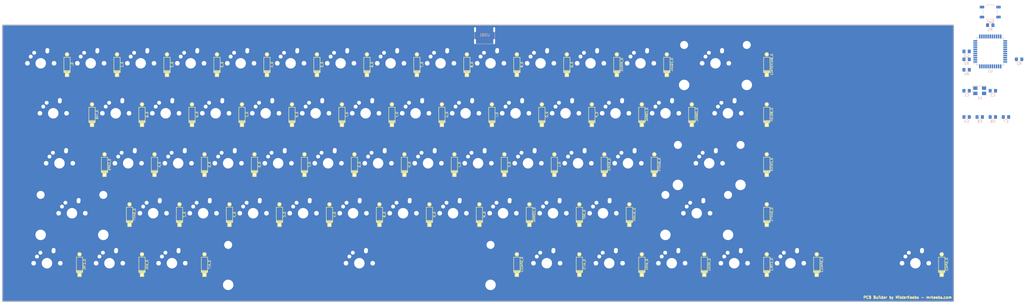
<source format=kicad_pcb>
(kicad_pcb (version 20171130) (host pcbnew "(5.0.0-3-g5ebb6b6)")
  (layers (0 F.Cu signal) (31 B.Cu signal) (34 B.Paste user) (35 F.Paste user) (36 B.SilkS user) (37 F.SilkS user) (38 B.Mask user) (39 F.Mask user) (44 Edge.Cuts user))
  (net 0 "")
  (net 1 "GND")
  (net 2 "VCC")
  (net 3 "/col0")
  (net 4 "/col1")
  (net 5 "/col2")
  (net 6 "/col3")
  (net 7 "/col4")
  (net 8 "/col5")
  (net 9 "/col6")
  (net 10 "/col7")
  (net 11 "/col8")
  (net 12 "/col9")
  (net 13 "/col10")
  (net 14 "/col11")
  (net 15 "/col12")
  (net 16 "/col13")
  (net 17 "/col14")
  (net 18 "/row0")
  (net 19 "/row1")
  (net 20 "/row2")
  (net 21 "/row3")
  (net 22 "/row4")
  (net 23 "/row5")
  (net 24 "Net-(K_`-Pad1)")
  (net 25 "Net-(K_`-Pad2)")
  (net 26 "Net-(K_`-Pad3)")
  (net 27 "Net-(K_`-Pad4)")
  (net 28 "Net-(D_`-Pad1)")
  (net 29 "Net-(D_`-Pad2)")
  (net 30 "Net-(K_1-Pad1)")
  (net 31 "Net-(K_1-Pad2)")
  (net 32 "Net-(K_1-Pad3)")
  (net 33 "Net-(K_1-Pad4)")
  (net 34 "Net-(D_1-Pad1)")
  (net 35 "Net-(D_1-Pad2)")
  (net 36 "Net-(K_2-Pad1)")
  (net 37 "Net-(K_2-Pad2)")
  (net 38 "Net-(K_2-Pad3)")
  (net 39 "Net-(K_2-Pad4)")
  (net 40 "Net-(D_2-Pad1)")
  (net 41 "Net-(D_2-Pad2)")
  (net 42 "Net-(K_3-Pad1)")
  (net 43 "Net-(K_3-Pad2)")
  (net 44 "Net-(K_3-Pad3)")
  (net 45 "Net-(K_3-Pad4)")
  (net 46 "Net-(D_3-Pad1)")
  (net 47 "Net-(D_3-Pad2)")
  (net 48 "Net-(K_4-Pad1)")
  (net 49 "Net-(K_4-Pad2)")
  (net 50 "Net-(K_4-Pad3)")
  (net 51 "Net-(K_4-Pad4)")
  (net 52 "Net-(D_4-Pad1)")
  (net 53 "Net-(D_4-Pad2)")
  (net 54 "Net-(K_5-Pad1)")
  (net 55 "Net-(K_5-Pad2)")
  (net 56 "Net-(K_5-Pad3)")
  (net 57 "Net-(K_5-Pad4)")
  (net 58 "Net-(D_5-Pad1)")
  (net 59 "Net-(D_5-Pad2)")
  (net 60 "Net-(K_6-Pad1)")
  (net 61 "Net-(K_6-Pad2)")
  (net 62 "Net-(K_6-Pad3)")
  (net 63 "Net-(K_6-Pad4)")
  (net 64 "Net-(D_6-Pad1)")
  (net 65 "Net-(D_6-Pad2)")
  (net 66 "Net-(K_7-Pad1)")
  (net 67 "Net-(K_7-Pad2)")
  (net 68 "Net-(K_7-Pad3)")
  (net 69 "Net-(K_7-Pad4)")
  (net 70 "Net-(D_7-Pad1)")
  (net 71 "Net-(D_7-Pad2)")
  (net 72 "Net-(K_8-Pad1)")
  (net 73 "Net-(K_8-Pad2)")
  (net 74 "Net-(K_8-Pad3)")
  (net 75 "Net-(K_8-Pad4)")
  (net 76 "Net-(D_8-Pad1)")
  (net 77 "Net-(D_8-Pad2)")
  (net 78 "Net-(K_9-Pad1)")
  (net 79 "Net-(K_9-Pad2)")
  (net 80 "Net-(K_9-Pad3)")
  (net 81 "Net-(K_9-Pad4)")
  (net 82 "Net-(D_9-Pad1)")
  (net 83 "Net-(D_9-Pad2)")
  (net 84 "Net-(K_0-Pad1)")
  (net 85 "Net-(K_0-Pad2)")
  (net 86 "Net-(K_0-Pad3)")
  (net 87 "Net-(K_0-Pad4)")
  (net 88 "Net-(D_0-Pad1)")
  (net 89 "Net-(D_0-Pad2)")
  (net 90 "Net-(K_MINUS-Pad1)")
  (net 91 "Net-(K_MINUS-Pad2)")
  (net 92 "Net-(K_MINUS-Pad3)")
  (net 93 "Net-(K_MINUS-Pad4)")
  (net 94 "Net-(D_MINUS-Pad1)")
  (net 95 "Net-(D_MINUS-Pad2)")
  (net 96 "Net-(K_EQUAL-Pad1)")
  (net 97 "Net-(K_EQUAL-Pad2)")
  (net 98 "Net-(K_EQUAL-Pad3)")
  (net 99 "Net-(K_EQUAL-Pad4)")
  (net 100 "Net-(D_EQUAL-Pad1)")
  (net 101 "Net-(D_EQUAL-Pad2)")
  (net 102 "Net-(K_BACKSPACE-Pad1)")
  (net 103 "Net-(K_BACKSPACE-Pad2)")
  (net 104 "Net-(K_BACKSPACE-Pad3)")
  (net 105 "Net-(K_BACKSPACE-Pad4)")
  (net 106 "Net-(D_BACKSPACE-Pad1)")
  (net 107 "Net-(D_BACKSPACE-Pad2)")
  (net 108 "Net-(K_TAB-Pad1)")
  (net 109 "Net-(K_TAB-Pad2)")
  (net 110 "Net-(K_TAB-Pad3)")
  (net 111 "Net-(K_TAB-Pad4)")
  (net 112 "Net-(D_TAB-Pad1)")
  (net 113 "Net-(D_TAB-Pad2)")
  (net 114 "Net-(K_Q-Pad1)")
  (net 115 "Net-(K_Q-Pad2)")
  (net 116 "Net-(K_Q-Pad3)")
  (net 117 "Net-(K_Q-Pad4)")
  (net 118 "Net-(D_Q-Pad1)")
  (net 119 "Net-(D_Q-Pad2)")
  (net 120 "Net-(K_W-Pad1)")
  (net 121 "Net-(K_W-Pad2)")
  (net 122 "Net-(K_W-Pad3)")
  (net 123 "Net-(K_W-Pad4)")
  (net 124 "Net-(D_W-Pad1)")
  (net 125 "Net-(D_W-Pad2)")
  (net 126 "Net-(K_E-Pad1)")
  (net 127 "Net-(K_E-Pad2)")
  (net 128 "Net-(K_E-Pad3)")
  (net 129 "Net-(K_E-Pad4)")
  (net 130 "Net-(D_E-Pad1)")
  (net 131 "Net-(D_E-Pad2)")
  (net 132 "Net-(K_R-Pad1)")
  (net 133 "Net-(K_R-Pad2)")
  (net 134 "Net-(K_R-Pad3)")
  (net 135 "Net-(K_R-Pad4)")
  (net 136 "Net-(D_R-Pad1)")
  (net 137 "Net-(D_R-Pad2)")
  (net 138 "Net-(K_T-Pad1)")
  (net 139 "Net-(K_T-Pad2)")
  (net 140 "Net-(K_T-Pad3)")
  (net 141 "Net-(K_T-Pad4)")
  (net 142 "Net-(D_T-Pad1)")
  (net 143 "Net-(D_T-Pad2)")
  (net 144 "Net-(K_Y-Pad1)")
  (net 145 "Net-(K_Y-Pad2)")
  (net 146 "Net-(K_Y-Pad3)")
  (net 147 "Net-(K_Y-Pad4)")
  (net 148 "Net-(D_Y-Pad1)")
  (net 149 "Net-(D_Y-Pad2)")
  (net 150 "Net-(K_U-Pad1)")
  (net 151 "Net-(K_U-Pad2)")
  (net 152 "Net-(K_U-Pad3)")
  (net 153 "Net-(K_U-Pad4)")
  (net 154 "Net-(D_U-Pad1)")
  (net 155 "Net-(D_U-Pad2)")
  (net 156 "Net-(K_I-Pad1)")
  (net 157 "Net-(K_I-Pad2)")
  (net 158 "Net-(K_I-Pad3)")
  (net 159 "Net-(K_I-Pad4)")
  (net 160 "Net-(D_I-Pad1)")
  (net 161 "Net-(D_I-Pad2)")
  (net 162 "Net-(K_O-Pad1)")
  (net 163 "Net-(K_O-Pad2)")
  (net 164 "Net-(K_O-Pad3)")
  (net 165 "Net-(K_O-Pad4)")
  (net 166 "Net-(D_O-Pad1)")
  (net 167 "Net-(D_O-Pad2)")
  (net 168 "Net-(K_P-Pad1)")
  (net 169 "Net-(K_P-Pad2)")
  (net 170 "Net-(K_P-Pad3)")
  (net 171 "Net-(K_P-Pad4)")
  (net 172 "Net-(D_P-Pad1)")
  (net 173 "Net-(D_P-Pad2)")
  (net 174 "Net-(K_CBRAC-Pad1)")
  (net 175 "Net-(K_CBRAC-Pad2)")
  (net 176 "Net-(K_CBRAC-Pad3)")
  (net 177 "Net-(K_CBRAC-Pad4)")
  (net 178 "Net-(D_CBRAC-Pad1)")
  (net 179 "Net-(D_CBRAC-Pad2)")
  (net 180 "Net-(K_OBRAC-Pad1)")
  (net 181 "Net-(K_OBRAC-Pad2)")
  (net 182 "Net-(K_OBRAC-Pad3)")
  (net 183 "Net-(K_OBRAC-Pad4)")
  (net 184 "Net-(D_OBRAC-Pad1)")
  (net 185 "Net-(D_OBRAC-Pad2)")
  (net 186 "Net-(K_BSLSH-Pad1)")
  (net 187 "Net-(K_BSLSH-Pad2)")
  (net 188 "Net-(K_BSLSH-Pad3)")
  (net 189 "Net-(K_BSLSH-Pad4)")
  (net 190 "Net-(D_BSLSH-Pad1)")
  (net 191 "Net-(D_BSLSH-Pad2)")
  (net 192 "Net-(K_CAPS-Pad1)")
  (net 193 "Net-(K_CAPS-Pad2)")
  (net 194 "Net-(K_CAPS-Pad3)")
  (net 195 "Net-(K_CAPS-Pad4)")
  (net 196 "Net-(D_CAPS-Pad1)")
  (net 197 "Net-(D_CAPS-Pad2)")
  (net 198 "Net-(K_A-Pad1)")
  (net 199 "Net-(K_A-Pad2)")
  (net 200 "Net-(K_A-Pad3)")
  (net 201 "Net-(K_A-Pad4)")
  (net 202 "Net-(D_A-Pad1)")
  (net 203 "Net-(D_A-Pad2)")
  (net 204 "Net-(K_S-Pad1)")
  (net 205 "Net-(K_S-Pad2)")
  (net 206 "Net-(K_S-Pad3)")
  (net 207 "Net-(K_S-Pad4)")
  (net 208 "Net-(D_S-Pad1)")
  (net 209 "Net-(D_S-Pad2)")
  (net 210 "Net-(K_D-Pad1)")
  (net 211 "Net-(K_D-Pad2)")
  (net 212 "Net-(K_D-Pad3)")
  (net 213 "Net-(K_D-Pad4)")
  (net 214 "Net-(D_D-Pad1)")
  (net 215 "Net-(D_D-Pad2)")
  (net 216 "Net-(K_F-Pad1)")
  (net 217 "Net-(K_F-Pad2)")
  (net 218 "Net-(K_F-Pad3)")
  (net 219 "Net-(K_F-Pad4)")
  (net 220 "Net-(D_F-Pad1)")
  (net 221 "Net-(D_F-Pad2)")
  (net 222 "Net-(K_G-Pad1)")
  (net 223 "Net-(K_G-Pad2)")
  (net 224 "Net-(K_G-Pad3)")
  (net 225 "Net-(K_G-Pad4)")
  (net 226 "Net-(D_G-Pad1)")
  (net 227 "Net-(D_G-Pad2)")
  (net 228 "Net-(K_H-Pad1)")
  (net 229 "Net-(K_H-Pad2)")
  (net 230 "Net-(K_H-Pad3)")
  (net 231 "Net-(K_H-Pad4)")
  (net 232 "Net-(D_H-Pad1)")
  (net 233 "Net-(D_H-Pad2)")
  (net 234 "Net-(K_J-Pad1)")
  (net 235 "Net-(K_J-Pad2)")
  (net 236 "Net-(K_J-Pad3)")
  (net 237 "Net-(K_J-Pad4)")
  (net 238 "Net-(D_J-Pad1)")
  (net 239 "Net-(D_J-Pad2)")
  (net 240 "Net-(K_K-Pad1)")
  (net 241 "Net-(K_K-Pad2)")
  (net 242 "Net-(K_K-Pad3)")
  (net 243 "Net-(K_K-Pad4)")
  (net 244 "Net-(D_K-Pad1)")
  (net 245 "Net-(D_K-Pad2)")
  (net 246 "Net-(K_L-Pad1)")
  (net 247 "Net-(K_L-Pad2)")
  (net 248 "Net-(K_L-Pad3)")
  (net 249 "Net-(K_L-Pad4)")
  (net 250 "Net-(D_L-Pad1)")
  (net 251 "Net-(D_L-Pad2)")
  (net 252 "Net-(K_SEMIC-Pad1)")
  (net 253 "Net-(K_SEMIC-Pad2)")
  (net 254 "Net-(K_SEMIC-Pad3)")
  (net 255 "Net-(K_SEMIC-Pad4)")
  (net 256 "Net-(D_SEMIC-Pad1)")
  (net 257 "Net-(D_SEMIC-Pad2)")
  (net 258 "Net-(K_QUOTE-Pad1)")
  (net 259 "Net-(K_QUOTE-Pad2)")
  (net 260 "Net-(K_QUOTE-Pad3)")
  (net 261 "Net-(K_QUOTE-Pad4)")
  (net 262 "Net-(D_QUOTE-Pad1)")
  (net 263 "Net-(D_QUOTE-Pad2)")
  (net 264 "Net-(K_ENTER-Pad1)")
  (net 265 "Net-(K_ENTER-Pad2)")
  (net 266 "Net-(K_ENTER-Pad3)")
  (net 267 "Net-(K_ENTER-Pad4)")
  (net 268 "Net-(D_ENTER-Pad1)")
  (net 269 "Net-(D_ENTER-Pad2)")
  (net 270 "Net-(K_SHIFT-Pad1)")
  (net 271 "Net-(K_SHIFT-Pad2)")
  (net 272 "Net-(K_SHIFT-Pad3)")
  (net 273 "Net-(K_SHIFT-Pad4)")
  (net 274 "Net-(D_SHIFT-Pad1)")
  (net 275 "Net-(D_SHIFT-Pad2)")
  (net 276 "Net-(K_Z-Pad1)")
  (net 277 "Net-(K_Z-Pad2)")
  (net 278 "Net-(K_Z-Pad3)")
  (net 279 "Net-(K_Z-Pad4)")
  (net 280 "Net-(D_Z-Pad1)")
  (net 281 "Net-(D_Z-Pad2)")
  (net 282 "Net-(K_X-Pad1)")
  (net 283 "Net-(K_X-Pad2)")
  (net 284 "Net-(K_X-Pad3)")
  (net 285 "Net-(K_X-Pad4)")
  (net 286 "Net-(D_X-Pad1)")
  (net 287 "Net-(D_X-Pad2)")
  (net 288 "Net-(K_C-Pad1)")
  (net 289 "Net-(K_C-Pad2)")
  (net 290 "Net-(K_C-Pad3)")
  (net 291 "Net-(K_C-Pad4)")
  (net 292 "Net-(D_C-Pad1)")
  (net 293 "Net-(D_C-Pad2)")
  (net 294 "Net-(K_V-Pad1)")
  (net 295 "Net-(K_V-Pad2)")
  (net 296 "Net-(K_V-Pad3)")
  (net 297 "Net-(K_V-Pad4)")
  (net 298 "Net-(D_V-Pad1)")
  (net 299 "Net-(D_V-Pad2)")
  (net 300 "Net-(K_B-Pad1)")
  (net 301 "Net-(K_B-Pad2)")
  (net 302 "Net-(K_B-Pad3)")
  (net 303 "Net-(K_B-Pad4)")
  (net 304 "Net-(D_B-Pad1)")
  (net 305 "Net-(D_B-Pad2)")
  (net 306 "Net-(K_N-Pad1)")
  (net 307 "Net-(K_N-Pad2)")
  (net 308 "Net-(K_N-Pad3)")
  (net 309 "Net-(K_N-Pad4)")
  (net 310 "Net-(D_N-Pad1)")
  (net 311 "Net-(D_N-Pad2)")
  (net 312 "Net-(K_M-Pad1)")
  (net 313 "Net-(K_M-Pad2)")
  (net 314 "Net-(K_M-Pad3)")
  (net 315 "Net-(K_M-Pad4)")
  (net 316 "Net-(D_M-Pad1)")
  (net 317 "Net-(D_M-Pad2)")
  (net 318 "Net-(K_COMMA-Pad1)")
  (net 319 "Net-(K_COMMA-Pad2)")
  (net 320 "Net-(K_COMMA-Pad3)")
  (net 321 "Net-(K_COMMA-Pad4)")
  (net 322 "Net-(D_COMMA-Pad1)")
  (net 323 "Net-(D_COMMA-Pad2)")
  (net 324 "Net-(K_DOT-Pad1)")
  (net 325 "Net-(K_DOT-Pad2)")
  (net 326 "Net-(K_DOT-Pad3)")
  (net 327 "Net-(K_DOT-Pad4)")
  (net 328 "Net-(D_DOT-Pad1)")
  (net 329 "Net-(D_DOT-Pad2)")
  (net 330 "Net-(K_SLASH-Pad1)")
  (net 331 "Net-(K_SLASH-Pad2)")
  (net 332 "Net-(K_SLASH-Pad3)")
  (net 333 "Net-(K_SLASH-Pad4)")
  (net 334 "Net-(D_SLASH-Pad1)")
  (net 335 "Net-(D_SLASH-Pad2)")
  (net 336 "Net-(K_SHIFT1-Pad1)")
  (net 337 "Net-(K_SHIFT1-Pad2)")
  (net 338 "Net-(K_SHIFT1-Pad3)")
  (net 339 "Net-(K_SHIFT1-Pad4)")
  (net 340 "Net-(D_SHIFT1-Pad1)")
  (net 341 "Net-(D_SHIFT1-Pad2)")
  (net 342 "Net-(K_SPACE-Pad1)")
  (net 343 "Net-(K_SPACE-Pad2)")
  (net 344 "Net-(K_SPACE-Pad3)")
  (net 345 "Net-(K_SPACE-Pad4)")
  (net 346 "Net-(D_SPACE-Pad1)")
  (net 347 "Net-(D_SPACE-Pad2)")
  (net 348 "Net-(K_CTRL-Pad1)")
  (net 349 "Net-(K_CTRL-Pad2)")
  (net 350 "Net-(K_CTRL-Pad3)")
  (net 351 "Net-(K_CTRL-Pad4)")
  (net 352 "Net-(D_CTRL-Pad1)")
  (net 353 "Net-(D_CTRL-Pad2)")
  (net 354 "Net-(K_WIN-Pad1)")
  (net 355 "Net-(K_WIN-Pad2)")
  (net 356 "Net-(K_WIN-Pad3)")
  (net 357 "Net-(K_WIN-Pad4)")
  (net 358 "Net-(D_WIN-Pad1)")
  (net 359 "Net-(D_WIN-Pad2)")
  (net 360 "Net-(K_ALT-Pad1)")
  (net 361 "Net-(K_ALT-Pad2)")
  (net 362 "Net-(K_ALT-Pad3)")
  (net 363 "Net-(K_ALT-Pad4)")
  (net 364 "Net-(D_ALT-Pad1)")
  (net 365 "Net-(D_ALT-Pad2)")
  (net 366 "Net-(K_SPACE1-Pad1)")
  (net 367 "Net-(K_SPACE1-Pad2)")
  (net 368 "Net-(K_SPACE1-Pad3)")
  (net 369 "Net-(K_SPACE1-Pad4)")
  (net 370 "Net-(D_SPACE1-Pad1)")
  (net 371 "Net-(D_SPACE1-Pad2)")
  (net 372 "Net-(K_ALT1-Pad1)")
  (net 373 "Net-(K_ALT1-Pad2)")
  (net 374 "Net-(K_ALT1-Pad3)")
  (net 375 "Net-(K_ALT1-Pad4)")
  (net 376 "Net-(D_ALT1-Pad1)")
  (net 377 "Net-(D_ALT1-Pad2)")
  (net 378 "Net-(K_WIN1-Pad1)")
  (net 379 "Net-(K_WIN1-Pad2)")
  (net 380 "Net-(K_WIN1-Pad3)")
  (net 381 "Net-(K_WIN1-Pad4)")
  (net 382 "Net-(D_WIN1-Pad1)")
  (net 383 "Net-(D_WIN1-Pad2)")
  (net 384 "Net-(K_MENU-Pad1)")
  (net 385 "Net-(K_MENU-Pad2)")
  (net 386 "Net-(K_MENU-Pad3)")
  (net 387 "Net-(K_MENU-Pad4)")
  (net 388 "Net-(D_MENU-Pad1)")
  (net 389 "Net-(D_MENU-Pad2)")
  (net 390 "Net-(K_CTRL1-Pad1)")
  (net 391 "Net-(K_CTRL1-Pad2)")
  (net 392 "Net-(K_CTRL1-Pad3)")
  (net 393 "Net-(K_CTRL1-Pad4)")
  (net 394 "Net-(D_CTRL1-Pad1)")
  (net 395 "Net-(D_CTRL1-Pad2)")
  (net 396 "Net-(K_SPACE2-Pad1)")
  (net 397 "Net-(K_SPACE2-Pad2)")
  (net 398 "Net-(K_SPACE2-Pad3)")
  (net 399 "Net-(K_SPACE2-Pad4)")
  (net 400 "Net-(D_SPACE2-Pad1)")
  (net 401 "Net-(D_SPACE2-Pad2)")
  (net 402 "Net-(C1-Pad1)")
  (net 403 "Net-(C1-Pad2)")
  (net 404 "Net-(C2-Pad1)")
  (net 405 "Net-(C2-Pad2)")
  (net 406 "Net-(X1-Pad1)")
  (net 407 "Net-(X1-Pad2)")
  (net 408 "Net-(X1-Pad3)")
  (net 409 "Net-(X1-Pad4)")
  (net 410 "Net-(R1-Pad1)")
  (net 411 "Net-(R1-Pad2)")
  (net 412 "Net-(R2-Pad1)")
  (net 413 "Net-(R2-Pad2)")
  (net 414 "Net-(R3-Pad1)")
  (net 415 "Net-(R3-Pad2)")
  (net 416 "Net-(R4-Pad1)")
  (net 417 "Net-(R4-Pad2)")
  (net 418 "Net-(USB1-Pad1)")
  (net 419 "Net-(USB1-Pad2)")
  (net 420 "Net-(USB1-Pad3)")
  (net 421 "Net-(USB1-Pad4)")
  (net 422 "Net-(USB1-Pad5)")
  (net 423 "Net-(USB1-Pad6)")
  (net 424 "Net-(C3-Pad1)")
  (net 425 "Net-(C3-Pad2)")
  (net 426 "Net-(U1-Pad1)")
  (net 427 "Net-(U1-Pad2)")
  (net 428 "Net-(U1-Pad3)")
  (net 429 "Net-(U1-Pad4)")
  (net 430 "Net-(U1-Pad5)")
  (net 431 "Net-(U1-Pad6)")
  (net 432 "Net-(U1-Pad7)")
  (net 433 "Net-(U1-Pad8)")
  (net 434 "Net-(U1-Pad9)")
  (net 435 "Net-(U1-Pad10)")
  (net 436 "Net-(U1-Pad11)")
  (net 437 "Net-(U1-Pad12)")
  (net 438 "Net-(U1-Pad13)")
  (net 439 "Net-(U1-Pad14)")
  (net 440 "Net-(U1-Pad15)")
  (net 441 "Net-(U1-Pad16)")
  (net 442 "Net-(U1-Pad17)")
  (net 443 "Net-(U1-Pad18)")
  (net 444 "Net-(U1-Pad19)")
  (net 445 "Net-(U1-Pad20)")
  (net 446 "Net-(U1-Pad21)")
  (net 447 "Net-(U1-Pad22)")
  (net 448 "Net-(U1-Pad23)")
  (net 449 "Net-(U1-Pad24)")
  (net 450 "Net-(U1-Pad25)")
  (net 451 "Net-(U1-Pad26)")
  (net 452 "Net-(U1-Pad27)")
  (net 453 "Net-(U1-Pad28)")
  (net 454 "Net-(U1-Pad29)")
  (net 455 "Net-(U1-Pad30)")
  (net 456 "Net-(U1-Pad31)")
  (net 457 "Net-(U1-Pad32)")
  (net 458 "Net-(U1-Pad33)")
  (net 459 "Net-(U1-Pad34)")
  (net 460 "Net-(U1-Pad35)")
  (net 461 "Net-(U1-Pad36)")
  (net 462 "Net-(U1-Pad37)")
  (net 463 "Net-(U1-Pad38)")
  (net 464 "Net-(U1-Pad39)")
  (net 465 "Net-(U1-Pad40)")
  (net 466 "Net-(U1-Pad41)")
  (net 467 "Net-(U1-Pad42)")
  (net 468 "Net-(U1-Pad43)")
  (net 469 "Net-(U1-Pad44)")
  (net 470 "Net-(C4-Pad1)")
  (net 471 "Net-(C4-Pad2)")
  (net 472 "Net-(C5-Pad1)")
  (net 473 "Net-(C5-Pad2)")
  (net 474 "Net-(C6-Pad1)")
  (net 475 "Net-(C6-Pad2)")
  (net 476 "Net-(C7-Pad1)")
  (net 477 "Net-(C7-Pad2)")
  (module MX_Alps_Hybrid:MX-1U-NoLED (layer F.Cu) (at 9.525 9.525)
    (fp_text reference K_`)
    (fp_text value KEYSW)
    (pad 1 thru_hole circle (at -2.5 -4) (size 2.25 2.25) (drill 1.47) (layers *.Cu B.Mask) (net 3 "/col0"))
    (pad 1 thru_hole oval (at -3.81 -2.54 48.0996) (size 4.211556 2.25) (drill 1.47 (offset 0.980778 0)) (layers *.Cu B.Mask) (net 3 "/col0"))
    (pad 2 thru_hole oval (at 2.5 -4.5 86.0548) (size 2.831378 2.25) (drill 1.47 (offset 0.290689 0)) (layers *.Cu B.Mask) (net 29 "Net-(D_`-Pad2)"))
    (pad 2 thru_hole circle (at 2.54 -5.08) (size 2.25 2.25) (drill 1.47) (layers *.Cu B.Mask) (net 29 "Net-(D_`-Pad2)"))
    (pad "" np_thru_hole circle (at 0 0) (size 3.9878 3.9878) (drill 3.9878) (layers *.Cu *.Mask))
    (pad "" np_thru_hole circle (at -5.08 0 48.0996) (size 1.75 1.75) (drill 1.75) (layers *.Cu *.Mask))
    (pad "" np_thru_hole circle (at 5.08 0 48.0996) (size 1.75 1.75) (drill 1.75) (layers *.Cu *.Mask))
  )
  (module keyboard_parts:D_SOD123_axial (layer F.Cu) (at 19.55 10.025 90)
    (fp_text reference D_` (at 0 1.925 90) (layer F.SilkS) (effects (font (size 0.8 0.8)) (justify mirror)))
    (fp_text value D hide)
    (pad 1 smd rect (at -2.7 0 90) (size 2.5 0.5) (layers F.Cu) (net 18 "/row0"))
    (pad 1 smd rect (at -1.575 0 90) (size 1.2 1.2) (layers F.Cu F.Paste F.Mask) (net 18 "/row0"))
    (pad 1 thru_hole rect (at -3.9 0 90) (size 1.6 1.6) (drill 0.7) (layers *.Cu *.Mask F.SilkS) (net 18 "/row0"))
    (pad 2 smd rect (at 1.575 0 90) (size 1.2 1.2) (layers F.Cu F.Paste F.Mask) (net 29 "Net-(D_`-Pad2)"))
    (pad 2 smd rect (at 2.7 0 90) (size 2.5 0.5) (layers F.Cu) (net 29 "Net-(D_`-Pad2)"))
    (pad 2 thru_hole circle (at 3.9 0 90) (size 1.6 1.6) (drill 0.7) (layers *.Cu *.Mask F.SilkS) (net 29 "Net-(D_`-Pad2)"))
  )
  (module MX_Alps_Hybrid:MX-1U-NoLED (layer F.Cu) (at 28.575 9.525)
    (fp_text reference K_1)
    (fp_text value KEYSW)
    (pad 1 thru_hole circle (at -2.5 -4) (size 2.25 2.25) (drill 1.47) (layers *.Cu B.Mask) (net 4 "/col1"))
    (pad 1 thru_hole oval (at -3.81 -2.54 48.0996) (size 4.211556 2.25) (drill 1.47 (offset 0.980778 0)) (layers *.Cu B.Mask) (net 4 "/col1"))
    (pad 2 thru_hole oval (at 2.5 -4.5 86.0548) (size 2.831378 2.25) (drill 1.47 (offset 0.290689 0)) (layers *.Cu B.Mask) (net 35 "Net-(D_1-Pad2)"))
    (pad 2 thru_hole circle (at 2.54 -5.08) (size 2.25 2.25) (drill 1.47) (layers *.Cu B.Mask) (net 35 "Net-(D_1-Pad2)"))
    (pad "" np_thru_hole circle (at 0 0) (size 3.9878 3.9878) (drill 3.9878) (layers *.Cu *.Mask))
    (pad "" np_thru_hole circle (at -5.08 0 48.0996) (size 1.75 1.75) (drill 1.75) (layers *.Cu *.Mask))
    (pad "" np_thru_hole circle (at 5.08 0 48.0996) (size 1.75 1.75) (drill 1.75) (layers *.Cu *.Mask))
  )
  (module keyboard_parts:D_SOD123_axial (layer F.Cu) (at 38.6 10.025 90)
    (fp_text reference D_1 (at 0 1.925 90) (layer F.SilkS) (effects (font (size 0.8 0.8)) (justify mirror)))
    (fp_text value D hide)
    (pad 1 smd rect (at -2.7 0 90) (size 2.5 0.5) (layers F.Cu) (net 18 "/row0"))
    (pad 1 smd rect (at -1.575 0 90) (size 1.2 1.2) (layers F.Cu F.Paste F.Mask) (net 18 "/row0"))
    (pad 1 thru_hole rect (at -3.9 0 90) (size 1.6 1.6) (drill 0.7) (layers *.Cu *.Mask F.SilkS) (net 18 "/row0"))
    (pad 2 smd rect (at 1.575 0 90) (size 1.2 1.2) (layers F.Cu F.Paste F.Mask) (net 35 "Net-(D_1-Pad2)"))
    (pad 2 smd rect (at 2.7 0 90) (size 2.5 0.5) (layers F.Cu) (net 35 "Net-(D_1-Pad2)"))
    (pad 2 thru_hole circle (at 3.9 0 90) (size 1.6 1.6) (drill 0.7) (layers *.Cu *.Mask F.SilkS) (net 35 "Net-(D_1-Pad2)"))
  )
  (module MX_Alps_Hybrid:MX-1U-NoLED (layer F.Cu) (at 47.625 9.525)
    (fp_text reference K_2)
    (fp_text value KEYSW)
    (pad 1 thru_hole circle (at -2.5 -4) (size 2.25 2.25) (drill 1.47) (layers *.Cu B.Mask) (net 5 "/col2"))
    (pad 1 thru_hole oval (at -3.81 -2.54 48.0996) (size 4.211556 2.25) (drill 1.47 (offset 0.980778 0)) (layers *.Cu B.Mask) (net 5 "/col2"))
    (pad 2 thru_hole oval (at 2.5 -4.5 86.0548) (size 2.831378 2.25) (drill 1.47 (offset 0.290689 0)) (layers *.Cu B.Mask) (net 41 "Net-(D_2-Pad2)"))
    (pad 2 thru_hole circle (at 2.54 -5.08) (size 2.25 2.25) (drill 1.47) (layers *.Cu B.Mask) (net 41 "Net-(D_2-Pad2)"))
    (pad "" np_thru_hole circle (at 0 0) (size 3.9878 3.9878) (drill 3.9878) (layers *.Cu *.Mask))
    (pad "" np_thru_hole circle (at -5.08 0 48.0996) (size 1.75 1.75) (drill 1.75) (layers *.Cu *.Mask))
    (pad "" np_thru_hole circle (at 5.08 0 48.0996) (size 1.75 1.75) (drill 1.75) (layers *.Cu *.Mask))
  )
  (module keyboard_parts:D_SOD123_axial (layer F.Cu) (at 57.65 10.025 90)
    (fp_text reference D_2 (at 0 1.925 90) (layer F.SilkS) (effects (font (size 0.8 0.8)) (justify mirror)))
    (fp_text value D hide)
    (pad 1 smd rect (at -2.7 0 90) (size 2.5 0.5) (layers F.Cu) (net 18 "/row0"))
    (pad 1 smd rect (at -1.575 0 90) (size 1.2 1.2) (layers F.Cu F.Paste F.Mask) (net 18 "/row0"))
    (pad 1 thru_hole rect (at -3.9 0 90) (size 1.6 1.6) (drill 0.7) (layers *.Cu *.Mask F.SilkS) (net 18 "/row0"))
    (pad 2 smd rect (at 1.575 0 90) (size 1.2 1.2) (layers F.Cu F.Paste F.Mask) (net 41 "Net-(D_2-Pad2)"))
    (pad 2 smd rect (at 2.7 0 90) (size 2.5 0.5) (layers F.Cu) (net 41 "Net-(D_2-Pad2)"))
    (pad 2 thru_hole circle (at 3.9 0 90) (size 1.6 1.6) (drill 0.7) (layers *.Cu *.Mask F.SilkS) (net 41 "Net-(D_2-Pad2)"))
  )
  (module MX_Alps_Hybrid:MX-1U-NoLED (layer F.Cu) (at 66.675 9.525)
    (fp_text reference K_3)
    (fp_text value KEYSW)
    (pad 1 thru_hole circle (at -2.5 -4) (size 2.25 2.25) (drill 1.47) (layers *.Cu B.Mask) (net 6 "/col3"))
    (pad 1 thru_hole oval (at -3.81 -2.54 48.0996) (size 4.211556 2.25) (drill 1.47 (offset 0.980778 0)) (layers *.Cu B.Mask) (net 6 "/col3"))
    (pad 2 thru_hole oval (at 2.5 -4.5 86.0548) (size 2.831378 2.25) (drill 1.47 (offset 0.290689 0)) (layers *.Cu B.Mask) (net 47 "Net-(D_3-Pad2)"))
    (pad 2 thru_hole circle (at 2.54 -5.08) (size 2.25 2.25) (drill 1.47) (layers *.Cu B.Mask) (net 47 "Net-(D_3-Pad2)"))
    (pad "" np_thru_hole circle (at 0 0) (size 3.9878 3.9878) (drill 3.9878) (layers *.Cu *.Mask))
    (pad "" np_thru_hole circle (at -5.08 0 48.0996) (size 1.75 1.75) (drill 1.75) (layers *.Cu *.Mask))
    (pad "" np_thru_hole circle (at 5.08 0 48.0996) (size 1.75 1.75) (drill 1.75) (layers *.Cu *.Mask))
  )
  (module keyboard_parts:D_SOD123_axial (layer F.Cu) (at 76.7 10.025 90)
    (fp_text reference D_3 (at 0 1.925 90) (layer F.SilkS) (effects (font (size 0.8 0.8)) (justify mirror)))
    (fp_text value D hide)
    (pad 1 smd rect (at -2.7 0 90) (size 2.5 0.5) (layers F.Cu) (net 18 "/row0"))
    (pad 1 smd rect (at -1.575 0 90) (size 1.2 1.2) (layers F.Cu F.Paste F.Mask) (net 18 "/row0"))
    (pad 1 thru_hole rect (at -3.9 0 90) (size 1.6 1.6) (drill 0.7) (layers *.Cu *.Mask F.SilkS) (net 18 "/row0"))
    (pad 2 smd rect (at 1.575 0 90) (size 1.2 1.2) (layers F.Cu F.Paste F.Mask) (net 47 "Net-(D_3-Pad2)"))
    (pad 2 smd rect (at 2.7 0 90) (size 2.5 0.5) (layers F.Cu) (net 47 "Net-(D_3-Pad2)"))
    (pad 2 thru_hole circle (at 3.9 0 90) (size 1.6 1.6) (drill 0.7) (layers *.Cu *.Mask F.SilkS) (net 47 "Net-(D_3-Pad2)"))
  )
  (module MX_Alps_Hybrid:MX-1U-NoLED (layer F.Cu) (at 85.725 9.525)
    (fp_text reference K_4)
    (fp_text value KEYSW)
    (pad 1 thru_hole circle (at -2.5 -4) (size 2.25 2.25) (drill 1.47) (layers *.Cu B.Mask) (net 7 "/col4"))
    (pad 1 thru_hole oval (at -3.81 -2.54 48.0996) (size 4.211556 2.25) (drill 1.47 (offset 0.980778 0)) (layers *.Cu B.Mask) (net 7 "/col4"))
    (pad 2 thru_hole oval (at 2.5 -4.5 86.0548) (size 2.831378 2.25) (drill 1.47 (offset 0.290689 0)) (layers *.Cu B.Mask) (net 53 "Net-(D_4-Pad2)"))
    (pad 2 thru_hole circle (at 2.54 -5.08) (size 2.25 2.25) (drill 1.47) (layers *.Cu B.Mask) (net 53 "Net-(D_4-Pad2)"))
    (pad "" np_thru_hole circle (at 0 0) (size 3.9878 3.9878) (drill 3.9878) (layers *.Cu *.Mask))
    (pad "" np_thru_hole circle (at -5.08 0 48.0996) (size 1.75 1.75) (drill 1.75) (layers *.Cu *.Mask))
    (pad "" np_thru_hole circle (at 5.08 0 48.0996) (size 1.75 1.75) (drill 1.75) (layers *.Cu *.Mask))
  )
  (module keyboard_parts:D_SOD123_axial (layer F.Cu) (at 95.75 10.025 90)
    (fp_text reference D_4 (at 0 1.925 90) (layer F.SilkS) (effects (font (size 0.8 0.8)) (justify mirror)))
    (fp_text value D hide)
    (pad 1 smd rect (at -2.7 0 90) (size 2.5 0.5) (layers F.Cu) (net 18 "/row0"))
    (pad 1 smd rect (at -1.575 0 90) (size 1.2 1.2) (layers F.Cu F.Paste F.Mask) (net 18 "/row0"))
    (pad 1 thru_hole rect (at -3.9 0 90) (size 1.6 1.6) (drill 0.7) (layers *.Cu *.Mask F.SilkS) (net 18 "/row0"))
    (pad 2 smd rect (at 1.575 0 90) (size 1.2 1.2) (layers F.Cu F.Paste F.Mask) (net 53 "Net-(D_4-Pad2)"))
    (pad 2 smd rect (at 2.7 0 90) (size 2.5 0.5) (layers F.Cu) (net 53 "Net-(D_4-Pad2)"))
    (pad 2 thru_hole circle (at 3.9 0 90) (size 1.6 1.6) (drill 0.7) (layers *.Cu *.Mask F.SilkS) (net 53 "Net-(D_4-Pad2)"))
  )
  (module MX_Alps_Hybrid:MX-1U-NoLED (layer F.Cu) (at 104.775 9.525)
    (fp_text reference K_5)
    (fp_text value KEYSW)
    (pad 1 thru_hole circle (at -2.5 -4) (size 2.25 2.25) (drill 1.47) (layers *.Cu B.Mask) (net 8 "/col5"))
    (pad 1 thru_hole oval (at -3.81 -2.54 48.0996) (size 4.211556 2.25) (drill 1.47 (offset 0.980778 0)) (layers *.Cu B.Mask) (net 8 "/col5"))
    (pad 2 thru_hole oval (at 2.5 -4.5 86.0548) (size 2.831378 2.25) (drill 1.47 (offset 0.290689 0)) (layers *.Cu B.Mask) (net 59 "Net-(D_5-Pad2)"))
    (pad 2 thru_hole circle (at 2.54 -5.08) (size 2.25 2.25) (drill 1.47) (layers *.Cu B.Mask) (net 59 "Net-(D_5-Pad2)"))
    (pad "" np_thru_hole circle (at 0 0) (size 3.9878 3.9878) (drill 3.9878) (layers *.Cu *.Mask))
    (pad "" np_thru_hole circle (at -5.08 0 48.0996) (size 1.75 1.75) (drill 1.75) (layers *.Cu *.Mask))
    (pad "" np_thru_hole circle (at 5.08 0 48.0996) (size 1.75 1.75) (drill 1.75) (layers *.Cu *.Mask))
  )
  (module keyboard_parts:D_SOD123_axial (layer F.Cu) (at 114.8 10.025 90)
    (fp_text reference D_5 (at 0 1.925 90) (layer F.SilkS) (effects (font (size 0.8 0.8)) (justify mirror)))
    (fp_text value D hide)
    (pad 1 smd rect (at -2.7 0 90) (size 2.5 0.5) (layers F.Cu) (net 18 "/row0"))
    (pad 1 smd rect (at -1.575 0 90) (size 1.2 1.2) (layers F.Cu F.Paste F.Mask) (net 18 "/row0"))
    (pad 1 thru_hole rect (at -3.9 0 90) (size 1.6 1.6) (drill 0.7) (layers *.Cu *.Mask F.SilkS) (net 18 "/row0"))
    (pad 2 smd rect (at 1.575 0 90) (size 1.2 1.2) (layers F.Cu F.Paste F.Mask) (net 59 "Net-(D_5-Pad2)"))
    (pad 2 smd rect (at 2.7 0 90) (size 2.5 0.5) (layers F.Cu) (net 59 "Net-(D_5-Pad2)"))
    (pad 2 thru_hole circle (at 3.9 0 90) (size 1.6 1.6) (drill 0.7) (layers *.Cu *.Mask F.SilkS) (net 59 "Net-(D_5-Pad2)"))
  )
  (module MX_Alps_Hybrid:MX-1U-NoLED (layer F.Cu) (at 123.825 9.525)
    (fp_text reference K_6)
    (fp_text value KEYSW)
    (pad 1 thru_hole circle (at -2.5 -4) (size 2.25 2.25) (drill 1.47) (layers *.Cu B.Mask) (net 9 "/col6"))
    (pad 1 thru_hole oval (at -3.81 -2.54 48.0996) (size 4.211556 2.25) (drill 1.47 (offset 0.980778 0)) (layers *.Cu B.Mask) (net 9 "/col6"))
    (pad 2 thru_hole oval (at 2.5 -4.5 86.0548) (size 2.831378 2.25) (drill 1.47 (offset 0.290689 0)) (layers *.Cu B.Mask) (net 65 "Net-(D_6-Pad2)"))
    (pad 2 thru_hole circle (at 2.54 -5.08) (size 2.25 2.25) (drill 1.47) (layers *.Cu B.Mask) (net 65 "Net-(D_6-Pad2)"))
    (pad "" np_thru_hole circle (at 0 0) (size 3.9878 3.9878) (drill 3.9878) (layers *.Cu *.Mask))
    (pad "" np_thru_hole circle (at -5.08 0 48.0996) (size 1.75 1.75) (drill 1.75) (layers *.Cu *.Mask))
    (pad "" np_thru_hole circle (at 5.08 0 48.0996) (size 1.75 1.75) (drill 1.75) (layers *.Cu *.Mask))
  )
  (module keyboard_parts:D_SOD123_axial (layer F.Cu) (at 133.85 10.025 90)
    (fp_text reference D_6 (at 0 1.925 90) (layer F.SilkS) (effects (font (size 0.8 0.8)) (justify mirror)))
    (fp_text value D hide)
    (pad 1 smd rect (at -2.7 0 90) (size 2.5 0.5) (layers F.Cu) (net 18 "/row0"))
    (pad 1 smd rect (at -1.575 0 90) (size 1.2 1.2) (layers F.Cu F.Paste F.Mask) (net 18 "/row0"))
    (pad 1 thru_hole rect (at -3.9 0 90) (size 1.6 1.6) (drill 0.7) (layers *.Cu *.Mask F.SilkS) (net 18 "/row0"))
    (pad 2 smd rect (at 1.575 0 90) (size 1.2 1.2) (layers F.Cu F.Paste F.Mask) (net 65 "Net-(D_6-Pad2)"))
    (pad 2 smd rect (at 2.7 0 90) (size 2.5 0.5) (layers F.Cu) (net 65 "Net-(D_6-Pad2)"))
    (pad 2 thru_hole circle (at 3.9 0 90) (size 1.6 1.6) (drill 0.7) (layers *.Cu *.Mask F.SilkS) (net 65 "Net-(D_6-Pad2)"))
  )
  (module MX_Alps_Hybrid:MX-1U-NoLED (layer F.Cu) (at 142.875 9.525)
    (fp_text reference K_7)
    (fp_text value KEYSW)
    (pad 1 thru_hole circle (at -2.5 -4) (size 2.25 2.25) (drill 1.47) (layers *.Cu B.Mask) (net 10 "/col7"))
    (pad 1 thru_hole oval (at -3.81 -2.54 48.0996) (size 4.211556 2.25) (drill 1.47 (offset 0.980778 0)) (layers *.Cu B.Mask) (net 10 "/col7"))
    (pad 2 thru_hole oval (at 2.5 -4.5 86.0548) (size 2.831378 2.25) (drill 1.47 (offset 0.290689 0)) (layers *.Cu B.Mask) (net 71 "Net-(D_7-Pad2)"))
    (pad 2 thru_hole circle (at 2.54 -5.08) (size 2.25 2.25) (drill 1.47) (layers *.Cu B.Mask) (net 71 "Net-(D_7-Pad2)"))
    (pad "" np_thru_hole circle (at 0 0) (size 3.9878 3.9878) (drill 3.9878) (layers *.Cu *.Mask))
    (pad "" np_thru_hole circle (at -5.08 0 48.0996) (size 1.75 1.75) (drill 1.75) (layers *.Cu *.Mask))
    (pad "" np_thru_hole circle (at 5.08 0 48.0996) (size 1.75 1.75) (drill 1.75) (layers *.Cu *.Mask))
  )
  (module keyboard_parts:D_SOD123_axial (layer F.Cu) (at 152.9 10.025 90)
    (fp_text reference D_7 (at 0 1.925 90) (layer F.SilkS) (effects (font (size 0.8 0.8)) (justify mirror)))
    (fp_text value D hide)
    (pad 1 smd rect (at -2.7 0 90) (size 2.5 0.5) (layers F.Cu) (net 18 "/row0"))
    (pad 1 smd rect (at -1.575 0 90) (size 1.2 1.2) (layers F.Cu F.Paste F.Mask) (net 18 "/row0"))
    (pad 1 thru_hole rect (at -3.9 0 90) (size 1.6 1.6) (drill 0.7) (layers *.Cu *.Mask F.SilkS) (net 18 "/row0"))
    (pad 2 smd rect (at 1.575 0 90) (size 1.2 1.2) (layers F.Cu F.Paste F.Mask) (net 71 "Net-(D_7-Pad2)"))
    (pad 2 smd rect (at 2.7 0 90) (size 2.5 0.5) (layers F.Cu) (net 71 "Net-(D_7-Pad2)"))
    (pad 2 thru_hole circle (at 3.9 0 90) (size 1.6 1.6) (drill 0.7) (layers *.Cu *.Mask F.SilkS) (net 71 "Net-(D_7-Pad2)"))
  )
  (module MX_Alps_Hybrid:MX-1U-NoLED (layer F.Cu) (at 161.925 9.525)
    (fp_text reference K_8)
    (fp_text value KEYSW)
    (pad 1 thru_hole circle (at -2.5 -4) (size 2.25 2.25) (drill 1.47) (layers *.Cu B.Mask) (net 11 "/col8"))
    (pad 1 thru_hole oval (at -3.81 -2.54 48.0996) (size 4.211556 2.25) (drill 1.47 (offset 0.980778 0)) (layers *.Cu B.Mask) (net 11 "/col8"))
    (pad 2 thru_hole oval (at 2.5 -4.5 86.0548) (size 2.831378 2.25) (drill 1.47 (offset 0.290689 0)) (layers *.Cu B.Mask) (net 77 "Net-(D_8-Pad2)"))
    (pad 2 thru_hole circle (at 2.54 -5.08) (size 2.25 2.25) (drill 1.47) (layers *.Cu B.Mask) (net 77 "Net-(D_8-Pad2)"))
    (pad "" np_thru_hole circle (at 0 0) (size 3.9878 3.9878) (drill 3.9878) (layers *.Cu *.Mask))
    (pad "" np_thru_hole circle (at -5.08 0 48.0996) (size 1.75 1.75) (drill 1.75) (layers *.Cu *.Mask))
    (pad "" np_thru_hole circle (at 5.08 0 48.0996) (size 1.75 1.75) (drill 1.75) (layers *.Cu *.Mask))
  )
  (module keyboard_parts:D_SOD123_axial (layer F.Cu) (at 171.95 10.025 90)
    (fp_text reference D_8 (at 0 1.925 90) (layer F.SilkS) (effects (font (size 0.8 0.8)) (justify mirror)))
    (fp_text value D hide)
    (pad 1 smd rect (at -2.7 0 90) (size 2.5 0.5) (layers F.Cu) (net 18 "/row0"))
    (pad 1 smd rect (at -1.575 0 90) (size 1.2 1.2) (layers F.Cu F.Paste F.Mask) (net 18 "/row0"))
    (pad 1 thru_hole rect (at -3.9 0 90) (size 1.6 1.6) (drill 0.7) (layers *.Cu *.Mask F.SilkS) (net 18 "/row0"))
    (pad 2 smd rect (at 1.575 0 90) (size 1.2 1.2) (layers F.Cu F.Paste F.Mask) (net 77 "Net-(D_8-Pad2)"))
    (pad 2 smd rect (at 2.7 0 90) (size 2.5 0.5) (layers F.Cu) (net 77 "Net-(D_8-Pad2)"))
    (pad 2 thru_hole circle (at 3.9 0 90) (size 1.6 1.6) (drill 0.7) (layers *.Cu *.Mask F.SilkS) (net 77 "Net-(D_8-Pad2)"))
  )
  (module MX_Alps_Hybrid:MX-1U-NoLED (layer F.Cu) (at 180.975 9.525)
    (fp_text reference K_9)
    (fp_text value KEYSW)
    (pad 1 thru_hole circle (at -2.5 -4) (size 2.25 2.25) (drill 1.47) (layers *.Cu B.Mask) (net 12 "/col9"))
    (pad 1 thru_hole oval (at -3.81 -2.54 48.0996) (size 4.211556 2.25) (drill 1.47 (offset 0.980778 0)) (layers *.Cu B.Mask) (net 12 "/col9"))
    (pad 2 thru_hole oval (at 2.5 -4.5 86.0548) (size 2.831378 2.25) (drill 1.47 (offset 0.290689 0)) (layers *.Cu B.Mask) (net 83 "Net-(D_9-Pad2)"))
    (pad 2 thru_hole circle (at 2.54 -5.08) (size 2.25 2.25) (drill 1.47) (layers *.Cu B.Mask) (net 83 "Net-(D_9-Pad2)"))
    (pad "" np_thru_hole circle (at 0 0) (size 3.9878 3.9878) (drill 3.9878) (layers *.Cu *.Mask))
    (pad "" np_thru_hole circle (at -5.08 0 48.0996) (size 1.75 1.75) (drill 1.75) (layers *.Cu *.Mask))
    (pad "" np_thru_hole circle (at 5.08 0 48.0996) (size 1.75 1.75) (drill 1.75) (layers *.Cu *.Mask))
  )
  (module keyboard_parts:D_SOD123_axial (layer F.Cu) (at 191 10.025 90)
    (fp_text reference D_9 (at 0 1.925 90) (layer F.SilkS) (effects (font (size 0.8 0.8)) (justify mirror)))
    (fp_text value D hide)
    (pad 1 smd rect (at -2.7 0 90) (size 2.5 0.5) (layers F.Cu) (net 18 "/row0"))
    (pad 1 smd rect (at -1.575 0 90) (size 1.2 1.2) (layers F.Cu F.Paste F.Mask) (net 18 "/row0"))
    (pad 1 thru_hole rect (at -3.9 0 90) (size 1.6 1.6) (drill 0.7) (layers *.Cu *.Mask F.SilkS) (net 18 "/row0"))
    (pad 2 smd rect (at 1.575 0 90) (size 1.2 1.2) (layers F.Cu F.Paste F.Mask) (net 83 "Net-(D_9-Pad2)"))
    (pad 2 smd rect (at 2.7 0 90) (size 2.5 0.5) (layers F.Cu) (net 83 "Net-(D_9-Pad2)"))
    (pad 2 thru_hole circle (at 3.9 0 90) (size 1.6 1.6) (drill 0.7) (layers *.Cu *.Mask F.SilkS) (net 83 "Net-(D_9-Pad2)"))
  )
  (module MX_Alps_Hybrid:MX-1U-NoLED (layer F.Cu) (at 200.025 9.525)
    (fp_text reference K_0)
    (fp_text value KEYSW)
    (pad 1 thru_hole circle (at -2.5 -4) (size 2.25 2.25) (drill 1.47) (layers *.Cu B.Mask) (net 13 "/col10"))
    (pad 1 thru_hole oval (at -3.81 -2.54 48.0996) (size 4.211556 2.25) (drill 1.47 (offset 0.980778 0)) (layers *.Cu B.Mask) (net 13 "/col10"))
    (pad 2 thru_hole oval (at 2.5 -4.5 86.0548) (size 2.831378 2.25) (drill 1.47 (offset 0.290689 0)) (layers *.Cu B.Mask) (net 89 "Net-(D_0-Pad2)"))
    (pad 2 thru_hole circle (at 2.54 -5.08) (size 2.25 2.25) (drill 1.47) (layers *.Cu B.Mask) (net 89 "Net-(D_0-Pad2)"))
    (pad "" np_thru_hole circle (at 0 0) (size 3.9878 3.9878) (drill 3.9878) (layers *.Cu *.Mask))
    (pad "" np_thru_hole circle (at -5.08 0 48.0996) (size 1.75 1.75) (drill 1.75) (layers *.Cu *.Mask))
    (pad "" np_thru_hole circle (at 5.08 0 48.0996) (size 1.75 1.75) (drill 1.75) (layers *.Cu *.Mask))
  )
  (module keyboard_parts:D_SOD123_axial (layer F.Cu) (at 210.05 10.025 90)
    (fp_text reference D_0 (at 0 1.925 90) (layer F.SilkS) (effects (font (size 0.8 0.8)) (justify mirror)))
    (fp_text value D hide)
    (pad 1 smd rect (at -2.7 0 90) (size 2.5 0.5) (layers F.Cu) (net 18 "/row0"))
    (pad 1 smd rect (at -1.575 0 90) (size 1.2 1.2) (layers F.Cu F.Paste F.Mask) (net 18 "/row0"))
    (pad 1 thru_hole rect (at -3.9 0 90) (size 1.6 1.6) (drill 0.7) (layers *.Cu *.Mask F.SilkS) (net 18 "/row0"))
    (pad 2 smd rect (at 1.575 0 90) (size 1.2 1.2) (layers F.Cu F.Paste F.Mask) (net 89 "Net-(D_0-Pad2)"))
    (pad 2 smd rect (at 2.7 0 90) (size 2.5 0.5) (layers F.Cu) (net 89 "Net-(D_0-Pad2)"))
    (pad 2 thru_hole circle (at 3.9 0 90) (size 1.6 1.6) (drill 0.7) (layers *.Cu *.Mask F.SilkS) (net 89 "Net-(D_0-Pad2)"))
  )
  (module MX_Alps_Hybrid:MX-1U-NoLED (layer F.Cu) (at 219.075 9.525)
    (fp_text reference K_MINUS)
    (fp_text value KEYSW)
    (pad 1 thru_hole circle (at -2.5 -4) (size 2.25 2.25) (drill 1.47) (layers *.Cu B.Mask) (net 14 "/col11"))
    (pad 1 thru_hole oval (at -3.81 -2.54 48.0996) (size 4.211556 2.25) (drill 1.47 (offset 0.980778 0)) (layers *.Cu B.Mask) (net 14 "/col11"))
    (pad 2 thru_hole oval (at 2.5 -4.5 86.0548) (size 2.831378 2.25) (drill 1.47 (offset 0.290689 0)) (layers *.Cu B.Mask) (net 95 "Net-(D_MINUS-Pad2)"))
    (pad 2 thru_hole circle (at 2.54 -5.08) (size 2.25 2.25) (drill 1.47) (layers *.Cu B.Mask) (net 95 "Net-(D_MINUS-Pad2)"))
    (pad "" np_thru_hole circle (at 0 0) (size 3.9878 3.9878) (drill 3.9878) (layers *.Cu *.Mask))
    (pad "" np_thru_hole circle (at -5.08 0 48.0996) (size 1.75 1.75) (drill 1.75) (layers *.Cu *.Mask))
    (pad "" np_thru_hole circle (at 5.08 0 48.0996) (size 1.75 1.75) (drill 1.75) (layers *.Cu *.Mask))
  )
  (module keyboard_parts:D_SOD123_axial (layer F.Cu) (at 229.1 10.025 90)
    (fp_text reference D_MINUS (at 0 1.925 90) (layer F.SilkS) (effects (font (size 0.8 0.8)) (justify mirror)))
    (fp_text value D hide)
    (pad 1 smd rect (at -2.7 0 90) (size 2.5 0.5) (layers F.Cu) (net 18 "/row0"))
    (pad 1 smd rect (at -1.575 0 90) (size 1.2 1.2) (layers F.Cu F.Paste F.Mask) (net 18 "/row0"))
    (pad 1 thru_hole rect (at -3.9 0 90) (size 1.6 1.6) (drill 0.7) (layers *.Cu *.Mask F.SilkS) (net 18 "/row0"))
    (pad 2 smd rect (at 1.575 0 90) (size 1.2 1.2) (layers F.Cu F.Paste F.Mask) (net 95 "Net-(D_MINUS-Pad2)"))
    (pad 2 smd rect (at 2.7 0 90) (size 2.5 0.5) (layers F.Cu) (net 95 "Net-(D_MINUS-Pad2)"))
    (pad 2 thru_hole circle (at 3.9 0 90) (size 1.6 1.6) (drill 0.7) (layers *.Cu *.Mask F.SilkS) (net 95 "Net-(D_MINUS-Pad2)"))
  )
  (module MX_Alps_Hybrid:MX-1U-NoLED (layer F.Cu) (at 238.125 9.525)
    (fp_text reference K_EQUAL)
    (fp_text value KEYSW)
    (pad 1 thru_hole circle (at -2.5 -4) (size 2.25 2.25) (drill 1.47) (layers *.Cu B.Mask) (net 15 "/col12"))
    (pad 1 thru_hole oval (at -3.81 -2.54 48.0996) (size 4.211556 2.25) (drill 1.47 (offset 0.980778 0)) (layers *.Cu B.Mask) (net 15 "/col12"))
    (pad 2 thru_hole oval (at 2.5 -4.5 86.0548) (size 2.831378 2.25) (drill 1.47 (offset 0.290689 0)) (layers *.Cu B.Mask) (net 101 "Net-(D_EQUAL-Pad2)"))
    (pad 2 thru_hole circle (at 2.54 -5.08) (size 2.25 2.25) (drill 1.47) (layers *.Cu B.Mask) (net 101 "Net-(D_EQUAL-Pad2)"))
    (pad "" np_thru_hole circle (at 0 0) (size 3.9878 3.9878) (drill 3.9878) (layers *.Cu *.Mask))
    (pad "" np_thru_hole circle (at -5.08 0 48.0996) (size 1.75 1.75) (drill 1.75) (layers *.Cu *.Mask))
    (pad "" np_thru_hole circle (at 5.08 0 48.0996) (size 1.75 1.75) (drill 1.75) (layers *.Cu *.Mask))
  )
  (module keyboard_parts:D_SOD123_axial (layer F.Cu) (at 248.15 10.025 90)
    (fp_text reference D_EQUAL (at 0 1.925 90) (layer F.SilkS) (effects (font (size 0.8 0.8)) (justify mirror)))
    (fp_text value D hide)
    (pad 1 smd rect (at -2.7 0 90) (size 2.5 0.5) (layers F.Cu) (net 18 "/row0"))
    (pad 1 smd rect (at -1.575 0 90) (size 1.2 1.2) (layers F.Cu F.Paste F.Mask) (net 18 "/row0"))
    (pad 1 thru_hole rect (at -3.9 0 90) (size 1.6 1.6) (drill 0.7) (layers *.Cu *.Mask F.SilkS) (net 18 "/row0"))
    (pad 2 smd rect (at 1.575 0 90) (size 1.2 1.2) (layers F.Cu F.Paste F.Mask) (net 101 "Net-(D_EQUAL-Pad2)"))
    (pad 2 smd rect (at 2.7 0 90) (size 2.5 0.5) (layers F.Cu) (net 101 "Net-(D_EQUAL-Pad2)"))
    (pad 2 thru_hole circle (at 3.9 0 90) (size 1.6 1.6) (drill 0.7) (layers *.Cu *.Mask F.SilkS) (net 101 "Net-(D_EQUAL-Pad2)"))
  )
  (module MX_Alps_Hybrid:MX-2U-NoLED (layer F.Cu) (at 266.7 9.525)
    (fp_text reference K_BACKSPACE)
    (fp_text value KEYSW)
    (pad 1 thru_hole circle (at -2.5 -4) (size 2.25 2.25) (drill 1.47) (layers *.Cu B.Mask) (net 16 "/col13"))
    (pad 1 thru_hole oval (at -3.81 -2.54 48.0996) (size 4.211556 2.25) (drill 1.47 (offset 0.980778 0)) (layers *.Cu B.Mask) (net 16 "/col13"))
    (pad 2 thru_hole oval (at 2.5 -4.5 86.0548) (size 2.831378 2.25) (drill 1.47 (offset 0.290689 0)) (layers *.Cu B.Mask) (net 107 "Net-(D_BACKSPACE-Pad2)"))
    (pad 2 thru_hole circle (at 2.54 -5.08) (size 2.25 2.25) (drill 1.47) (layers *.Cu B.Mask) (net 107 "Net-(D_BACKSPACE-Pad2)"))
    (pad "" np_thru_hole circle (at 0 0) (size 3.9878 3.9878) (drill 3.9878) (layers *.Cu *.Mask))
    (pad "" np_thru_hole circle (at -5.08 0 48.0996) (size 1.75 1.75) (drill 1.75) (layers *.Cu *.Mask))
    (pad "" np_thru_hole circle (at 5.08 0 48.0996) (size 1.75 1.75) (drill 1.75) (layers *.Cu *.Mask))
    (pad "" np_thru_hole circle (at -11.938 -6.985) (size 3.048 3.048) (drill 3.048) (layers *.Cu *.Mask))
    (pad "" np_thru_hole circle (at 11.938 -6.985) (size 3.048 3.048) (drill 3.048) (layers *.Cu *.Mask))
    (pad "" np_thru_hole circle (at -11.938 8.255) (size 3.9878 3.9878) (drill 3.9878) (layers *.Cu *.Mask))
    (pad "" np_thru_hole circle (at 11.938 8.255) (size 3.9878 3.9878) (drill 3.9878) (layers *.Cu *.Mask))
  )
  (module keyboard_parts:D_SOD123_axial (layer F.Cu) (at 286.25 10.025 90)
    (fp_text reference D_BACKSPACE (at 0 1.925 90) (layer F.SilkS) (effects (font (size 0.8 0.8)) (justify mirror)))
    (fp_text value D hide)
    (pad 1 smd rect (at -2.7 0 90) (size 2.5 0.5) (layers F.Cu) (net 18 "/row0"))
    (pad 1 smd rect (at -1.575 0 90) (size 1.2 1.2) (layers F.Cu F.Paste F.Mask) (net 18 "/row0"))
    (pad 1 thru_hole rect (at -3.9 0 90) (size 1.6 1.6) (drill 0.7) (layers *.Cu *.Mask F.SilkS) (net 18 "/row0"))
    (pad 2 smd rect (at 1.575 0 90) (size 1.2 1.2) (layers F.Cu F.Paste F.Mask) (net 107 "Net-(D_BACKSPACE-Pad2)"))
    (pad 2 smd rect (at 2.7 0 90) (size 2.5 0.5) (layers F.Cu) (net 107 "Net-(D_BACKSPACE-Pad2)"))
    (pad 2 thru_hole circle (at 3.9 0 90) (size 1.6 1.6) (drill 0.7) (layers *.Cu *.Mask F.SilkS) (net 107 "Net-(D_BACKSPACE-Pad2)"))
  )
  (module MX_Alps_Hybrid:MX-1.5U-NoLED (layer F.Cu) (at 14.2875 28.575)
    (fp_text reference K_TAB)
    (fp_text value KEYSW)
    (pad 1 thru_hole circle (at -2.5 -4) (size 2.25 2.25) (drill 1.47) (layers *.Cu B.Mask) (net 3 "/col0"))
    (pad 1 thru_hole oval (at -3.81 -2.54 48.0996) (size 4.211556 2.25) (drill 1.47 (offset 0.980778 0)) (layers *.Cu B.Mask) (net 3 "/col0"))
    (pad 2 thru_hole oval (at 2.5 -4.5 86.0548) (size 2.831378 2.25) (drill 1.47 (offset 0.290689 0)) (layers *.Cu B.Mask) (net 113 "Net-(D_TAB-Pad2)"))
    (pad 2 thru_hole circle (at 2.54 -5.08) (size 2.25 2.25) (drill 1.47) (layers *.Cu B.Mask) (net 113 "Net-(D_TAB-Pad2)"))
    (pad "" np_thru_hole circle (at 0 0) (size 3.9878 3.9878) (drill 3.9878) (layers *.Cu *.Mask))
    (pad "" np_thru_hole circle (at -5.08 0 48.0996) (size 1.75 1.75) (drill 1.75) (layers *.Cu *.Mask))
    (pad "" np_thru_hole circle (at 5.08 0 48.0996) (size 1.75 1.75) (drill 1.75) (layers *.Cu *.Mask))
  )
  (module keyboard_parts:D_SOD123_axial (layer F.Cu) (at 29.075 29.075 90)
    (fp_text reference D_TAB (at 0 1.925 90) (layer F.SilkS) (effects (font (size 0.8 0.8)) (justify mirror)))
    (fp_text value D hide)
    (pad 1 smd rect (at -2.7 0 90) (size 2.5 0.5) (layers F.Cu) (net 19 "/row1"))
    (pad 1 smd rect (at -1.575 0 90) (size 1.2 1.2) (layers F.Cu F.Paste F.Mask) (net 19 "/row1"))
    (pad 1 thru_hole rect (at -3.9 0 90) (size 1.6 1.6) (drill 0.7) (layers *.Cu *.Mask F.SilkS) (net 19 "/row1"))
    (pad 2 smd rect (at 1.575 0 90) (size 1.2 1.2) (layers F.Cu F.Paste F.Mask) (net 113 "Net-(D_TAB-Pad2)"))
    (pad 2 smd rect (at 2.7 0 90) (size 2.5 0.5) (layers F.Cu) (net 113 "Net-(D_TAB-Pad2)"))
    (pad 2 thru_hole circle (at 3.9 0 90) (size 1.6 1.6) (drill 0.7) (layers *.Cu *.Mask F.SilkS) (net 113 "Net-(D_TAB-Pad2)"))
  )
  (module MX_Alps_Hybrid:MX-1U-NoLED (layer F.Cu) (at 38.1 28.575)
    (fp_text reference K_Q)
    (fp_text value KEYSW)
    (pad 1 thru_hole circle (at -2.5 -4) (size 2.25 2.25) (drill 1.47) (layers *.Cu B.Mask) (net 4 "/col1"))
    (pad 1 thru_hole oval (at -3.81 -2.54 48.0996) (size 4.211556 2.25) (drill 1.47 (offset 0.980778 0)) (layers *.Cu B.Mask) (net 4 "/col1"))
    (pad 2 thru_hole oval (at 2.5 -4.5 86.0548) (size 2.831378 2.25) (drill 1.47 (offset 0.290689 0)) (layers *.Cu B.Mask) (net 119 "Net-(D_Q-Pad2)"))
    (pad 2 thru_hole circle (at 2.54 -5.08) (size 2.25 2.25) (drill 1.47) (layers *.Cu B.Mask) (net 119 "Net-(D_Q-Pad2)"))
    (pad "" np_thru_hole circle (at 0 0) (size 3.9878 3.9878) (drill 3.9878) (layers *.Cu *.Mask))
    (pad "" np_thru_hole circle (at -5.08 0 48.0996) (size 1.75 1.75) (drill 1.75) (layers *.Cu *.Mask))
    (pad "" np_thru_hole circle (at 5.08 0 48.0996) (size 1.75 1.75) (drill 1.75) (layers *.Cu *.Mask))
  )
  (module keyboard_parts:D_SOD123_axial (layer F.Cu) (at 48.125 29.075 90)
    (fp_text reference D_Q (at 0 1.925 90) (layer F.SilkS) (effects (font (size 0.8 0.8)) (justify mirror)))
    (fp_text value D hide)
    (pad 1 smd rect (at -2.7 0 90) (size 2.5 0.5) (layers F.Cu) (net 19 "/row1"))
    (pad 1 smd rect (at -1.575 0 90) (size 1.2 1.2) (layers F.Cu F.Paste F.Mask) (net 19 "/row1"))
    (pad 1 thru_hole rect (at -3.9 0 90) (size 1.6 1.6) (drill 0.7) (layers *.Cu *.Mask F.SilkS) (net 19 "/row1"))
    (pad 2 smd rect (at 1.575 0 90) (size 1.2 1.2) (layers F.Cu F.Paste F.Mask) (net 119 "Net-(D_Q-Pad2)"))
    (pad 2 smd rect (at 2.7 0 90) (size 2.5 0.5) (layers F.Cu) (net 119 "Net-(D_Q-Pad2)"))
    (pad 2 thru_hole circle (at 3.9 0 90) (size 1.6 1.6) (drill 0.7) (layers *.Cu *.Mask F.SilkS) (net 119 "Net-(D_Q-Pad2)"))
  )
  (module MX_Alps_Hybrid:MX-1U-NoLED (layer F.Cu) (at 57.15 28.575)
    (fp_text reference K_W)
    (fp_text value KEYSW)
    (pad 1 thru_hole circle (at -2.5 -4) (size 2.25 2.25) (drill 1.47) (layers *.Cu B.Mask) (net 5 "/col2"))
    (pad 1 thru_hole oval (at -3.81 -2.54 48.0996) (size 4.211556 2.25) (drill 1.47 (offset 0.980778 0)) (layers *.Cu B.Mask) (net 5 "/col2"))
    (pad 2 thru_hole oval (at 2.5 -4.5 86.0548) (size 2.831378 2.25) (drill 1.47 (offset 0.290689 0)) (layers *.Cu B.Mask) (net 125 "Net-(D_W-Pad2)"))
    (pad 2 thru_hole circle (at 2.54 -5.08) (size 2.25 2.25) (drill 1.47) (layers *.Cu B.Mask) (net 125 "Net-(D_W-Pad2)"))
    (pad "" np_thru_hole circle (at 0 0) (size 3.9878 3.9878) (drill 3.9878) (layers *.Cu *.Mask))
    (pad "" np_thru_hole circle (at -5.08 0 48.0996) (size 1.75 1.75) (drill 1.75) (layers *.Cu *.Mask))
    (pad "" np_thru_hole circle (at 5.08 0 48.0996) (size 1.75 1.75) (drill 1.75) (layers *.Cu *.Mask))
  )
  (module keyboard_parts:D_SOD123_axial (layer F.Cu) (at 67.175 29.075 90)
    (fp_text reference D_W (at 0 1.925 90) (layer F.SilkS) (effects (font (size 0.8 0.8)) (justify mirror)))
    (fp_text value D hide)
    (pad 1 smd rect (at -2.7 0 90) (size 2.5 0.5) (layers F.Cu) (net 19 "/row1"))
    (pad 1 smd rect (at -1.575 0 90) (size 1.2 1.2) (layers F.Cu F.Paste F.Mask) (net 19 "/row1"))
    (pad 1 thru_hole rect (at -3.9 0 90) (size 1.6 1.6) (drill 0.7) (layers *.Cu *.Mask F.SilkS) (net 19 "/row1"))
    (pad 2 smd rect (at 1.575 0 90) (size 1.2 1.2) (layers F.Cu F.Paste F.Mask) (net 125 "Net-(D_W-Pad2)"))
    (pad 2 smd rect (at 2.7 0 90) (size 2.5 0.5) (layers F.Cu) (net 125 "Net-(D_W-Pad2)"))
    (pad 2 thru_hole circle (at 3.9 0 90) (size 1.6 1.6) (drill 0.7) (layers *.Cu *.Mask F.SilkS) (net 125 "Net-(D_W-Pad2)"))
  )
  (module MX_Alps_Hybrid:MX-1U-NoLED (layer F.Cu) (at 76.2 28.575)
    (fp_text reference K_E)
    (fp_text value KEYSW)
    (pad 1 thru_hole circle (at -2.5 -4) (size 2.25 2.25) (drill 1.47) (layers *.Cu B.Mask) (net 6 "/col3"))
    (pad 1 thru_hole oval (at -3.81 -2.54 48.0996) (size 4.211556 2.25) (drill 1.47 (offset 0.980778 0)) (layers *.Cu B.Mask) (net 6 "/col3"))
    (pad 2 thru_hole oval (at 2.5 -4.5 86.0548) (size 2.831378 2.25) (drill 1.47 (offset 0.290689 0)) (layers *.Cu B.Mask) (net 131 "Net-(D_E-Pad2)"))
    (pad 2 thru_hole circle (at 2.54 -5.08) (size 2.25 2.25) (drill 1.47) (layers *.Cu B.Mask) (net 131 "Net-(D_E-Pad2)"))
    (pad "" np_thru_hole circle (at 0 0) (size 3.9878 3.9878) (drill 3.9878) (layers *.Cu *.Mask))
    (pad "" np_thru_hole circle (at -5.08 0 48.0996) (size 1.75 1.75) (drill 1.75) (layers *.Cu *.Mask))
    (pad "" np_thru_hole circle (at 5.08 0 48.0996) (size 1.75 1.75) (drill 1.75) (layers *.Cu *.Mask))
  )
  (module keyboard_parts:D_SOD123_axial (layer F.Cu) (at 86.225 29.075 90)
    (fp_text reference D_E (at 0 1.925 90) (layer F.SilkS) (effects (font (size 0.8 0.8)) (justify mirror)))
    (fp_text value D hide)
    (pad 1 smd rect (at -2.7 0 90) (size 2.5 0.5) (layers F.Cu) (net 19 "/row1"))
    (pad 1 smd rect (at -1.575 0 90) (size 1.2 1.2) (layers F.Cu F.Paste F.Mask) (net 19 "/row1"))
    (pad 1 thru_hole rect (at -3.9 0 90) (size 1.6 1.6) (drill 0.7) (layers *.Cu *.Mask F.SilkS) (net 19 "/row1"))
    (pad 2 smd rect (at 1.575 0 90) (size 1.2 1.2) (layers F.Cu F.Paste F.Mask) (net 131 "Net-(D_E-Pad2)"))
    (pad 2 smd rect (at 2.7 0 90) (size 2.5 0.5) (layers F.Cu) (net 131 "Net-(D_E-Pad2)"))
    (pad 2 thru_hole circle (at 3.9 0 90) (size 1.6 1.6) (drill 0.7) (layers *.Cu *.Mask F.SilkS) (net 131 "Net-(D_E-Pad2)"))
  )
  (module MX_Alps_Hybrid:MX-1U-NoLED (layer F.Cu) (at 95.25 28.575)
    (fp_text reference K_R)
    (fp_text value KEYSW)
    (pad 1 thru_hole circle (at -2.5 -4) (size 2.25 2.25) (drill 1.47) (layers *.Cu B.Mask) (net 7 "/col4"))
    (pad 1 thru_hole oval (at -3.81 -2.54 48.0996) (size 4.211556 2.25) (drill 1.47 (offset 0.980778 0)) (layers *.Cu B.Mask) (net 7 "/col4"))
    (pad 2 thru_hole oval (at 2.5 -4.5 86.0548) (size 2.831378 2.25) (drill 1.47 (offset 0.290689 0)) (layers *.Cu B.Mask) (net 137 "Net-(D_R-Pad2)"))
    (pad 2 thru_hole circle (at 2.54 -5.08) (size 2.25 2.25) (drill 1.47) (layers *.Cu B.Mask) (net 137 "Net-(D_R-Pad2)"))
    (pad "" np_thru_hole circle (at 0 0) (size 3.9878 3.9878) (drill 3.9878) (layers *.Cu *.Mask))
    (pad "" np_thru_hole circle (at -5.08 0 48.0996) (size 1.75 1.75) (drill 1.75) (layers *.Cu *.Mask))
    (pad "" np_thru_hole circle (at 5.08 0 48.0996) (size 1.75 1.75) (drill 1.75) (layers *.Cu *.Mask))
  )
  (module keyboard_parts:D_SOD123_axial (layer F.Cu) (at 105.275 29.075 90)
    (fp_text reference D_R (at 0 1.925 90) (layer F.SilkS) (effects (font (size 0.8 0.8)) (justify mirror)))
    (fp_text value D hide)
    (pad 1 smd rect (at -2.7 0 90) (size 2.5 0.5) (layers F.Cu) (net 19 "/row1"))
    (pad 1 smd rect (at -1.575 0 90) (size 1.2 1.2) (layers F.Cu F.Paste F.Mask) (net 19 "/row1"))
    (pad 1 thru_hole rect (at -3.9 0 90) (size 1.6 1.6) (drill 0.7) (layers *.Cu *.Mask F.SilkS) (net 19 "/row1"))
    (pad 2 smd rect (at 1.575 0 90) (size 1.2 1.2) (layers F.Cu F.Paste F.Mask) (net 137 "Net-(D_R-Pad2)"))
    (pad 2 smd rect (at 2.7 0 90) (size 2.5 0.5) (layers F.Cu) (net 137 "Net-(D_R-Pad2)"))
    (pad 2 thru_hole circle (at 3.9 0 90) (size 1.6 1.6) (drill 0.7) (layers *.Cu *.Mask F.SilkS) (net 137 "Net-(D_R-Pad2)"))
  )
  (module MX_Alps_Hybrid:MX-1U-NoLED (layer F.Cu) (at 114.3 28.575)
    (fp_text reference K_T)
    (fp_text value KEYSW)
    (pad 1 thru_hole circle (at -2.5 -4) (size 2.25 2.25) (drill 1.47) (layers *.Cu B.Mask) (net 8 "/col5"))
    (pad 1 thru_hole oval (at -3.81 -2.54 48.0996) (size 4.211556 2.25) (drill 1.47 (offset 0.980778 0)) (layers *.Cu B.Mask) (net 8 "/col5"))
    (pad 2 thru_hole oval (at 2.5 -4.5 86.0548) (size 2.831378 2.25) (drill 1.47 (offset 0.290689 0)) (layers *.Cu B.Mask) (net 143 "Net-(D_T-Pad2)"))
    (pad 2 thru_hole circle (at 2.54 -5.08) (size 2.25 2.25) (drill 1.47) (layers *.Cu B.Mask) (net 143 "Net-(D_T-Pad2)"))
    (pad "" np_thru_hole circle (at 0 0) (size 3.9878 3.9878) (drill 3.9878) (layers *.Cu *.Mask))
    (pad "" np_thru_hole circle (at -5.08 0 48.0996) (size 1.75 1.75) (drill 1.75) (layers *.Cu *.Mask))
    (pad "" np_thru_hole circle (at 5.08 0 48.0996) (size 1.75 1.75) (drill 1.75) (layers *.Cu *.Mask))
  )
  (module keyboard_parts:D_SOD123_axial (layer F.Cu) (at 124.325 29.075 90)
    (fp_text reference D_T (at 0 1.925 90) (layer F.SilkS) (effects (font (size 0.8 0.8)) (justify mirror)))
    (fp_text value D hide)
    (pad 1 smd rect (at -2.7 0 90) (size 2.5 0.5) (layers F.Cu) (net 19 "/row1"))
    (pad 1 smd rect (at -1.575 0 90) (size 1.2 1.2) (layers F.Cu F.Paste F.Mask) (net 19 "/row1"))
    (pad 1 thru_hole rect (at -3.9 0 90) (size 1.6 1.6) (drill 0.7) (layers *.Cu *.Mask F.SilkS) (net 19 "/row1"))
    (pad 2 smd rect (at 1.575 0 90) (size 1.2 1.2) (layers F.Cu F.Paste F.Mask) (net 143 "Net-(D_T-Pad2)"))
    (pad 2 smd rect (at 2.7 0 90) (size 2.5 0.5) (layers F.Cu) (net 143 "Net-(D_T-Pad2)"))
    (pad 2 thru_hole circle (at 3.9 0 90) (size 1.6 1.6) (drill 0.7) (layers *.Cu *.Mask F.SilkS) (net 143 "Net-(D_T-Pad2)"))
  )
  (module MX_Alps_Hybrid:MX-1U-NoLED (layer F.Cu) (at 133.35 28.575)
    (fp_text reference K_Y)
    (fp_text value KEYSW)
    (pad 1 thru_hole circle (at -2.5 -4) (size 2.25 2.25) (drill 1.47) (layers *.Cu B.Mask) (net 9 "/col6"))
    (pad 1 thru_hole oval (at -3.81 -2.54 48.0996) (size 4.211556 2.25) (drill 1.47 (offset 0.980778 0)) (layers *.Cu B.Mask) (net 9 "/col6"))
    (pad 2 thru_hole oval (at 2.5 -4.5 86.0548) (size 2.831378 2.25) (drill 1.47 (offset 0.290689 0)) (layers *.Cu B.Mask) (net 149 "Net-(D_Y-Pad2)"))
    (pad 2 thru_hole circle (at 2.54 -5.08) (size 2.25 2.25) (drill 1.47) (layers *.Cu B.Mask) (net 149 "Net-(D_Y-Pad2)"))
    (pad "" np_thru_hole circle (at 0 0) (size 3.9878 3.9878) (drill 3.9878) (layers *.Cu *.Mask))
    (pad "" np_thru_hole circle (at -5.08 0 48.0996) (size 1.75 1.75) (drill 1.75) (layers *.Cu *.Mask))
    (pad "" np_thru_hole circle (at 5.08 0 48.0996) (size 1.75 1.75) (drill 1.75) (layers *.Cu *.Mask))
  )
  (module keyboard_parts:D_SOD123_axial (layer F.Cu) (at 143.375 29.075 90)
    (fp_text reference D_Y (at 0 1.925 90) (layer F.SilkS) (effects (font (size 0.8 0.8)) (justify mirror)))
    (fp_text value D hide)
    (pad 1 smd rect (at -2.7 0 90) (size 2.5 0.5) (layers F.Cu) (net 19 "/row1"))
    (pad 1 smd rect (at -1.575 0 90) (size 1.2 1.2) (layers F.Cu F.Paste F.Mask) (net 19 "/row1"))
    (pad 1 thru_hole rect (at -3.9 0 90) (size 1.6 1.6) (drill 0.7) (layers *.Cu *.Mask F.SilkS) (net 19 "/row1"))
    (pad 2 smd rect (at 1.575 0 90) (size 1.2 1.2) (layers F.Cu F.Paste F.Mask) (net 149 "Net-(D_Y-Pad2)"))
    (pad 2 smd rect (at 2.7 0 90) (size 2.5 0.5) (layers F.Cu) (net 149 "Net-(D_Y-Pad2)"))
    (pad 2 thru_hole circle (at 3.9 0 90) (size 1.6 1.6) (drill 0.7) (layers *.Cu *.Mask F.SilkS) (net 149 "Net-(D_Y-Pad2)"))
  )
  (module MX_Alps_Hybrid:MX-1U-NoLED (layer F.Cu) (at 152.4 28.575)
    (fp_text reference K_U)
    (fp_text value KEYSW)
    (pad 1 thru_hole circle (at -2.5 -4) (size 2.25 2.25) (drill 1.47) (layers *.Cu B.Mask) (net 10 "/col7"))
    (pad 1 thru_hole oval (at -3.81 -2.54 48.0996) (size 4.211556 2.25) (drill 1.47 (offset 0.980778 0)) (layers *.Cu B.Mask) (net 10 "/col7"))
    (pad 2 thru_hole oval (at 2.5 -4.5 86.0548) (size 2.831378 2.25) (drill 1.47 (offset 0.290689 0)) (layers *.Cu B.Mask) (net 155 "Net-(D_U-Pad2)"))
    (pad 2 thru_hole circle (at 2.54 -5.08) (size 2.25 2.25) (drill 1.47) (layers *.Cu B.Mask) (net 155 "Net-(D_U-Pad2)"))
    (pad "" np_thru_hole circle (at 0 0) (size 3.9878 3.9878) (drill 3.9878) (layers *.Cu *.Mask))
    (pad "" np_thru_hole circle (at -5.08 0 48.0996) (size 1.75 1.75) (drill 1.75) (layers *.Cu *.Mask))
    (pad "" np_thru_hole circle (at 5.08 0 48.0996) (size 1.75 1.75) (drill 1.75) (layers *.Cu *.Mask))
  )
  (module keyboard_parts:D_SOD123_axial (layer F.Cu) (at 162.425 29.075 90)
    (fp_text reference D_U (at 0 1.925 90) (layer F.SilkS) (effects (font (size 0.8 0.8)) (justify mirror)))
    (fp_text value D hide)
    (pad 1 smd rect (at -2.7 0 90) (size 2.5 0.5) (layers F.Cu) (net 19 "/row1"))
    (pad 1 smd rect (at -1.575 0 90) (size 1.2 1.2) (layers F.Cu F.Paste F.Mask) (net 19 "/row1"))
    (pad 1 thru_hole rect (at -3.9 0 90) (size 1.6 1.6) (drill 0.7) (layers *.Cu *.Mask F.SilkS) (net 19 "/row1"))
    (pad 2 smd rect (at 1.575 0 90) (size 1.2 1.2) (layers F.Cu F.Paste F.Mask) (net 155 "Net-(D_U-Pad2)"))
    (pad 2 smd rect (at 2.7 0 90) (size 2.5 0.5) (layers F.Cu) (net 155 "Net-(D_U-Pad2)"))
    (pad 2 thru_hole circle (at 3.9 0 90) (size 1.6 1.6) (drill 0.7) (layers *.Cu *.Mask F.SilkS) (net 155 "Net-(D_U-Pad2)"))
  )
  (module MX_Alps_Hybrid:MX-1U-NoLED (layer F.Cu) (at 171.45 28.575)
    (fp_text reference K_I)
    (fp_text value KEYSW)
    (pad 1 thru_hole circle (at -2.5 -4) (size 2.25 2.25) (drill 1.47) (layers *.Cu B.Mask) (net 11 "/col8"))
    (pad 1 thru_hole oval (at -3.81 -2.54 48.0996) (size 4.211556 2.25) (drill 1.47 (offset 0.980778 0)) (layers *.Cu B.Mask) (net 11 "/col8"))
    (pad 2 thru_hole oval (at 2.5 -4.5 86.0548) (size 2.831378 2.25) (drill 1.47 (offset 0.290689 0)) (layers *.Cu B.Mask) (net 161 "Net-(D_I-Pad2)"))
    (pad 2 thru_hole circle (at 2.54 -5.08) (size 2.25 2.25) (drill 1.47) (layers *.Cu B.Mask) (net 161 "Net-(D_I-Pad2)"))
    (pad "" np_thru_hole circle (at 0 0) (size 3.9878 3.9878) (drill 3.9878) (layers *.Cu *.Mask))
    (pad "" np_thru_hole circle (at -5.08 0 48.0996) (size 1.75 1.75) (drill 1.75) (layers *.Cu *.Mask))
    (pad "" np_thru_hole circle (at 5.08 0 48.0996) (size 1.75 1.75) (drill 1.75) (layers *.Cu *.Mask))
  )
  (module keyboard_parts:D_SOD123_axial (layer F.Cu) (at 181.475 29.075 90)
    (fp_text reference D_I (at 0 1.925 90) (layer F.SilkS) (effects (font (size 0.8 0.8)) (justify mirror)))
    (fp_text value D hide)
    (pad 1 smd rect (at -2.7 0 90) (size 2.5 0.5) (layers F.Cu) (net 19 "/row1"))
    (pad 1 smd rect (at -1.575 0 90) (size 1.2 1.2) (layers F.Cu F.Paste F.Mask) (net 19 "/row1"))
    (pad 1 thru_hole rect (at -3.9 0 90) (size 1.6 1.6) (drill 0.7) (layers *.Cu *.Mask F.SilkS) (net 19 "/row1"))
    (pad 2 smd rect (at 1.575 0 90) (size 1.2 1.2) (layers F.Cu F.Paste F.Mask) (net 161 "Net-(D_I-Pad2)"))
    (pad 2 smd rect (at 2.7 0 90) (size 2.5 0.5) (layers F.Cu) (net 161 "Net-(D_I-Pad2)"))
    (pad 2 thru_hole circle (at 3.9 0 90) (size 1.6 1.6) (drill 0.7) (layers *.Cu *.Mask F.SilkS) (net 161 "Net-(D_I-Pad2)"))
  )
  (module MX_Alps_Hybrid:MX-1U-NoLED (layer F.Cu) (at 190.5 28.575)
    (fp_text reference K_O)
    (fp_text value KEYSW)
    (pad 1 thru_hole circle (at -2.5 -4) (size 2.25 2.25) (drill 1.47) (layers *.Cu B.Mask) (net 12 "/col9"))
    (pad 1 thru_hole oval (at -3.81 -2.54 48.0996) (size 4.211556 2.25) (drill 1.47 (offset 0.980778 0)) (layers *.Cu B.Mask) (net 12 "/col9"))
    (pad 2 thru_hole oval (at 2.5 -4.5 86.0548) (size 2.831378 2.25) (drill 1.47 (offset 0.290689 0)) (layers *.Cu B.Mask) (net 167 "Net-(D_O-Pad2)"))
    (pad 2 thru_hole circle (at 2.54 -5.08) (size 2.25 2.25) (drill 1.47) (layers *.Cu B.Mask) (net 167 "Net-(D_O-Pad2)"))
    (pad "" np_thru_hole circle (at 0 0) (size 3.9878 3.9878) (drill 3.9878) (layers *.Cu *.Mask))
    (pad "" np_thru_hole circle (at -5.08 0 48.0996) (size 1.75 1.75) (drill 1.75) (layers *.Cu *.Mask))
    (pad "" np_thru_hole circle (at 5.08 0 48.0996) (size 1.75 1.75) (drill 1.75) (layers *.Cu *.Mask))
  )
  (module keyboard_parts:D_SOD123_axial (layer F.Cu) (at 200.525 29.075 90)
    (fp_text reference D_O (at 0 1.925 90) (layer F.SilkS) (effects (font (size 0.8 0.8)) (justify mirror)))
    (fp_text value D hide)
    (pad 1 smd rect (at -2.7 0 90) (size 2.5 0.5) (layers F.Cu) (net 19 "/row1"))
    (pad 1 smd rect (at -1.575 0 90) (size 1.2 1.2) (layers F.Cu F.Paste F.Mask) (net 19 "/row1"))
    (pad 1 thru_hole rect (at -3.9 0 90) (size 1.6 1.6) (drill 0.7) (layers *.Cu *.Mask F.SilkS) (net 19 "/row1"))
    (pad 2 smd rect (at 1.575 0 90) (size 1.2 1.2) (layers F.Cu F.Paste F.Mask) (net 167 "Net-(D_O-Pad2)"))
    (pad 2 smd rect (at 2.7 0 90) (size 2.5 0.5) (layers F.Cu) (net 167 "Net-(D_O-Pad2)"))
    (pad 2 thru_hole circle (at 3.9 0 90) (size 1.6 1.6) (drill 0.7) (layers *.Cu *.Mask F.SilkS) (net 167 "Net-(D_O-Pad2)"))
  )
  (module MX_Alps_Hybrid:MX-1U-NoLED (layer F.Cu) (at 209.55 28.575)
    (fp_text reference K_P)
    (fp_text value KEYSW)
    (pad 1 thru_hole circle (at -2.5 -4) (size 2.25 2.25) (drill 1.47) (layers *.Cu B.Mask) (net 13 "/col10"))
    (pad 1 thru_hole oval (at -3.81 -2.54 48.0996) (size 4.211556 2.25) (drill 1.47 (offset 0.980778 0)) (layers *.Cu B.Mask) (net 13 "/col10"))
    (pad 2 thru_hole oval (at 2.5 -4.5 86.0548) (size 2.831378 2.25) (drill 1.47 (offset 0.290689 0)) (layers *.Cu B.Mask) (net 173 "Net-(D_P-Pad2)"))
    (pad 2 thru_hole circle (at 2.54 -5.08) (size 2.25 2.25) (drill 1.47) (layers *.Cu B.Mask) (net 173 "Net-(D_P-Pad2)"))
    (pad "" np_thru_hole circle (at 0 0) (size 3.9878 3.9878) (drill 3.9878) (layers *.Cu *.Mask))
    (pad "" np_thru_hole circle (at -5.08 0 48.0996) (size 1.75 1.75) (drill 1.75) (layers *.Cu *.Mask))
    (pad "" np_thru_hole circle (at 5.08 0 48.0996) (size 1.75 1.75) (drill 1.75) (layers *.Cu *.Mask))
  )
  (module keyboard_parts:D_SOD123_axial (layer F.Cu) (at 219.575 29.075 90)
    (fp_text reference D_P (at 0 1.925 90) (layer F.SilkS) (effects (font (size 0.8 0.8)) (justify mirror)))
    (fp_text value D hide)
    (pad 1 smd rect (at -2.7 0 90) (size 2.5 0.5) (layers F.Cu) (net 19 "/row1"))
    (pad 1 smd rect (at -1.575 0 90) (size 1.2 1.2) (layers F.Cu F.Paste F.Mask) (net 19 "/row1"))
    (pad 1 thru_hole rect (at -3.9 0 90) (size 1.6 1.6) (drill 0.7) (layers *.Cu *.Mask F.SilkS) (net 19 "/row1"))
    (pad 2 smd rect (at 1.575 0 90) (size 1.2 1.2) (layers F.Cu F.Paste F.Mask) (net 173 "Net-(D_P-Pad2)"))
    (pad 2 smd rect (at 2.7 0 90) (size 2.5 0.5) (layers F.Cu) (net 173 "Net-(D_P-Pad2)"))
    (pad 2 thru_hole circle (at 3.9 0 90) (size 1.6 1.6) (drill 0.7) (layers *.Cu *.Mask F.SilkS) (net 173 "Net-(D_P-Pad2)"))
  )
  (module MX_Alps_Hybrid:MX-1U-NoLED (layer F.Cu) (at 228.6 28.575)
    (fp_text reference K_CBRAC)
    (fp_text value KEYSW)
    (pad 1 thru_hole circle (at -2.5 -4) (size 2.25 2.25) (drill 1.47) (layers *.Cu B.Mask) (net 14 "/col11"))
    (pad 1 thru_hole oval (at -3.81 -2.54 48.0996) (size 4.211556 2.25) (drill 1.47 (offset 0.980778 0)) (layers *.Cu B.Mask) (net 14 "/col11"))
    (pad 2 thru_hole oval (at 2.5 -4.5 86.0548) (size 2.831378 2.25) (drill 1.47 (offset 0.290689 0)) (layers *.Cu B.Mask) (net 179 "Net-(D_CBRAC-Pad2)"))
    (pad 2 thru_hole circle (at 2.54 -5.08) (size 2.25 2.25) (drill 1.47) (layers *.Cu B.Mask) (net 179 "Net-(D_CBRAC-Pad2)"))
    (pad "" np_thru_hole circle (at 0 0) (size 3.9878 3.9878) (drill 3.9878) (layers *.Cu *.Mask))
    (pad "" np_thru_hole circle (at -5.08 0 48.0996) (size 1.75 1.75) (drill 1.75) (layers *.Cu *.Mask))
    (pad "" np_thru_hole circle (at 5.08 0 48.0996) (size 1.75 1.75) (drill 1.75) (layers *.Cu *.Mask))
  )
  (module keyboard_parts:D_SOD123_axial (layer F.Cu) (at 238.625 29.075 90)
    (fp_text reference D_CBRAC (at 0 1.925 90) (layer F.SilkS) (effects (font (size 0.8 0.8)) (justify mirror)))
    (fp_text value D hide)
    (pad 1 smd rect (at -2.7 0 90) (size 2.5 0.5) (layers F.Cu) (net 19 "/row1"))
    (pad 1 smd rect (at -1.575 0 90) (size 1.2 1.2) (layers F.Cu F.Paste F.Mask) (net 19 "/row1"))
    (pad 1 thru_hole rect (at -3.9 0 90) (size 1.6 1.6) (drill 0.7) (layers *.Cu *.Mask F.SilkS) (net 19 "/row1"))
    (pad 2 smd rect (at 1.575 0 90) (size 1.2 1.2) (layers F.Cu F.Paste F.Mask) (net 179 "Net-(D_CBRAC-Pad2)"))
    (pad 2 smd rect (at 2.7 0 90) (size 2.5 0.5) (layers F.Cu) (net 179 "Net-(D_CBRAC-Pad2)"))
    (pad 2 thru_hole circle (at 3.9 0 90) (size 1.6 1.6) (drill 0.7) (layers *.Cu *.Mask F.SilkS) (net 179 "Net-(D_CBRAC-Pad2)"))
  )
  (module MX_Alps_Hybrid:MX-1U-NoLED (layer F.Cu) (at 247.65 28.575)
    (fp_text reference K_OBRAC)
    (fp_text value KEYSW)
    (pad 1 thru_hole circle (at -2.5 -4) (size 2.25 2.25) (drill 1.47) (layers *.Cu B.Mask) (net 15 "/col12"))
    (pad 1 thru_hole oval (at -3.81 -2.54 48.0996) (size 4.211556 2.25) (drill 1.47 (offset 0.980778 0)) (layers *.Cu B.Mask) (net 15 "/col12"))
    (pad 2 thru_hole oval (at 2.5 -4.5 86.0548) (size 2.831378 2.25) (drill 1.47 (offset 0.290689 0)) (layers *.Cu B.Mask) (net 185 "Net-(D_OBRAC-Pad2)"))
    (pad 2 thru_hole circle (at 2.54 -5.08) (size 2.25 2.25) (drill 1.47) (layers *.Cu B.Mask) (net 185 "Net-(D_OBRAC-Pad2)"))
    (pad "" np_thru_hole circle (at 0 0) (size 3.9878 3.9878) (drill 3.9878) (layers *.Cu *.Mask))
    (pad "" np_thru_hole circle (at -5.08 0 48.0996) (size 1.75 1.75) (drill 1.75) (layers *.Cu *.Mask))
    (pad "" np_thru_hole circle (at 5.08 0 48.0996) (size 1.75 1.75) (drill 1.75) (layers *.Cu *.Mask))
  )
  (module keyboard_parts:D_SOD123_axial (layer F.Cu) (at 257.675 29.075 90)
    (fp_text reference D_OBRAC (at 0 1.925 90) (layer F.SilkS) (effects (font (size 0.8 0.8)) (justify mirror)))
    (fp_text value D hide)
    (pad 1 smd rect (at -2.7 0 90) (size 2.5 0.5) (layers F.Cu) (net 19 "/row1"))
    (pad 1 smd rect (at -1.575 0 90) (size 1.2 1.2) (layers F.Cu F.Paste F.Mask) (net 19 "/row1"))
    (pad 1 thru_hole rect (at -3.9 0 90) (size 1.6 1.6) (drill 0.7) (layers *.Cu *.Mask F.SilkS) (net 19 "/row1"))
    (pad 2 smd rect (at 1.575 0 90) (size 1.2 1.2) (layers F.Cu F.Paste F.Mask) (net 185 "Net-(D_OBRAC-Pad2)"))
    (pad 2 smd rect (at 2.7 0 90) (size 2.5 0.5) (layers F.Cu) (net 185 "Net-(D_OBRAC-Pad2)"))
    (pad 2 thru_hole circle (at 3.9 0 90) (size 1.6 1.6) (drill 0.7) (layers *.Cu *.Mask F.SilkS) (net 185 "Net-(D_OBRAC-Pad2)"))
  )
  (module MX_Alps_Hybrid:MX-1.5U-NoLED (layer F.Cu) (at 271.4625 28.575)
    (fp_text reference K_BSLSH)
    (fp_text value KEYSW)
    (pad 1 thru_hole circle (at -2.5 -4) (size 2.25 2.25) (drill 1.47) (layers *.Cu B.Mask) (net 16 "/col13"))
    (pad 1 thru_hole oval (at -3.81 -2.54 48.0996) (size 4.211556 2.25) (drill 1.47 (offset 0.980778 0)) (layers *.Cu B.Mask) (net 16 "/col13"))
    (pad 2 thru_hole oval (at 2.5 -4.5 86.0548) (size 2.831378 2.25) (drill 1.47 (offset 0.290689 0)) (layers *.Cu B.Mask) (net 191 "Net-(D_BSLSH-Pad2)"))
    (pad 2 thru_hole circle (at 2.54 -5.08) (size 2.25 2.25) (drill 1.47) (layers *.Cu B.Mask) (net 191 "Net-(D_BSLSH-Pad2)"))
    (pad "" np_thru_hole circle (at 0 0) (size 3.9878 3.9878) (drill 3.9878) (layers *.Cu *.Mask))
    (pad "" np_thru_hole circle (at -5.08 0 48.0996) (size 1.75 1.75) (drill 1.75) (layers *.Cu *.Mask))
    (pad "" np_thru_hole circle (at 5.08 0 48.0996) (size 1.75 1.75) (drill 1.75) (layers *.Cu *.Mask))
  )
  (module keyboard_parts:D_SOD123_axial (layer F.Cu) (at 286.25 29.075 90)
    (fp_text reference D_BSLSH (at 0 1.925 90) (layer F.SilkS) (effects (font (size 0.8 0.8)) (justify mirror)))
    (fp_text value D hide)
    (pad 1 smd rect (at -2.7 0 90) (size 2.5 0.5) (layers F.Cu) (net 19 "/row1"))
    (pad 1 smd rect (at -1.575 0 90) (size 1.2 1.2) (layers F.Cu F.Paste F.Mask) (net 19 "/row1"))
    (pad 1 thru_hole rect (at -3.9 0 90) (size 1.6 1.6) (drill 0.7) (layers *.Cu *.Mask F.SilkS) (net 19 "/row1"))
    (pad 2 smd rect (at 1.575 0 90) (size 1.2 1.2) (layers F.Cu F.Paste F.Mask) (net 191 "Net-(D_BSLSH-Pad2)"))
    (pad 2 smd rect (at 2.7 0 90) (size 2.5 0.5) (layers F.Cu) (net 191 "Net-(D_BSLSH-Pad2)"))
    (pad 2 thru_hole circle (at 3.9 0 90) (size 1.6 1.6) (drill 0.7) (layers *.Cu *.Mask F.SilkS) (net 191 "Net-(D_BSLSH-Pad2)"))
  )
  (module MX_Alps_Hybrid:MX-1.75U-NoLED (layer F.Cu) (at 16.66875 47.625)
    (fp_text reference K_CAPS)
    (fp_text value KEYSW)
    (pad 1 thru_hole circle (at -2.5 -4) (size 2.25 2.25) (drill 1.47) (layers *.Cu B.Mask) (net 3 "/col0"))
    (pad 1 thru_hole oval (at -3.81 -2.54 48.0996) (size 4.211556 2.25) (drill 1.47 (offset 0.980778 0)) (layers *.Cu B.Mask) (net 3 "/col0"))
    (pad 2 thru_hole oval (at 2.5 -4.5 86.0548) (size 2.831378 2.25) (drill 1.47 (offset 0.290689 0)) (layers *.Cu B.Mask) (net 197 "Net-(D_CAPS-Pad2)"))
    (pad 2 thru_hole circle (at 2.54 -5.08) (size 2.25 2.25) (drill 1.47) (layers *.Cu B.Mask) (net 197 "Net-(D_CAPS-Pad2)"))
    (pad "" np_thru_hole circle (at 0 0) (size 3.9878 3.9878) (drill 3.9878) (layers *.Cu *.Mask))
    (pad "" np_thru_hole circle (at -5.08 0 48.0996) (size 1.75 1.75) (drill 1.75) (layers *.Cu *.Mask))
    (pad "" np_thru_hole circle (at 5.08 0 48.0996) (size 1.75 1.75) (drill 1.75) (layers *.Cu *.Mask))
  )
  (module keyboard_parts:D_SOD123_axial (layer F.Cu) (at 33.8375 48.125 90)
    (fp_text reference D_CAPS (at 0 1.925 90) (layer F.SilkS) (effects (font (size 0.8 0.8)) (justify mirror)))
    (fp_text value D hide)
    (pad 1 smd rect (at -2.7 0 90) (size 2.5 0.5) (layers F.Cu) (net 20 "/row2"))
    (pad 1 smd rect (at -1.575 0 90) (size 1.2 1.2) (layers F.Cu F.Paste F.Mask) (net 20 "/row2"))
    (pad 1 thru_hole rect (at -3.9 0 90) (size 1.6 1.6) (drill 0.7) (layers *.Cu *.Mask F.SilkS) (net 20 "/row2"))
    (pad 2 smd rect (at 1.575 0 90) (size 1.2 1.2) (layers F.Cu F.Paste F.Mask) (net 197 "Net-(D_CAPS-Pad2)"))
    (pad 2 smd rect (at 2.7 0 90) (size 2.5 0.5) (layers F.Cu) (net 197 "Net-(D_CAPS-Pad2)"))
    (pad 2 thru_hole circle (at 3.9 0 90) (size 1.6 1.6) (drill 0.7) (layers *.Cu *.Mask F.SilkS) (net 197 "Net-(D_CAPS-Pad2)"))
  )
  (module MX_Alps_Hybrid:MX-1U-NoLED (layer F.Cu) (at 42.8625 47.625)
    (fp_text reference K_A)
    (fp_text value KEYSW)
    (pad 1 thru_hole circle (at -2.5 -4) (size 2.25 2.25) (drill 1.47) (layers *.Cu B.Mask) (net 4 "/col1"))
    (pad 1 thru_hole oval (at -3.81 -2.54 48.0996) (size 4.211556 2.25) (drill 1.47 (offset 0.980778 0)) (layers *.Cu B.Mask) (net 4 "/col1"))
    (pad 2 thru_hole oval (at 2.5 -4.5 86.0548) (size 2.831378 2.25) (drill 1.47 (offset 0.290689 0)) (layers *.Cu B.Mask) (net 203 "Net-(D_A-Pad2)"))
    (pad 2 thru_hole circle (at 2.54 -5.08) (size 2.25 2.25) (drill 1.47) (layers *.Cu B.Mask) (net 203 "Net-(D_A-Pad2)"))
    (pad "" np_thru_hole circle (at 0 0) (size 3.9878 3.9878) (drill 3.9878) (layers *.Cu *.Mask))
    (pad "" np_thru_hole circle (at -5.08 0 48.0996) (size 1.75 1.75) (drill 1.75) (layers *.Cu *.Mask))
    (pad "" np_thru_hole circle (at 5.08 0 48.0996) (size 1.75 1.75) (drill 1.75) (layers *.Cu *.Mask))
  )
  (module keyboard_parts:D_SOD123_axial (layer F.Cu) (at 52.8875 48.125 90)
    (fp_text reference D_A (at 0 1.925 90) (layer F.SilkS) (effects (font (size 0.8 0.8)) (justify mirror)))
    (fp_text value D hide)
    (pad 1 smd rect (at -2.7 0 90) (size 2.5 0.5) (layers F.Cu) (net 20 "/row2"))
    (pad 1 smd rect (at -1.575 0 90) (size 1.2 1.2) (layers F.Cu F.Paste F.Mask) (net 20 "/row2"))
    (pad 1 thru_hole rect (at -3.9 0 90) (size 1.6 1.6) (drill 0.7) (layers *.Cu *.Mask F.SilkS) (net 20 "/row2"))
    (pad 2 smd rect (at 1.575 0 90) (size 1.2 1.2) (layers F.Cu F.Paste F.Mask) (net 203 "Net-(D_A-Pad2)"))
    (pad 2 smd rect (at 2.7 0 90) (size 2.5 0.5) (layers F.Cu) (net 203 "Net-(D_A-Pad2)"))
    (pad 2 thru_hole circle (at 3.9 0 90) (size 1.6 1.6) (drill 0.7) (layers *.Cu *.Mask F.SilkS) (net 203 "Net-(D_A-Pad2)"))
  )
  (module MX_Alps_Hybrid:MX-1U-NoLED (layer F.Cu) (at 61.9125 47.625)
    (fp_text reference K_S)
    (fp_text value KEYSW)
    (pad 1 thru_hole circle (at -2.5 -4) (size 2.25 2.25) (drill 1.47) (layers *.Cu B.Mask) (net 5 "/col2"))
    (pad 1 thru_hole oval (at -3.81 -2.54 48.0996) (size 4.211556 2.25) (drill 1.47 (offset 0.980778 0)) (layers *.Cu B.Mask) (net 5 "/col2"))
    (pad 2 thru_hole oval (at 2.5 -4.5 86.0548) (size 2.831378 2.25) (drill 1.47 (offset 0.290689 0)) (layers *.Cu B.Mask) (net 209 "Net-(D_S-Pad2)"))
    (pad 2 thru_hole circle (at 2.54 -5.08) (size 2.25 2.25) (drill 1.47) (layers *.Cu B.Mask) (net 209 "Net-(D_S-Pad2)"))
    (pad "" np_thru_hole circle (at 0 0) (size 3.9878 3.9878) (drill 3.9878) (layers *.Cu *.Mask))
    (pad "" np_thru_hole circle (at -5.08 0 48.0996) (size 1.75 1.75) (drill 1.75) (layers *.Cu *.Mask))
    (pad "" np_thru_hole circle (at 5.08 0 48.0996) (size 1.75 1.75) (drill 1.75) (layers *.Cu *.Mask))
  )
  (module keyboard_parts:D_SOD123_axial (layer F.Cu) (at 71.9375 48.125 90)
    (fp_text reference D_S (at 0 1.925 90) (layer F.SilkS) (effects (font (size 0.8 0.8)) (justify mirror)))
    (fp_text value D hide)
    (pad 1 smd rect (at -2.7 0 90) (size 2.5 0.5) (layers F.Cu) (net 20 "/row2"))
    (pad 1 smd rect (at -1.575 0 90) (size 1.2 1.2) (layers F.Cu F.Paste F.Mask) (net 20 "/row2"))
    (pad 1 thru_hole rect (at -3.9 0 90) (size 1.6 1.6) (drill 0.7) (layers *.Cu *.Mask F.SilkS) (net 20 "/row2"))
    (pad 2 smd rect (at 1.575 0 90) (size 1.2 1.2) (layers F.Cu F.Paste F.Mask) (net 209 "Net-(D_S-Pad2)"))
    (pad 2 smd rect (at 2.7 0 90) (size 2.5 0.5) (layers F.Cu) (net 209 "Net-(D_S-Pad2)"))
    (pad 2 thru_hole circle (at 3.9 0 90) (size 1.6 1.6) (drill 0.7) (layers *.Cu *.Mask F.SilkS) (net 209 "Net-(D_S-Pad2)"))
  )
  (module MX_Alps_Hybrid:MX-1U-NoLED (layer F.Cu) (at 80.9625 47.625)
    (fp_text reference K_D)
    (fp_text value KEYSW)
    (pad 1 thru_hole circle (at -2.5 -4) (size 2.25 2.25) (drill 1.47) (layers *.Cu B.Mask) (net 6 "/col3"))
    (pad 1 thru_hole oval (at -3.81 -2.54 48.0996) (size 4.211556 2.25) (drill 1.47 (offset 0.980778 0)) (layers *.Cu B.Mask) (net 6 "/col3"))
    (pad 2 thru_hole oval (at 2.5 -4.5 86.0548) (size 2.831378 2.25) (drill 1.47 (offset 0.290689 0)) (layers *.Cu B.Mask) (net 215 "Net-(D_D-Pad2)"))
    (pad 2 thru_hole circle (at 2.54 -5.08) (size 2.25 2.25) (drill 1.47) (layers *.Cu B.Mask) (net 215 "Net-(D_D-Pad2)"))
    (pad "" np_thru_hole circle (at 0 0) (size 3.9878 3.9878) (drill 3.9878) (layers *.Cu *.Mask))
    (pad "" np_thru_hole circle (at -5.08 0 48.0996) (size 1.75 1.75) (drill 1.75) (layers *.Cu *.Mask))
    (pad "" np_thru_hole circle (at 5.08 0 48.0996) (size 1.75 1.75) (drill 1.75) (layers *.Cu *.Mask))
  )
  (module keyboard_parts:D_SOD123_axial (layer F.Cu) (at 90.9875 48.125 90)
    (fp_text reference D_D (at 0 1.925 90) (layer F.SilkS) (effects (font (size 0.8 0.8)) (justify mirror)))
    (fp_text value D hide)
    (pad 1 smd rect (at -2.7 0 90) (size 2.5 0.5) (layers F.Cu) (net 20 "/row2"))
    (pad 1 smd rect (at -1.575 0 90) (size 1.2 1.2) (layers F.Cu F.Paste F.Mask) (net 20 "/row2"))
    (pad 1 thru_hole rect (at -3.9 0 90) (size 1.6 1.6) (drill 0.7) (layers *.Cu *.Mask F.SilkS) (net 20 "/row2"))
    (pad 2 smd rect (at 1.575 0 90) (size 1.2 1.2) (layers F.Cu F.Paste F.Mask) (net 215 "Net-(D_D-Pad2)"))
    (pad 2 smd rect (at 2.7 0 90) (size 2.5 0.5) (layers F.Cu) (net 215 "Net-(D_D-Pad2)"))
    (pad 2 thru_hole circle (at 3.9 0 90) (size 1.6 1.6) (drill 0.7) (layers *.Cu *.Mask F.SilkS) (net 215 "Net-(D_D-Pad2)"))
  )
  (module MX_Alps_Hybrid:MX-1U-NoLED (layer F.Cu) (at 100.0125 47.625)
    (fp_text reference K_F)
    (fp_text value KEYSW)
    (pad 1 thru_hole circle (at -2.5 -4) (size 2.25 2.25) (drill 1.47) (layers *.Cu B.Mask) (net 7 "/col4"))
    (pad 1 thru_hole oval (at -3.81 -2.54 48.0996) (size 4.211556 2.25) (drill 1.47 (offset 0.980778 0)) (layers *.Cu B.Mask) (net 7 "/col4"))
    (pad 2 thru_hole oval (at 2.5 -4.5 86.0548) (size 2.831378 2.25) (drill 1.47 (offset 0.290689 0)) (layers *.Cu B.Mask) (net 221 "Net-(D_F-Pad2)"))
    (pad 2 thru_hole circle (at 2.54 -5.08) (size 2.25 2.25) (drill 1.47) (layers *.Cu B.Mask) (net 221 "Net-(D_F-Pad2)"))
    (pad "" np_thru_hole circle (at 0 0) (size 3.9878 3.9878) (drill 3.9878) (layers *.Cu *.Mask))
    (pad "" np_thru_hole circle (at -5.08 0 48.0996) (size 1.75 1.75) (drill 1.75) (layers *.Cu *.Mask))
    (pad "" np_thru_hole circle (at 5.08 0 48.0996) (size 1.75 1.75) (drill 1.75) (layers *.Cu *.Mask))
  )
  (module keyboard_parts:D_SOD123_axial (layer F.Cu) (at 110.0375 48.125 90)
    (fp_text reference D_F (at 0 1.925 90) (layer F.SilkS) (effects (font (size 0.8 0.8)) (justify mirror)))
    (fp_text value D hide)
    (pad 1 smd rect (at -2.7 0 90) (size 2.5 0.5) (layers F.Cu) (net 20 "/row2"))
    (pad 1 smd rect (at -1.575 0 90) (size 1.2 1.2) (layers F.Cu F.Paste F.Mask) (net 20 "/row2"))
    (pad 1 thru_hole rect (at -3.9 0 90) (size 1.6 1.6) (drill 0.7) (layers *.Cu *.Mask F.SilkS) (net 20 "/row2"))
    (pad 2 smd rect (at 1.575 0 90) (size 1.2 1.2) (layers F.Cu F.Paste F.Mask) (net 221 "Net-(D_F-Pad2)"))
    (pad 2 smd rect (at 2.7 0 90) (size 2.5 0.5) (layers F.Cu) (net 221 "Net-(D_F-Pad2)"))
    (pad 2 thru_hole circle (at 3.9 0 90) (size 1.6 1.6) (drill 0.7) (layers *.Cu *.Mask F.SilkS) (net 221 "Net-(D_F-Pad2)"))
  )
  (module MX_Alps_Hybrid:MX-1U-NoLED (layer F.Cu) (at 119.0625 47.625)
    (fp_text reference K_G)
    (fp_text value KEYSW)
    (pad 1 thru_hole circle (at -2.5 -4) (size 2.25 2.25) (drill 1.47) (layers *.Cu B.Mask) (net 8 "/col5"))
    (pad 1 thru_hole oval (at -3.81 -2.54 48.0996) (size 4.211556 2.25) (drill 1.47 (offset 0.980778 0)) (layers *.Cu B.Mask) (net 8 "/col5"))
    (pad 2 thru_hole oval (at 2.5 -4.5 86.0548) (size 2.831378 2.25) (drill 1.47 (offset 0.290689 0)) (layers *.Cu B.Mask) (net 227 "Net-(D_G-Pad2)"))
    (pad 2 thru_hole circle (at 2.54 -5.08) (size 2.25 2.25) (drill 1.47) (layers *.Cu B.Mask) (net 227 "Net-(D_G-Pad2)"))
    (pad "" np_thru_hole circle (at 0 0) (size 3.9878 3.9878) (drill 3.9878) (layers *.Cu *.Mask))
    (pad "" np_thru_hole circle (at -5.08 0 48.0996) (size 1.75 1.75) (drill 1.75) (layers *.Cu *.Mask))
    (pad "" np_thru_hole circle (at 5.08 0 48.0996) (size 1.75 1.75) (drill 1.75) (layers *.Cu *.Mask))
  )
  (module keyboard_parts:D_SOD123_axial (layer F.Cu) (at 129.0875 48.125 90)
    (fp_text reference D_G (at 0 1.925 90) (layer F.SilkS) (effects (font (size 0.8 0.8)) (justify mirror)))
    (fp_text value D hide)
    (pad 1 smd rect (at -2.7 0 90) (size 2.5 0.5) (layers F.Cu) (net 20 "/row2"))
    (pad 1 smd rect (at -1.575 0 90) (size 1.2 1.2) (layers F.Cu F.Paste F.Mask) (net 20 "/row2"))
    (pad 1 thru_hole rect (at -3.9 0 90) (size 1.6 1.6) (drill 0.7) (layers *.Cu *.Mask F.SilkS) (net 20 "/row2"))
    (pad 2 smd rect (at 1.575 0 90) (size 1.2 1.2) (layers F.Cu F.Paste F.Mask) (net 227 "Net-(D_G-Pad2)"))
    (pad 2 smd rect (at 2.7 0 90) (size 2.5 0.5) (layers F.Cu) (net 227 "Net-(D_G-Pad2)"))
    (pad 2 thru_hole circle (at 3.9 0 90) (size 1.6 1.6) (drill 0.7) (layers *.Cu *.Mask F.SilkS) (net 227 "Net-(D_G-Pad2)"))
  )
  (module MX_Alps_Hybrid:MX-1U-NoLED (layer F.Cu) (at 138.1125 47.625)
    (fp_text reference K_H)
    (fp_text value KEYSW)
    (pad 1 thru_hole circle (at -2.5 -4) (size 2.25 2.25) (drill 1.47) (layers *.Cu B.Mask) (net 9 "/col6"))
    (pad 1 thru_hole oval (at -3.81 -2.54 48.0996) (size 4.211556 2.25) (drill 1.47 (offset 0.980778 0)) (layers *.Cu B.Mask) (net 9 "/col6"))
    (pad 2 thru_hole oval (at 2.5 -4.5 86.0548) (size 2.831378 2.25) (drill 1.47 (offset 0.290689 0)) (layers *.Cu B.Mask) (net 233 "Net-(D_H-Pad2)"))
    (pad 2 thru_hole circle (at 2.54 -5.08) (size 2.25 2.25) (drill 1.47) (layers *.Cu B.Mask) (net 233 "Net-(D_H-Pad2)"))
    (pad "" np_thru_hole circle (at 0 0) (size 3.9878 3.9878) (drill 3.9878) (layers *.Cu *.Mask))
    (pad "" np_thru_hole circle (at -5.08 0 48.0996) (size 1.75 1.75) (drill 1.75) (layers *.Cu *.Mask))
    (pad "" np_thru_hole circle (at 5.08 0 48.0996) (size 1.75 1.75) (drill 1.75) (layers *.Cu *.Mask))
  )
  (module keyboard_parts:D_SOD123_axial (layer F.Cu) (at 148.1375 48.125 90)
    (fp_text reference D_H (at 0 1.925 90) (layer F.SilkS) (effects (font (size 0.8 0.8)) (justify mirror)))
    (fp_text value D hide)
    (pad 1 smd rect (at -2.7 0 90) (size 2.5 0.5) (layers F.Cu) (net 20 "/row2"))
    (pad 1 smd rect (at -1.575 0 90) (size 1.2 1.2) (layers F.Cu F.Paste F.Mask) (net 20 "/row2"))
    (pad 1 thru_hole rect (at -3.9 0 90) (size 1.6 1.6) (drill 0.7) (layers *.Cu *.Mask F.SilkS) (net 20 "/row2"))
    (pad 2 smd rect (at 1.575 0 90) (size 1.2 1.2) (layers F.Cu F.Paste F.Mask) (net 233 "Net-(D_H-Pad2)"))
    (pad 2 smd rect (at 2.7 0 90) (size 2.5 0.5) (layers F.Cu) (net 233 "Net-(D_H-Pad2)"))
    (pad 2 thru_hole circle (at 3.9 0 90) (size 1.6 1.6) (drill 0.7) (layers *.Cu *.Mask F.SilkS) (net 233 "Net-(D_H-Pad2)"))
  )
  (module MX_Alps_Hybrid:MX-1U-NoLED (layer F.Cu) (at 157.1625 47.625)
    (fp_text reference K_J)
    (fp_text value KEYSW)
    (pad 1 thru_hole circle (at -2.5 -4) (size 2.25 2.25) (drill 1.47) (layers *.Cu B.Mask) (net 10 "/col7"))
    (pad 1 thru_hole oval (at -3.81 -2.54 48.0996) (size 4.211556 2.25) (drill 1.47 (offset 0.980778 0)) (layers *.Cu B.Mask) (net 10 "/col7"))
    (pad 2 thru_hole oval (at 2.5 -4.5 86.0548) (size 2.831378 2.25) (drill 1.47 (offset 0.290689 0)) (layers *.Cu B.Mask) (net 239 "Net-(D_J-Pad2)"))
    (pad 2 thru_hole circle (at 2.54 -5.08) (size 2.25 2.25) (drill 1.47) (layers *.Cu B.Mask) (net 239 "Net-(D_J-Pad2)"))
    (pad "" np_thru_hole circle (at 0 0) (size 3.9878 3.9878) (drill 3.9878) (layers *.Cu *.Mask))
    (pad "" np_thru_hole circle (at -5.08 0 48.0996) (size 1.75 1.75) (drill 1.75) (layers *.Cu *.Mask))
    (pad "" np_thru_hole circle (at 5.08 0 48.0996) (size 1.75 1.75) (drill 1.75) (layers *.Cu *.Mask))
  )
  (module keyboard_parts:D_SOD123_axial (layer F.Cu) (at 167.1875 48.125 90)
    (fp_text reference D_J (at 0 1.925 90) (layer F.SilkS) (effects (font (size 0.8 0.8)) (justify mirror)))
    (fp_text value D hide)
    (pad 1 smd rect (at -2.7 0 90) (size 2.5 0.5) (layers F.Cu) (net 20 "/row2"))
    (pad 1 smd rect (at -1.575 0 90) (size 1.2 1.2) (layers F.Cu F.Paste F.Mask) (net 20 "/row2"))
    (pad 1 thru_hole rect (at -3.9 0 90) (size 1.6 1.6) (drill 0.7) (layers *.Cu *.Mask F.SilkS) (net 20 "/row2"))
    (pad 2 smd rect (at 1.575 0 90) (size 1.2 1.2) (layers F.Cu F.Paste F.Mask) (net 239 "Net-(D_J-Pad2)"))
    (pad 2 smd rect (at 2.7 0 90) (size 2.5 0.5) (layers F.Cu) (net 239 "Net-(D_J-Pad2)"))
    (pad 2 thru_hole circle (at 3.9 0 90) (size 1.6 1.6) (drill 0.7) (layers *.Cu *.Mask F.SilkS) (net 239 "Net-(D_J-Pad2)"))
  )
  (module MX_Alps_Hybrid:MX-1U-NoLED (layer F.Cu) (at 176.2125 47.625)
    (fp_text reference K_K)
    (fp_text value KEYSW)
    (pad 1 thru_hole circle (at -2.5 -4) (size 2.25 2.25) (drill 1.47) (layers *.Cu B.Mask) (net 11 "/col8"))
    (pad 1 thru_hole oval (at -3.81 -2.54 48.0996) (size 4.211556 2.25) (drill 1.47 (offset 0.980778 0)) (layers *.Cu B.Mask) (net 11 "/col8"))
    (pad 2 thru_hole oval (at 2.5 -4.5 86.0548) (size 2.831378 2.25) (drill 1.47 (offset 0.290689 0)) (layers *.Cu B.Mask) (net 245 "Net-(D_K-Pad2)"))
    (pad 2 thru_hole circle (at 2.54 -5.08) (size 2.25 2.25) (drill 1.47) (layers *.Cu B.Mask) (net 245 "Net-(D_K-Pad2)"))
    (pad "" np_thru_hole circle (at 0 0) (size 3.9878 3.9878) (drill 3.9878) (layers *.Cu *.Mask))
    (pad "" np_thru_hole circle (at -5.08 0 48.0996) (size 1.75 1.75) (drill 1.75) (layers *.Cu *.Mask))
    (pad "" np_thru_hole circle (at 5.08 0 48.0996) (size 1.75 1.75) (drill 1.75) (layers *.Cu *.Mask))
  )
  (module keyboard_parts:D_SOD123_axial (layer F.Cu) (at 186.2375 48.125 90)
    (fp_text reference D_K (at 0 1.925 90) (layer F.SilkS) (effects (font (size 0.8 0.8)) (justify mirror)))
    (fp_text value D hide)
    (pad 1 smd rect (at -2.7 0 90) (size 2.5 0.5) (layers F.Cu) (net 20 "/row2"))
    (pad 1 smd rect (at -1.575 0 90) (size 1.2 1.2) (layers F.Cu F.Paste F.Mask) (net 20 "/row2"))
    (pad 1 thru_hole rect (at -3.9 0 90) (size 1.6 1.6) (drill 0.7) (layers *.Cu *.Mask F.SilkS) (net 20 "/row2"))
    (pad 2 smd rect (at 1.575 0 90) (size 1.2 1.2) (layers F.Cu F.Paste F.Mask) (net 245 "Net-(D_K-Pad2)"))
    (pad 2 smd rect (at 2.7 0 90) (size 2.5 0.5) (layers F.Cu) (net 245 "Net-(D_K-Pad2)"))
    (pad 2 thru_hole circle (at 3.9 0 90) (size 1.6 1.6) (drill 0.7) (layers *.Cu *.Mask F.SilkS) (net 245 "Net-(D_K-Pad2)"))
  )
  (module MX_Alps_Hybrid:MX-1U-NoLED (layer F.Cu) (at 195.2625 47.625)
    (fp_text reference K_L)
    (fp_text value KEYSW)
    (pad 1 thru_hole circle (at -2.5 -4) (size 2.25 2.25) (drill 1.47) (layers *.Cu B.Mask) (net 12 "/col9"))
    (pad 1 thru_hole oval (at -3.81 -2.54 48.0996) (size 4.211556 2.25) (drill 1.47 (offset 0.980778 0)) (layers *.Cu B.Mask) (net 12 "/col9"))
    (pad 2 thru_hole oval (at 2.5 -4.5 86.0548) (size 2.831378 2.25) (drill 1.47 (offset 0.290689 0)) (layers *.Cu B.Mask) (net 251 "Net-(D_L-Pad2)"))
    (pad 2 thru_hole circle (at 2.54 -5.08) (size 2.25 2.25) (drill 1.47) (layers *.Cu B.Mask) (net 251 "Net-(D_L-Pad2)"))
    (pad "" np_thru_hole circle (at 0 0) (size 3.9878 3.9878) (drill 3.9878) (layers *.Cu *.Mask))
    (pad "" np_thru_hole circle (at -5.08 0 48.0996) (size 1.75 1.75) (drill 1.75) (layers *.Cu *.Mask))
    (pad "" np_thru_hole circle (at 5.08 0 48.0996) (size 1.75 1.75) (drill 1.75) (layers *.Cu *.Mask))
  )
  (module keyboard_parts:D_SOD123_axial (layer F.Cu) (at 205.2875 48.125 90)
    (fp_text reference D_L (at 0 1.925 90) (layer F.SilkS) (effects (font (size 0.8 0.8)) (justify mirror)))
    (fp_text value D hide)
    (pad 1 smd rect (at -2.7 0 90) (size 2.5 0.5) (layers F.Cu) (net 20 "/row2"))
    (pad 1 smd rect (at -1.575 0 90) (size 1.2 1.2) (layers F.Cu F.Paste F.Mask) (net 20 "/row2"))
    (pad 1 thru_hole rect (at -3.9 0 90) (size 1.6 1.6) (drill 0.7) (layers *.Cu *.Mask F.SilkS) (net 20 "/row2"))
    (pad 2 smd rect (at 1.575 0 90) (size 1.2 1.2) (layers F.Cu F.Paste F.Mask) (net 251 "Net-(D_L-Pad2)"))
    (pad 2 smd rect (at 2.7 0 90) (size 2.5 0.5) (layers F.Cu) (net 251 "Net-(D_L-Pad2)"))
    (pad 2 thru_hole circle (at 3.9 0 90) (size 1.6 1.6) (drill 0.7) (layers *.Cu *.Mask F.SilkS) (net 251 "Net-(D_L-Pad2)"))
  )
  (module MX_Alps_Hybrid:MX-1U-NoLED (layer F.Cu) (at 214.3125 47.625)
    (fp_text reference K_SEMIC)
    (fp_text value KEYSW)
    (pad 1 thru_hole circle (at -2.5 -4) (size 2.25 2.25) (drill 1.47) (layers *.Cu B.Mask) (net 13 "/col10"))
    (pad 1 thru_hole oval (at -3.81 -2.54 48.0996) (size 4.211556 2.25) (drill 1.47 (offset 0.980778 0)) (layers *.Cu B.Mask) (net 13 "/col10"))
    (pad 2 thru_hole oval (at 2.5 -4.5 86.0548) (size 2.831378 2.25) (drill 1.47 (offset 0.290689 0)) (layers *.Cu B.Mask) (net 257 "Net-(D_SEMIC-Pad2)"))
    (pad 2 thru_hole circle (at 2.54 -5.08) (size 2.25 2.25) (drill 1.47) (layers *.Cu B.Mask) (net 257 "Net-(D_SEMIC-Pad2)"))
    (pad "" np_thru_hole circle (at 0 0) (size 3.9878 3.9878) (drill 3.9878) (layers *.Cu *.Mask))
    (pad "" np_thru_hole circle (at -5.08 0 48.0996) (size 1.75 1.75) (drill 1.75) (layers *.Cu *.Mask))
    (pad "" np_thru_hole circle (at 5.08 0 48.0996) (size 1.75 1.75) (drill 1.75) (layers *.Cu *.Mask))
  )
  (module keyboard_parts:D_SOD123_axial (layer F.Cu) (at 224.3375 48.125 90)
    (fp_text reference D_SEMIC (at 0 1.925 90) (layer F.SilkS) (effects (font (size 0.8 0.8)) (justify mirror)))
    (fp_text value D hide)
    (pad 1 smd rect (at -2.7 0 90) (size 2.5 0.5) (layers F.Cu) (net 20 "/row2"))
    (pad 1 smd rect (at -1.575 0 90) (size 1.2 1.2) (layers F.Cu F.Paste F.Mask) (net 20 "/row2"))
    (pad 1 thru_hole rect (at -3.9 0 90) (size 1.6 1.6) (drill 0.7) (layers *.Cu *.Mask F.SilkS) (net 20 "/row2"))
    (pad 2 smd rect (at 1.575 0 90) (size 1.2 1.2) (layers F.Cu F.Paste F.Mask) (net 257 "Net-(D_SEMIC-Pad2)"))
    (pad 2 smd rect (at 2.7 0 90) (size 2.5 0.5) (layers F.Cu) (net 257 "Net-(D_SEMIC-Pad2)"))
    (pad 2 thru_hole circle (at 3.9 0 90) (size 1.6 1.6) (drill 0.7) (layers *.Cu *.Mask F.SilkS) (net 257 "Net-(D_SEMIC-Pad2)"))
  )
  (module MX_Alps_Hybrid:MX-1U-NoLED (layer F.Cu) (at 233.3625 47.625)
    (fp_text reference K_QUOTE)
    (fp_text value KEYSW)
    (pad 1 thru_hole circle (at -2.5 -4) (size 2.25 2.25) (drill 1.47) (layers *.Cu B.Mask) (net 14 "/col11"))
    (pad 1 thru_hole oval (at -3.81 -2.54 48.0996) (size 4.211556 2.25) (drill 1.47 (offset 0.980778 0)) (layers *.Cu B.Mask) (net 14 "/col11"))
    (pad 2 thru_hole oval (at 2.5 -4.5 86.0548) (size 2.831378 2.25) (drill 1.47 (offset 0.290689 0)) (layers *.Cu B.Mask) (net 263 "Net-(D_QUOTE-Pad2)"))
    (pad 2 thru_hole circle (at 2.54 -5.08) (size 2.25 2.25) (drill 1.47) (layers *.Cu B.Mask) (net 263 "Net-(D_QUOTE-Pad2)"))
    (pad "" np_thru_hole circle (at 0 0) (size 3.9878 3.9878) (drill 3.9878) (layers *.Cu *.Mask))
    (pad "" np_thru_hole circle (at -5.08 0 48.0996) (size 1.75 1.75) (drill 1.75) (layers *.Cu *.Mask))
    (pad "" np_thru_hole circle (at 5.08 0 48.0996) (size 1.75 1.75) (drill 1.75) (layers *.Cu *.Mask))
  )
  (module keyboard_parts:D_SOD123_axial (layer F.Cu) (at 243.3875 48.125 90)
    (fp_text reference D_QUOTE (at 0 1.925 90) (layer F.SilkS) (effects (font (size 0.8 0.8)) (justify mirror)))
    (fp_text value D hide)
    (pad 1 smd rect (at -2.7 0 90) (size 2.5 0.5) (layers F.Cu) (net 20 "/row2"))
    (pad 1 smd rect (at -1.575 0 90) (size 1.2 1.2) (layers F.Cu F.Paste F.Mask) (net 20 "/row2"))
    (pad 1 thru_hole rect (at -3.9 0 90) (size 1.6 1.6) (drill 0.7) (layers *.Cu *.Mask F.SilkS) (net 20 "/row2"))
    (pad 2 smd rect (at 1.575 0 90) (size 1.2 1.2) (layers F.Cu F.Paste F.Mask) (net 263 "Net-(D_QUOTE-Pad2)"))
    (pad 2 smd rect (at 2.7 0 90) (size 2.5 0.5) (layers F.Cu) (net 263 "Net-(D_QUOTE-Pad2)"))
    (pad 2 thru_hole circle (at 3.9 0 90) (size 1.6 1.6) (drill 0.7) (layers *.Cu *.Mask F.SilkS) (net 263 "Net-(D_QUOTE-Pad2)"))
  )
  (module MX_Alps_Hybrid:MX-2.25U-NoLED (layer F.Cu) (at 264.31875 47.625)
    (fp_text reference K_ENTER)
    (fp_text value KEYSW)
    (pad 1 thru_hole circle (at -2.5 -4) (size 2.25 2.25) (drill 1.47) (layers *.Cu B.Mask) (net 15 "/col12"))
    (pad 1 thru_hole oval (at -3.81 -2.54 48.0996) (size 4.211556 2.25) (drill 1.47 (offset 0.980778 0)) (layers *.Cu B.Mask) (net 15 "/col12"))
    (pad 2 thru_hole oval (at 2.5 -4.5 86.0548) (size 2.831378 2.25) (drill 1.47 (offset 0.290689 0)) (layers *.Cu B.Mask) (net 269 "Net-(D_ENTER-Pad2)"))
    (pad 2 thru_hole circle (at 2.54 -5.08) (size 2.25 2.25) (drill 1.47) (layers *.Cu B.Mask) (net 269 "Net-(D_ENTER-Pad2)"))
    (pad "" np_thru_hole circle (at 0 0) (size 3.9878 3.9878) (drill 3.9878) (layers *.Cu *.Mask))
    (pad "" np_thru_hole circle (at -5.08 0 48.0996) (size 1.75 1.75) (drill 1.75) (layers *.Cu *.Mask))
    (pad "" np_thru_hole circle (at 5.08 0 48.0996) (size 1.75 1.75) (drill 1.75) (layers *.Cu *.Mask))
    (pad "" np_thru_hole circle (at -11.938 -6.985) (size 3.048 3.048) (drill 3.048) (layers *.Cu *.Mask))
    (pad "" np_thru_hole circle (at 11.938 -6.985) (size 3.048 3.048) (drill 3.048) (layers *.Cu *.Mask))
    (pad "" np_thru_hole circle (at -11.938 8.255) (size 3.9878 3.9878) (drill 3.9878) (layers *.Cu *.Mask))
    (pad "" np_thru_hole circle (at 11.938 8.255) (size 3.9878 3.9878) (drill 3.9878) (layers *.Cu *.Mask))
  )
  (module keyboard_parts:D_SOD123_axial (layer F.Cu) (at 286.25 48.125 90)
    (fp_text reference D_ENTER (at 0 1.925 90) (layer F.SilkS) (effects (font (size 0.8 0.8)) (justify mirror)))
    (fp_text value D hide)
    (pad 1 smd rect (at -2.7 0 90) (size 2.5 0.5) (layers F.Cu) (net 20 "/row2"))
    (pad 1 smd rect (at -1.575 0 90) (size 1.2 1.2) (layers F.Cu F.Paste F.Mask) (net 20 "/row2"))
    (pad 1 thru_hole rect (at -3.9 0 90) (size 1.6 1.6) (drill 0.7) (layers *.Cu *.Mask F.SilkS) (net 20 "/row2"))
    (pad 2 smd rect (at 1.575 0 90) (size 1.2 1.2) (layers F.Cu F.Paste F.Mask) (net 269 "Net-(D_ENTER-Pad2)"))
    (pad 2 smd rect (at 2.7 0 90) (size 2.5 0.5) (layers F.Cu) (net 269 "Net-(D_ENTER-Pad2)"))
    (pad 2 thru_hole circle (at 3.9 0 90) (size 1.6 1.6) (drill 0.7) (layers *.Cu *.Mask F.SilkS) (net 269 "Net-(D_ENTER-Pad2)"))
  )
  (module MX_Alps_Hybrid:MX-2.25U-NoLED (layer F.Cu) (at 21.43125 66.675)
    (fp_text reference K_SHIFT)
    (fp_text value KEYSW)
    (pad 1 thru_hole circle (at -2.5 -4) (size 2.25 2.25) (drill 1.47) (layers *.Cu B.Mask) (net 3 "/col0"))
    (pad 1 thru_hole oval (at -3.81 -2.54 48.0996) (size 4.211556 2.25) (drill 1.47 (offset 0.980778 0)) (layers *.Cu B.Mask) (net 3 "/col0"))
    (pad 2 thru_hole oval (at 2.5 -4.5 86.0548) (size 2.831378 2.25) (drill 1.47 (offset 0.290689 0)) (layers *.Cu B.Mask) (net 275 "Net-(D_SHIFT-Pad2)"))
    (pad 2 thru_hole circle (at 2.54 -5.08) (size 2.25 2.25) (drill 1.47) (layers *.Cu B.Mask) (net 275 "Net-(D_SHIFT-Pad2)"))
    (pad "" np_thru_hole circle (at 0 0) (size 3.9878 3.9878) (drill 3.9878) (layers *.Cu *.Mask))
    (pad "" np_thru_hole circle (at -5.08 0 48.0996) (size 1.75 1.75) (drill 1.75) (layers *.Cu *.Mask))
    (pad "" np_thru_hole circle (at 5.08 0 48.0996) (size 1.75 1.75) (drill 1.75) (layers *.Cu *.Mask))
    (pad "" np_thru_hole circle (at -11.938 -6.985) (size 3.048 3.048) (drill 3.048) (layers *.Cu *.Mask))
    (pad "" np_thru_hole circle (at 11.938 -6.985) (size 3.048 3.048) (drill 3.048) (layers *.Cu *.Mask))
    (pad "" np_thru_hole circle (at -11.938 8.255) (size 3.9878 3.9878) (drill 3.9878) (layers *.Cu *.Mask))
    (pad "" np_thru_hole circle (at 11.938 8.255) (size 3.9878 3.9878) (drill 3.9878) (layers *.Cu *.Mask))
  )
  (module keyboard_parts:D_SOD123_axial (layer F.Cu) (at 43.3625 67.175 90)
    (fp_text reference D_SHIFT (at 0 1.925 90) (layer F.SilkS) (effects (font (size 0.8 0.8)) (justify mirror)))
    (fp_text value D hide)
    (pad 1 smd rect (at -2.7 0 90) (size 2.5 0.5) (layers F.Cu) (net 21 "/row3"))
    (pad 1 smd rect (at -1.575 0 90) (size 1.2 1.2) (layers F.Cu F.Paste F.Mask) (net 21 "/row3"))
    (pad 1 thru_hole rect (at -3.9 0 90) (size 1.6 1.6) (drill 0.7) (layers *.Cu *.Mask F.SilkS) (net 21 "/row3"))
    (pad 2 smd rect (at 1.575 0 90) (size 1.2 1.2) (layers F.Cu F.Paste F.Mask) (net 275 "Net-(D_SHIFT-Pad2)"))
    (pad 2 smd rect (at 2.7 0 90) (size 2.5 0.5) (layers F.Cu) (net 275 "Net-(D_SHIFT-Pad2)"))
    (pad 2 thru_hole circle (at 3.9 0 90) (size 1.6 1.6) (drill 0.7) (layers *.Cu *.Mask F.SilkS) (net 275 "Net-(D_SHIFT-Pad2)"))
  )
  (module MX_Alps_Hybrid:MX-1U-NoLED (layer F.Cu) (at 52.3875 66.675)
    (fp_text reference K_Z)
    (fp_text value KEYSW)
    (pad 1 thru_hole circle (at -2.5 -4) (size 2.25 2.25) (drill 1.47) (layers *.Cu B.Mask) (net 4 "/col1"))
    (pad 1 thru_hole oval (at -3.81 -2.54 48.0996) (size 4.211556 2.25) (drill 1.47 (offset 0.980778 0)) (layers *.Cu B.Mask) (net 4 "/col1"))
    (pad 2 thru_hole oval (at 2.5 -4.5 86.0548) (size 2.831378 2.25) (drill 1.47 (offset 0.290689 0)) (layers *.Cu B.Mask) (net 281 "Net-(D_Z-Pad2)"))
    (pad 2 thru_hole circle (at 2.54 -5.08) (size 2.25 2.25) (drill 1.47) (layers *.Cu B.Mask) (net 281 "Net-(D_Z-Pad2)"))
    (pad "" np_thru_hole circle (at 0 0) (size 3.9878 3.9878) (drill 3.9878) (layers *.Cu *.Mask))
    (pad "" np_thru_hole circle (at -5.08 0 48.0996) (size 1.75 1.75) (drill 1.75) (layers *.Cu *.Mask))
    (pad "" np_thru_hole circle (at 5.08 0 48.0996) (size 1.75 1.75) (drill 1.75) (layers *.Cu *.Mask))
  )
  (module keyboard_parts:D_SOD123_axial (layer F.Cu) (at 62.4125 67.175 90)
    (fp_text reference D_Z (at 0 1.925 90) (layer F.SilkS) (effects (font (size 0.8 0.8)) (justify mirror)))
    (fp_text value D hide)
    (pad 1 smd rect (at -2.7 0 90) (size 2.5 0.5) (layers F.Cu) (net 21 "/row3"))
    (pad 1 smd rect (at -1.575 0 90) (size 1.2 1.2) (layers F.Cu F.Paste F.Mask) (net 21 "/row3"))
    (pad 1 thru_hole rect (at -3.9 0 90) (size 1.6 1.6) (drill 0.7) (layers *.Cu *.Mask F.SilkS) (net 21 "/row3"))
    (pad 2 smd rect (at 1.575 0 90) (size 1.2 1.2) (layers F.Cu F.Paste F.Mask) (net 281 "Net-(D_Z-Pad2)"))
    (pad 2 smd rect (at 2.7 0 90) (size 2.5 0.5) (layers F.Cu) (net 281 "Net-(D_Z-Pad2)"))
    (pad 2 thru_hole circle (at 3.9 0 90) (size 1.6 1.6) (drill 0.7) (layers *.Cu *.Mask F.SilkS) (net 281 "Net-(D_Z-Pad2)"))
  )
  (module MX_Alps_Hybrid:MX-1U-NoLED (layer F.Cu) (at 71.4375 66.675)
    (fp_text reference K_X)
    (fp_text value KEYSW)
    (pad 1 thru_hole circle (at -2.5 -4) (size 2.25 2.25) (drill 1.47) (layers *.Cu B.Mask) (net 5 "/col2"))
    (pad 1 thru_hole oval (at -3.81 -2.54 48.0996) (size 4.211556 2.25) (drill 1.47 (offset 0.980778 0)) (layers *.Cu B.Mask) (net 5 "/col2"))
    (pad 2 thru_hole oval (at 2.5 -4.5 86.0548) (size 2.831378 2.25) (drill 1.47 (offset 0.290689 0)) (layers *.Cu B.Mask) (net 287 "Net-(D_X-Pad2)"))
    (pad 2 thru_hole circle (at 2.54 -5.08) (size 2.25 2.25) (drill 1.47) (layers *.Cu B.Mask) (net 287 "Net-(D_X-Pad2)"))
    (pad "" np_thru_hole circle (at 0 0) (size 3.9878 3.9878) (drill 3.9878) (layers *.Cu *.Mask))
    (pad "" np_thru_hole circle (at -5.08 0 48.0996) (size 1.75 1.75) (drill 1.75) (layers *.Cu *.Mask))
    (pad "" np_thru_hole circle (at 5.08 0 48.0996) (size 1.75 1.75) (drill 1.75) (layers *.Cu *.Mask))
  )
  (module keyboard_parts:D_SOD123_axial (layer F.Cu) (at 81.4625 67.175 90)
    (fp_text reference D_X (at 0 1.925 90) (layer F.SilkS) (effects (font (size 0.8 0.8)) (justify mirror)))
    (fp_text value D hide)
    (pad 1 smd rect (at -2.7 0 90) (size 2.5 0.5) (layers F.Cu) (net 21 "/row3"))
    (pad 1 smd rect (at -1.575 0 90) (size 1.2 1.2) (layers F.Cu F.Paste F.Mask) (net 21 "/row3"))
    (pad 1 thru_hole rect (at -3.9 0 90) (size 1.6 1.6) (drill 0.7) (layers *.Cu *.Mask F.SilkS) (net 21 "/row3"))
    (pad 2 smd rect (at 1.575 0 90) (size 1.2 1.2) (layers F.Cu F.Paste F.Mask) (net 287 "Net-(D_X-Pad2)"))
    (pad 2 smd rect (at 2.7 0 90) (size 2.5 0.5) (layers F.Cu) (net 287 "Net-(D_X-Pad2)"))
    (pad 2 thru_hole circle (at 3.9 0 90) (size 1.6 1.6) (drill 0.7) (layers *.Cu *.Mask F.SilkS) (net 287 "Net-(D_X-Pad2)"))
  )
  (module MX_Alps_Hybrid:MX-1U-NoLED (layer F.Cu) (at 90.4875 66.675)
    (fp_text reference K_C)
    (fp_text value KEYSW)
    (pad 1 thru_hole circle (at -2.5 -4) (size 2.25 2.25) (drill 1.47) (layers *.Cu B.Mask) (net 6 "/col3"))
    (pad 1 thru_hole oval (at -3.81 -2.54 48.0996) (size 4.211556 2.25) (drill 1.47 (offset 0.980778 0)) (layers *.Cu B.Mask) (net 6 "/col3"))
    (pad 2 thru_hole oval (at 2.5 -4.5 86.0548) (size 2.831378 2.25) (drill 1.47 (offset 0.290689 0)) (layers *.Cu B.Mask) (net 293 "Net-(D_C-Pad2)"))
    (pad 2 thru_hole circle (at 2.54 -5.08) (size 2.25 2.25) (drill 1.47) (layers *.Cu B.Mask) (net 293 "Net-(D_C-Pad2)"))
    (pad "" np_thru_hole circle (at 0 0) (size 3.9878 3.9878) (drill 3.9878) (layers *.Cu *.Mask))
    (pad "" np_thru_hole circle (at -5.08 0 48.0996) (size 1.75 1.75) (drill 1.75) (layers *.Cu *.Mask))
    (pad "" np_thru_hole circle (at 5.08 0 48.0996) (size 1.75 1.75) (drill 1.75) (layers *.Cu *.Mask))
  )
  (module keyboard_parts:D_SOD123_axial (layer F.Cu) (at 100.5125 67.175 90)
    (fp_text reference D_C (at 0 1.925 90) (layer F.SilkS) (effects (font (size 0.8 0.8)) (justify mirror)))
    (fp_text value D hide)
    (pad 1 smd rect (at -2.7 0 90) (size 2.5 0.5) (layers F.Cu) (net 21 "/row3"))
    (pad 1 smd rect (at -1.575 0 90) (size 1.2 1.2) (layers F.Cu F.Paste F.Mask) (net 21 "/row3"))
    (pad 1 thru_hole rect (at -3.9 0 90) (size 1.6 1.6) (drill 0.7) (layers *.Cu *.Mask F.SilkS) (net 21 "/row3"))
    (pad 2 smd rect (at 1.575 0 90) (size 1.2 1.2) (layers F.Cu F.Paste F.Mask) (net 293 "Net-(D_C-Pad2)"))
    (pad 2 smd rect (at 2.7 0 90) (size 2.5 0.5) (layers F.Cu) (net 293 "Net-(D_C-Pad2)"))
    (pad 2 thru_hole circle (at 3.9 0 90) (size 1.6 1.6) (drill 0.7) (layers *.Cu *.Mask F.SilkS) (net 293 "Net-(D_C-Pad2)"))
  )
  (module MX_Alps_Hybrid:MX-1U-NoLED (layer F.Cu) (at 109.5375 66.675)
    (fp_text reference K_V)
    (fp_text value KEYSW)
    (pad 1 thru_hole circle (at -2.5 -4) (size 2.25 2.25) (drill 1.47) (layers *.Cu B.Mask) (net 7 "/col4"))
    (pad 1 thru_hole oval (at -3.81 -2.54 48.0996) (size 4.211556 2.25) (drill 1.47 (offset 0.980778 0)) (layers *.Cu B.Mask) (net 7 "/col4"))
    (pad 2 thru_hole oval (at 2.5 -4.5 86.0548) (size 2.831378 2.25) (drill 1.47 (offset 0.290689 0)) (layers *.Cu B.Mask) (net 299 "Net-(D_V-Pad2)"))
    (pad 2 thru_hole circle (at 2.54 -5.08) (size 2.25 2.25) (drill 1.47) (layers *.Cu B.Mask) (net 299 "Net-(D_V-Pad2)"))
    (pad "" np_thru_hole circle (at 0 0) (size 3.9878 3.9878) (drill 3.9878) (layers *.Cu *.Mask))
    (pad "" np_thru_hole circle (at -5.08 0 48.0996) (size 1.75 1.75) (drill 1.75) (layers *.Cu *.Mask))
    (pad "" np_thru_hole circle (at 5.08 0 48.0996) (size 1.75 1.75) (drill 1.75) (layers *.Cu *.Mask))
  )
  (module keyboard_parts:D_SOD123_axial (layer F.Cu) (at 119.5625 67.175 90)
    (fp_text reference D_V (at 0 1.925 90) (layer F.SilkS) (effects (font (size 0.8 0.8)) (justify mirror)))
    (fp_text value D hide)
    (pad 1 smd rect (at -2.7 0 90) (size 2.5 0.5) (layers F.Cu) (net 21 "/row3"))
    (pad 1 smd rect (at -1.575 0 90) (size 1.2 1.2) (layers F.Cu F.Paste F.Mask) (net 21 "/row3"))
    (pad 1 thru_hole rect (at -3.9 0 90) (size 1.6 1.6) (drill 0.7) (layers *.Cu *.Mask F.SilkS) (net 21 "/row3"))
    (pad 2 smd rect (at 1.575 0 90) (size 1.2 1.2) (layers F.Cu F.Paste F.Mask) (net 299 "Net-(D_V-Pad2)"))
    (pad 2 smd rect (at 2.7 0 90) (size 2.5 0.5) (layers F.Cu) (net 299 "Net-(D_V-Pad2)"))
    (pad 2 thru_hole circle (at 3.9 0 90) (size 1.6 1.6) (drill 0.7) (layers *.Cu *.Mask F.SilkS) (net 299 "Net-(D_V-Pad2)"))
  )
  (module MX_Alps_Hybrid:MX-1U-NoLED (layer F.Cu) (at 128.5875 66.675)
    (fp_text reference K_B)
    (fp_text value KEYSW)
    (pad 1 thru_hole circle (at -2.5 -4) (size 2.25 2.25) (drill 1.47) (layers *.Cu B.Mask) (net 8 "/col5"))
    (pad 1 thru_hole oval (at -3.81 -2.54 48.0996) (size 4.211556 2.25) (drill 1.47 (offset 0.980778 0)) (layers *.Cu B.Mask) (net 8 "/col5"))
    (pad 2 thru_hole oval (at 2.5 -4.5 86.0548) (size 2.831378 2.25) (drill 1.47 (offset 0.290689 0)) (layers *.Cu B.Mask) (net 305 "Net-(D_B-Pad2)"))
    (pad 2 thru_hole circle (at 2.54 -5.08) (size 2.25 2.25) (drill 1.47) (layers *.Cu B.Mask) (net 305 "Net-(D_B-Pad2)"))
    (pad "" np_thru_hole circle (at 0 0) (size 3.9878 3.9878) (drill 3.9878) (layers *.Cu *.Mask))
    (pad "" np_thru_hole circle (at -5.08 0 48.0996) (size 1.75 1.75) (drill 1.75) (layers *.Cu *.Mask))
    (pad "" np_thru_hole circle (at 5.08 0 48.0996) (size 1.75 1.75) (drill 1.75) (layers *.Cu *.Mask))
  )
  (module keyboard_parts:D_SOD123_axial (layer F.Cu) (at 138.6125 67.175 90)
    (fp_text reference D_B (at 0 1.925 90) (layer F.SilkS) (effects (font (size 0.8 0.8)) (justify mirror)))
    (fp_text value D hide)
    (pad 1 smd rect (at -2.7 0 90) (size 2.5 0.5) (layers F.Cu) (net 21 "/row3"))
    (pad 1 smd rect (at -1.575 0 90) (size 1.2 1.2) (layers F.Cu F.Paste F.Mask) (net 21 "/row3"))
    (pad 1 thru_hole rect (at -3.9 0 90) (size 1.6 1.6) (drill 0.7) (layers *.Cu *.Mask F.SilkS) (net 21 "/row3"))
    (pad 2 smd rect (at 1.575 0 90) (size 1.2 1.2) (layers F.Cu F.Paste F.Mask) (net 305 "Net-(D_B-Pad2)"))
    (pad 2 smd rect (at 2.7 0 90) (size 2.5 0.5) (layers F.Cu) (net 305 "Net-(D_B-Pad2)"))
    (pad 2 thru_hole circle (at 3.9 0 90) (size 1.6 1.6) (drill 0.7) (layers *.Cu *.Mask F.SilkS) (net 305 "Net-(D_B-Pad2)"))
  )
  (module MX_Alps_Hybrid:MX-1U-NoLED (layer F.Cu) (at 147.6375 66.675)
    (fp_text reference K_N)
    (fp_text value KEYSW)
    (pad 1 thru_hole circle (at -2.5 -4) (size 2.25 2.25) (drill 1.47) (layers *.Cu B.Mask) (net 9 "/col6"))
    (pad 1 thru_hole oval (at -3.81 -2.54 48.0996) (size 4.211556 2.25) (drill 1.47 (offset 0.980778 0)) (layers *.Cu B.Mask) (net 9 "/col6"))
    (pad 2 thru_hole oval (at 2.5 -4.5 86.0548) (size 2.831378 2.25) (drill 1.47 (offset 0.290689 0)) (layers *.Cu B.Mask) (net 311 "Net-(D_N-Pad2)"))
    (pad 2 thru_hole circle (at 2.54 -5.08) (size 2.25 2.25) (drill 1.47) (layers *.Cu B.Mask) (net 311 "Net-(D_N-Pad2)"))
    (pad "" np_thru_hole circle (at 0 0) (size 3.9878 3.9878) (drill 3.9878) (layers *.Cu *.Mask))
    (pad "" np_thru_hole circle (at -5.08 0 48.0996) (size 1.75 1.75) (drill 1.75) (layers *.Cu *.Mask))
    (pad "" np_thru_hole circle (at 5.08 0 48.0996) (size 1.75 1.75) (drill 1.75) (layers *.Cu *.Mask))
  )
  (module keyboard_parts:D_SOD123_axial (layer F.Cu) (at 157.6625 67.175 90)
    (fp_text reference D_N (at 0 1.925 90) (layer F.SilkS) (effects (font (size 0.8 0.8)) (justify mirror)))
    (fp_text value D hide)
    (pad 1 smd rect (at -2.7 0 90) (size 2.5 0.5) (layers F.Cu) (net 21 "/row3"))
    (pad 1 smd rect (at -1.575 0 90) (size 1.2 1.2) (layers F.Cu F.Paste F.Mask) (net 21 "/row3"))
    (pad 1 thru_hole rect (at -3.9 0 90) (size 1.6 1.6) (drill 0.7) (layers *.Cu *.Mask F.SilkS) (net 21 "/row3"))
    (pad 2 smd rect (at 1.575 0 90) (size 1.2 1.2) (layers F.Cu F.Paste F.Mask) (net 311 "Net-(D_N-Pad2)"))
    (pad 2 smd rect (at 2.7 0 90) (size 2.5 0.5) (layers F.Cu) (net 311 "Net-(D_N-Pad2)"))
    (pad 2 thru_hole circle (at 3.9 0 90) (size 1.6 1.6) (drill 0.7) (layers *.Cu *.Mask F.SilkS) (net 311 "Net-(D_N-Pad2)"))
  )
  (module MX_Alps_Hybrid:MX-1U-NoLED (layer F.Cu) (at 166.6875 66.675)
    (fp_text reference K_M)
    (fp_text value KEYSW)
    (pad 1 thru_hole circle (at -2.5 -4) (size 2.25 2.25) (drill 1.47) (layers *.Cu B.Mask) (net 10 "/col7"))
    (pad 1 thru_hole oval (at -3.81 -2.54 48.0996) (size 4.211556 2.25) (drill 1.47 (offset 0.980778 0)) (layers *.Cu B.Mask) (net 10 "/col7"))
    (pad 2 thru_hole oval (at 2.5 -4.5 86.0548) (size 2.831378 2.25) (drill 1.47 (offset 0.290689 0)) (layers *.Cu B.Mask) (net 317 "Net-(D_M-Pad2)"))
    (pad 2 thru_hole circle (at 2.54 -5.08) (size 2.25 2.25) (drill 1.47) (layers *.Cu B.Mask) (net 317 "Net-(D_M-Pad2)"))
    (pad "" np_thru_hole circle (at 0 0) (size 3.9878 3.9878) (drill 3.9878) (layers *.Cu *.Mask))
    (pad "" np_thru_hole circle (at -5.08 0 48.0996) (size 1.75 1.75) (drill 1.75) (layers *.Cu *.Mask))
    (pad "" np_thru_hole circle (at 5.08 0 48.0996) (size 1.75 1.75) (drill 1.75) (layers *.Cu *.Mask))
  )
  (module keyboard_parts:D_SOD123_axial (layer F.Cu) (at 176.7125 67.175 90)
    (fp_text reference D_M (at 0 1.925 90) (layer F.SilkS) (effects (font (size 0.8 0.8)) (justify mirror)))
    (fp_text value D hide)
    (pad 1 smd rect (at -2.7 0 90) (size 2.5 0.5) (layers F.Cu) (net 21 "/row3"))
    (pad 1 smd rect (at -1.575 0 90) (size 1.2 1.2) (layers F.Cu F.Paste F.Mask) (net 21 "/row3"))
    (pad 1 thru_hole rect (at -3.9 0 90) (size 1.6 1.6) (drill 0.7) (layers *.Cu *.Mask F.SilkS) (net 21 "/row3"))
    (pad 2 smd rect (at 1.575 0 90) (size 1.2 1.2) (layers F.Cu F.Paste F.Mask) (net 317 "Net-(D_M-Pad2)"))
    (pad 2 smd rect (at 2.7 0 90) (size 2.5 0.5) (layers F.Cu) (net 317 "Net-(D_M-Pad2)"))
    (pad 2 thru_hole circle (at 3.9 0 90) (size 1.6 1.6) (drill 0.7) (layers *.Cu *.Mask F.SilkS) (net 317 "Net-(D_M-Pad2)"))
  )
  (module MX_Alps_Hybrid:MX-1U-NoLED (layer F.Cu) (at 185.7375 66.675)
    (fp_text reference K_COMMA)
    (fp_text value KEYSW)
    (pad 1 thru_hole circle (at -2.5 -4) (size 2.25 2.25) (drill 1.47) (layers *.Cu B.Mask) (net 11 "/col8"))
    (pad 1 thru_hole oval (at -3.81 -2.54 48.0996) (size 4.211556 2.25) (drill 1.47 (offset 0.980778 0)) (layers *.Cu B.Mask) (net 11 "/col8"))
    (pad 2 thru_hole oval (at 2.5 -4.5 86.0548) (size 2.831378 2.25) (drill 1.47 (offset 0.290689 0)) (layers *.Cu B.Mask) (net 323 "Net-(D_COMMA-Pad2)"))
    (pad 2 thru_hole circle (at 2.54 -5.08) (size 2.25 2.25) (drill 1.47) (layers *.Cu B.Mask) (net 323 "Net-(D_COMMA-Pad2)"))
    (pad "" np_thru_hole circle (at 0 0) (size 3.9878 3.9878) (drill 3.9878) (layers *.Cu *.Mask))
    (pad "" np_thru_hole circle (at -5.08 0 48.0996) (size 1.75 1.75) (drill 1.75) (layers *.Cu *.Mask))
    (pad "" np_thru_hole circle (at 5.08 0 48.0996) (size 1.75 1.75) (drill 1.75) (layers *.Cu *.Mask))
  )
  (module keyboard_parts:D_SOD123_axial (layer F.Cu) (at 195.7625 67.175 90)
    (fp_text reference D_COMMA (at 0 1.925 90) (layer F.SilkS) (effects (font (size 0.8 0.8)) (justify mirror)))
    (fp_text value D hide)
    (pad 1 smd rect (at -2.7 0 90) (size 2.5 0.5) (layers F.Cu) (net 21 "/row3"))
    (pad 1 smd rect (at -1.575 0 90) (size 1.2 1.2) (layers F.Cu F.Paste F.Mask) (net 21 "/row3"))
    (pad 1 thru_hole rect (at -3.9 0 90) (size 1.6 1.6) (drill 0.7) (layers *.Cu *.Mask F.SilkS) (net 21 "/row3"))
    (pad 2 smd rect (at 1.575 0 90) (size 1.2 1.2) (layers F.Cu F.Paste F.Mask) (net 323 "Net-(D_COMMA-Pad2)"))
    (pad 2 smd rect (at 2.7 0 90) (size 2.5 0.5) (layers F.Cu) (net 323 "Net-(D_COMMA-Pad2)"))
    (pad 2 thru_hole circle (at 3.9 0 90) (size 1.6 1.6) (drill 0.7) (layers *.Cu *.Mask F.SilkS) (net 323 "Net-(D_COMMA-Pad2)"))
  )
  (module MX_Alps_Hybrid:MX-1U-NoLED (layer F.Cu) (at 204.7875 66.675)
    (fp_text reference K_DOT)
    (fp_text value KEYSW)
    (pad 1 thru_hole circle (at -2.5 -4) (size 2.25 2.25) (drill 1.47) (layers *.Cu B.Mask) (net 12 "/col9"))
    (pad 1 thru_hole oval (at -3.81 -2.54 48.0996) (size 4.211556 2.25) (drill 1.47 (offset 0.980778 0)) (layers *.Cu B.Mask) (net 12 "/col9"))
    (pad 2 thru_hole oval (at 2.5 -4.5 86.0548) (size 2.831378 2.25) (drill 1.47 (offset 0.290689 0)) (layers *.Cu B.Mask) (net 329 "Net-(D_DOT-Pad2)"))
    (pad 2 thru_hole circle (at 2.54 -5.08) (size 2.25 2.25) (drill 1.47) (layers *.Cu B.Mask) (net 329 "Net-(D_DOT-Pad2)"))
    (pad "" np_thru_hole circle (at 0 0) (size 3.9878 3.9878) (drill 3.9878) (layers *.Cu *.Mask))
    (pad "" np_thru_hole circle (at -5.08 0 48.0996) (size 1.75 1.75) (drill 1.75) (layers *.Cu *.Mask))
    (pad "" np_thru_hole circle (at 5.08 0 48.0996) (size 1.75 1.75) (drill 1.75) (layers *.Cu *.Mask))
  )
  (module keyboard_parts:D_SOD123_axial (layer F.Cu) (at 214.8125 67.175 90)
    (fp_text reference D_DOT (at 0 1.925 90) (layer F.SilkS) (effects (font (size 0.8 0.8)) (justify mirror)))
    (fp_text value D hide)
    (pad 1 smd rect (at -2.7 0 90) (size 2.5 0.5) (layers F.Cu) (net 21 "/row3"))
    (pad 1 smd rect (at -1.575 0 90) (size 1.2 1.2) (layers F.Cu F.Paste F.Mask) (net 21 "/row3"))
    (pad 1 thru_hole rect (at -3.9 0 90) (size 1.6 1.6) (drill 0.7) (layers *.Cu *.Mask F.SilkS) (net 21 "/row3"))
    (pad 2 smd rect (at 1.575 0 90) (size 1.2 1.2) (layers F.Cu F.Paste F.Mask) (net 329 "Net-(D_DOT-Pad2)"))
    (pad 2 smd rect (at 2.7 0 90) (size 2.5 0.5) (layers F.Cu) (net 329 "Net-(D_DOT-Pad2)"))
    (pad 2 thru_hole circle (at 3.9 0 90) (size 1.6 1.6) (drill 0.7) (layers *.Cu *.Mask F.SilkS) (net 329 "Net-(D_DOT-Pad2)"))
  )
  (module MX_Alps_Hybrid:MX-1U-NoLED (layer F.Cu) (at 223.8375 66.675)
    (fp_text reference K_SLASH)
    (fp_text value KEYSW)
    (pad 1 thru_hole circle (at -2.5 -4) (size 2.25 2.25) (drill 1.47) (layers *.Cu B.Mask) (net 13 "/col10"))
    (pad 1 thru_hole oval (at -3.81 -2.54 48.0996) (size 4.211556 2.25) (drill 1.47 (offset 0.980778 0)) (layers *.Cu B.Mask) (net 13 "/col10"))
    (pad 2 thru_hole oval (at 2.5 -4.5 86.0548) (size 2.831378 2.25) (drill 1.47 (offset 0.290689 0)) (layers *.Cu B.Mask) (net 335 "Net-(D_SLASH-Pad2)"))
    (pad 2 thru_hole circle (at 2.54 -5.08) (size 2.25 2.25) (drill 1.47) (layers *.Cu B.Mask) (net 335 "Net-(D_SLASH-Pad2)"))
    (pad "" np_thru_hole circle (at 0 0) (size 3.9878 3.9878) (drill 3.9878) (layers *.Cu *.Mask))
    (pad "" np_thru_hole circle (at -5.08 0 48.0996) (size 1.75 1.75) (drill 1.75) (layers *.Cu *.Mask))
    (pad "" np_thru_hole circle (at 5.08 0 48.0996) (size 1.75 1.75) (drill 1.75) (layers *.Cu *.Mask))
  )
  (module keyboard_parts:D_SOD123_axial (layer F.Cu) (at 233.8625 67.175 90)
    (fp_text reference D_SLASH (at 0 1.925 90) (layer F.SilkS) (effects (font (size 0.8 0.8)) (justify mirror)))
    (fp_text value D hide)
    (pad 1 smd rect (at -2.7 0 90) (size 2.5 0.5) (layers F.Cu) (net 21 "/row3"))
    (pad 1 smd rect (at -1.575 0 90) (size 1.2 1.2) (layers F.Cu F.Paste F.Mask) (net 21 "/row3"))
    (pad 1 thru_hole rect (at -3.9 0 90) (size 1.6 1.6) (drill 0.7) (layers *.Cu *.Mask F.SilkS) (net 21 "/row3"))
    (pad 2 smd rect (at 1.575 0 90) (size 1.2 1.2) (layers F.Cu F.Paste F.Mask) (net 335 "Net-(D_SLASH-Pad2)"))
    (pad 2 smd rect (at 2.7 0 90) (size 2.5 0.5) (layers F.Cu) (net 335 "Net-(D_SLASH-Pad2)"))
    (pad 2 thru_hole circle (at 3.9 0 90) (size 1.6 1.6) (drill 0.7) (layers *.Cu *.Mask F.SilkS) (net 335 "Net-(D_SLASH-Pad2)"))
  )
  (module MX_Alps_Hybrid:MX-2.75U-NoLED (layer F.Cu) (at 259.55625 66.675)
    (fp_text reference K_SHIFT1)
    (fp_text value KEYSW)
    (pad 1 thru_hole circle (at -2.5 -4) (size 2.25 2.25) (drill 1.47) (layers *.Cu B.Mask) (net 14 "/col11"))
    (pad 1 thru_hole oval (at -3.81 -2.54 48.0996) (size 4.211556 2.25) (drill 1.47 (offset 0.980778 0)) (layers *.Cu B.Mask) (net 14 "/col11"))
    (pad 2 thru_hole oval (at 2.5 -4.5 86.0548) (size 2.831378 2.25) (drill 1.47 (offset 0.290689 0)) (layers *.Cu B.Mask) (net 341 "Net-(D_SHIFT1-Pad2)"))
    (pad 2 thru_hole circle (at 2.54 -5.08) (size 2.25 2.25) (drill 1.47) (layers *.Cu B.Mask) (net 341 "Net-(D_SHIFT1-Pad2)"))
    (pad "" np_thru_hole circle (at 0 0) (size 3.9878 3.9878) (drill 3.9878) (layers *.Cu *.Mask))
    (pad "" np_thru_hole circle (at -5.08 0 48.0996) (size 1.75 1.75) (drill 1.75) (layers *.Cu *.Mask))
    (pad "" np_thru_hole circle (at 5.08 0 48.0996) (size 1.75 1.75) (drill 1.75) (layers *.Cu *.Mask))
    (pad "" np_thru_hole circle (at -11.938 -6.985) (size 3.048 3.048) (drill 3.048) (layers *.Cu *.Mask))
    (pad "" np_thru_hole circle (at 11.938 -6.985) (size 3.048 3.048) (drill 3.048) (layers *.Cu *.Mask))
    (pad "" np_thru_hole circle (at -11.938 8.255) (size 3.9878 3.9878) (drill 3.9878) (layers *.Cu *.Mask))
    (pad "" np_thru_hole circle (at 11.938 8.255) (size 3.9878 3.9878) (drill 3.9878) (layers *.Cu *.Mask))
  )
  (module keyboard_parts:D_SOD123_axial (layer F.Cu) (at 286.25 67.175 90)
    (fp_text reference D_SHIFT1 (at 0 1.925 90) (layer F.SilkS) (effects (font (size 0.8 0.8)) (justify mirror)))
    (fp_text value D hide)
    (pad 1 smd rect (at -2.7 0 90) (size 2.5 0.5) (layers F.Cu) (net 21 "/row3"))
    (pad 1 smd rect (at -1.575 0 90) (size 1.2 1.2) (layers F.Cu F.Paste F.Mask) (net 21 "/row3"))
    (pad 1 thru_hole rect (at -3.9 0 90) (size 1.6 1.6) (drill 0.7) (layers *.Cu *.Mask F.SilkS) (net 21 "/row3"))
    (pad 2 smd rect (at 1.575 0 90) (size 1.2 1.2) (layers F.Cu F.Paste F.Mask) (net 341 "Net-(D_SHIFT1-Pad2)"))
    (pad 2 smd rect (at 2.7 0 90) (size 2.5 0.5) (layers F.Cu) (net 341 "Net-(D_SHIFT1-Pad2)"))
    (pad 2 thru_hole circle (at 3.9 0 90) (size 1.6 1.6) (drill 0.7) (layers *.Cu *.Mask F.SilkS) (net 341 "Net-(D_SHIFT1-Pad2)"))
  )
  (module MX_Alps_Hybrid:MX-1U-NoLED (layer F.Cu) (at 342.9 85.725)
    (fp_text reference K_SPACE)
    (fp_text value KEYSW)
    (pad 1 thru_hole circle (at -2.5 -4) (size 2.25 2.25) (drill 1.47) (layers *.Cu B.Mask) (net 15 "/col12"))
    (pad 1 thru_hole oval (at -3.81 -2.54 48.0996) (size 4.211556 2.25) (drill 1.47 (offset 0.980778 0)) (layers *.Cu B.Mask) (net 15 "/col12"))
    (pad 2 thru_hole oval (at 2.5 -4.5 86.0548) (size 2.831378 2.25) (drill 1.47 (offset 0.290689 0)) (layers *.Cu B.Mask) (net 347 "Net-(D_SPACE-Pad2)"))
    (pad 2 thru_hole circle (at 2.54 -5.08) (size 2.25 2.25) (drill 1.47) (layers *.Cu B.Mask) (net 347 "Net-(D_SPACE-Pad2)"))
    (pad "" np_thru_hole circle (at 0 0) (size 3.9878 3.9878) (drill 3.9878) (layers *.Cu *.Mask))
    (pad "" np_thru_hole circle (at -5.08 0 48.0996) (size 1.75 1.75) (drill 1.75) (layers *.Cu *.Mask))
    (pad "" np_thru_hole circle (at 5.08 0 48.0996) (size 1.75 1.75) (drill 1.75) (layers *.Cu *.Mask))
  )
  (module keyboard_parts:D_SOD123_axial (layer F.Cu) (at 352.925 86.225 90)
    (fp_text reference D_SPACE (at 0 1.925 90) (layer F.SilkS) (effects (font (size 0.8 0.8)) (justify mirror)))
    (fp_text value D hide)
    (pad 1 smd rect (at -2.7 0 90) (size 2.5 0.5) (layers F.Cu) (net 21 "/row3"))
    (pad 1 smd rect (at -1.575 0 90) (size 1.2 1.2) (layers F.Cu F.Paste F.Mask) (net 21 "/row3"))
    (pad 1 thru_hole rect (at -3.9 0 90) (size 1.6 1.6) (drill 0.7) (layers *.Cu *.Mask F.SilkS) (net 21 "/row3"))
    (pad 2 smd rect (at 1.575 0 90) (size 1.2 1.2) (layers F.Cu F.Paste F.Mask) (net 347 "Net-(D_SPACE-Pad2)"))
    (pad 2 smd rect (at 2.7 0 90) (size 2.5 0.5) (layers F.Cu) (net 347 "Net-(D_SPACE-Pad2)"))
    (pad 2 thru_hole circle (at 3.9 0 90) (size 1.6 1.6) (drill 0.7) (layers *.Cu *.Mask F.SilkS) (net 347 "Net-(D_SPACE-Pad2)"))
  )
  (module MX_Alps_Hybrid:MX-1.25U-NoLED (layer F.Cu) (at 11.90625 85.725)
    (fp_text reference K_CTRL)
    (fp_text value KEYSW)
    (pad 1 thru_hole circle (at -2.5 -4) (size 2.25 2.25) (drill 1.47) (layers *.Cu B.Mask) (net 3 "/col0"))
    (pad 1 thru_hole oval (at -3.81 -2.54 48.0996) (size 4.211556 2.25) (drill 1.47 (offset 0.980778 0)) (layers *.Cu B.Mask) (net 3 "/col0"))
    (pad 2 thru_hole oval (at 2.5 -4.5 86.0548) (size 2.831378 2.25) (drill 1.47 (offset 0.290689 0)) (layers *.Cu B.Mask) (net 353 "Net-(D_CTRL-Pad2)"))
    (pad 2 thru_hole circle (at 2.54 -5.08) (size 2.25 2.25) (drill 1.47) (layers *.Cu B.Mask) (net 353 "Net-(D_CTRL-Pad2)"))
    (pad "" np_thru_hole circle (at 0 0) (size 3.9878 3.9878) (drill 3.9878) (layers *.Cu *.Mask))
    (pad "" np_thru_hole circle (at -5.08 0 48.0996) (size 1.75 1.75) (drill 1.75) (layers *.Cu *.Mask))
    (pad "" np_thru_hole circle (at 5.08 0 48.0996) (size 1.75 1.75) (drill 1.75) (layers *.Cu *.Mask))
  )
  (module keyboard_parts:D_SOD123_axial (layer F.Cu) (at 24.3125 86.225 90)
    (fp_text reference D_CTRL (at 0 1.925 90) (layer F.SilkS) (effects (font (size 0.8 0.8)) (justify mirror)))
    (fp_text value D hide)
    (pad 1 smd rect (at -2.7 0 90) (size 2.5 0.5) (layers F.Cu) (net 22 "/row4"))
    (pad 1 smd rect (at -1.575 0 90) (size 1.2 1.2) (layers F.Cu F.Paste F.Mask) (net 22 "/row4"))
    (pad 1 thru_hole rect (at -3.9 0 90) (size 1.6 1.6) (drill 0.7) (layers *.Cu *.Mask F.SilkS) (net 22 "/row4"))
    (pad 2 smd rect (at 1.575 0 90) (size 1.2 1.2) (layers F.Cu F.Paste F.Mask) (net 353 "Net-(D_CTRL-Pad2)"))
    (pad 2 smd rect (at 2.7 0 90) (size 2.5 0.5) (layers F.Cu) (net 353 "Net-(D_CTRL-Pad2)"))
    (pad 2 thru_hole circle (at 3.9 0 90) (size 1.6 1.6) (drill 0.7) (layers *.Cu *.Mask F.SilkS) (net 353 "Net-(D_CTRL-Pad2)"))
  )
  (module MX_Alps_Hybrid:MX-1.25U-NoLED (layer F.Cu) (at 35.71875 85.725)
    (fp_text reference K_WIN)
    (fp_text value KEYSW)
    (pad 1 thru_hole circle (at -2.5 -4) (size 2.25 2.25) (drill 1.47) (layers *.Cu B.Mask) (net 4 "/col1"))
    (pad 1 thru_hole oval (at -3.81 -2.54 48.0996) (size 4.211556 2.25) (drill 1.47 (offset 0.980778 0)) (layers *.Cu B.Mask) (net 4 "/col1"))
    (pad 2 thru_hole oval (at 2.5 -4.5 86.0548) (size 2.831378 2.25) (drill 1.47 (offset 0.290689 0)) (layers *.Cu B.Mask) (net 359 "Net-(D_WIN-Pad2)"))
    (pad 2 thru_hole circle (at 2.54 -5.08) (size 2.25 2.25) (drill 1.47) (layers *.Cu B.Mask) (net 359 "Net-(D_WIN-Pad2)"))
    (pad "" np_thru_hole circle (at 0 0) (size 3.9878 3.9878) (drill 3.9878) (layers *.Cu *.Mask))
    (pad "" np_thru_hole circle (at -5.08 0 48.0996) (size 1.75 1.75) (drill 1.75) (layers *.Cu *.Mask))
    (pad "" np_thru_hole circle (at 5.08 0 48.0996) (size 1.75 1.75) (drill 1.75) (layers *.Cu *.Mask))
  )
  (module keyboard_parts:D_SOD123_axial (layer F.Cu) (at 48.125 86.225 90)
    (fp_text reference D_WIN (at 0 1.925 90) (layer F.SilkS) (effects (font (size 0.8 0.8)) (justify mirror)))
    (fp_text value D hide)
    (pad 1 smd rect (at -2.7 0 90) (size 2.5 0.5) (layers F.Cu) (net 22 "/row4"))
    (pad 1 smd rect (at -1.575 0 90) (size 1.2 1.2) (layers F.Cu F.Paste F.Mask) (net 22 "/row4"))
    (pad 1 thru_hole rect (at -3.9 0 90) (size 1.6 1.6) (drill 0.7) (layers *.Cu *.Mask F.SilkS) (net 22 "/row4"))
    (pad 2 smd rect (at 1.575 0 90) (size 1.2 1.2) (layers F.Cu F.Paste F.Mask) (net 359 "Net-(D_WIN-Pad2)"))
    (pad 2 smd rect (at 2.7 0 90) (size 2.5 0.5) (layers F.Cu) (net 359 "Net-(D_WIN-Pad2)"))
    (pad 2 thru_hole circle (at 3.9 0 90) (size 1.6 1.6) (drill 0.7) (layers *.Cu *.Mask F.SilkS) (net 359 "Net-(D_WIN-Pad2)"))
  )
  (module MX_Alps_Hybrid:MX-1.25U-NoLED (layer F.Cu) (at 59.53125 85.725)
    (fp_text reference K_ALT)
    (fp_text value KEYSW)
    (pad 1 thru_hole circle (at -2.5 -4) (size 2.25 2.25) (drill 1.47) (layers *.Cu B.Mask) (net 5 "/col2"))
    (pad 1 thru_hole oval (at -3.81 -2.54 48.0996) (size 4.211556 2.25) (drill 1.47 (offset 0.980778 0)) (layers *.Cu B.Mask) (net 5 "/col2"))
    (pad 2 thru_hole oval (at 2.5 -4.5 86.0548) (size 2.831378 2.25) (drill 1.47 (offset 0.290689 0)) (layers *.Cu B.Mask) (net 365 "Net-(D_ALT-Pad2)"))
    (pad 2 thru_hole circle (at 2.54 -5.08) (size 2.25 2.25) (drill 1.47) (layers *.Cu B.Mask) (net 365 "Net-(D_ALT-Pad2)"))
    (pad "" np_thru_hole circle (at 0 0) (size 3.9878 3.9878) (drill 3.9878) (layers *.Cu *.Mask))
    (pad "" np_thru_hole circle (at -5.08 0 48.0996) (size 1.75 1.75) (drill 1.75) (layers *.Cu *.Mask))
    (pad "" np_thru_hole circle (at 5.08 0 48.0996) (size 1.75 1.75) (drill 1.75) (layers *.Cu *.Mask))
  )
  (module keyboard_parts:D_SOD123_axial (layer F.Cu) (at 71.9375 86.225 90)
    (fp_text reference D_ALT (at 0 1.925 90) (layer F.SilkS) (effects (font (size 0.8 0.8)) (justify mirror)))
    (fp_text value D hide)
    (pad 1 smd rect (at -2.7 0 90) (size 2.5 0.5) (layers F.Cu) (net 22 "/row4"))
    (pad 1 smd rect (at -1.575 0 90) (size 1.2 1.2) (layers F.Cu F.Paste F.Mask) (net 22 "/row4"))
    (pad 1 thru_hole rect (at -3.9 0 90) (size 1.6 1.6) (drill 0.7) (layers *.Cu *.Mask F.SilkS) (net 22 "/row4"))
    (pad 2 smd rect (at 1.575 0 90) (size 1.2 1.2) (layers F.Cu F.Paste F.Mask) (net 365 "Net-(D_ALT-Pad2)"))
    (pad 2 smd rect (at 2.7 0 90) (size 2.5 0.5) (layers F.Cu) (net 365 "Net-(D_ALT-Pad2)"))
    (pad 2 thru_hole circle (at 3.9 0 90) (size 1.6 1.6) (drill 0.7) (layers *.Cu *.Mask F.SilkS) (net 365 "Net-(D_ALT-Pad2)"))
  )
  (module MX_Alps_Hybrid:MX-6.25U-NoLED (layer F.Cu) (at 130.96875 85.725)
    (fp_text reference K_SPACE1)
    (fp_text value KEYSW)
    (pad 1 thru_hole circle (at -2.5 -4) (size 2.25 2.25) (drill 1.47) (layers *.Cu B.Mask) (net 9 "/col6"))
    (pad 1 thru_hole oval (at -3.81 -2.54 48.0996) (size 4.211556 2.25) (drill 1.47 (offset 0.980778 0)) (layers *.Cu B.Mask) (net 9 "/col6"))
    (pad 2 thru_hole oval (at 2.5 -4.5 86.0548) (size 2.831378 2.25) (drill 1.47 (offset 0.290689 0)) (layers *.Cu B.Mask) (net 371 "Net-(D_SPACE1-Pad2)"))
    (pad 2 thru_hole circle (at 2.54 -5.08) (size 2.25 2.25) (drill 1.47) (layers *.Cu B.Mask) (net 371 "Net-(D_SPACE1-Pad2)"))
    (pad "" np_thru_hole circle (at 0 0) (size 3.9878 3.9878) (drill 3.9878) (layers *.Cu *.Mask))
    (pad "" np_thru_hole circle (at -5.08 0 48.0996) (size 1.75 1.75) (drill 1.75) (layers *.Cu *.Mask))
    (pad "" np_thru_hole circle (at 5.08 0 48.0996) (size 1.75 1.75) (drill 1.75) (layers *.Cu *.Mask))
    (pad "" np_thru_hole circle (at -49.9999 -6.985) (size 3.048 3.048) (drill 3.048) (layers *.Cu *.Mask))
    (pad "" np_thru_hole circle (at 49.9999 -6.985) (size 3.048 3.048) (drill 3.048) (layers *.Cu *.Mask))
    (pad "" np_thru_hole circle (at -49.9999 8.255) (size 3.9878 3.9878) (drill 3.9878) (layers *.Cu *.Mask))
    (pad "" np_thru_hole circle (at 49.9999 8.255) (size 3.9878 3.9878) (drill 3.9878) (layers *.Cu *.Mask))
  )
  (module keyboard_parts:D_SOD123_axial (layer F.Cu) (at 191 86.225 90)
    (fp_text reference D_SPACE1 (at 0 1.925 90) (layer F.SilkS) (effects (font (size 0.8 0.8)) (justify mirror)))
    (fp_text value D hide)
    (pad 1 smd rect (at -2.7 0 90) (size 2.5 0.5) (layers F.Cu) (net 22 "/row4"))
    (pad 1 smd rect (at -1.575 0 90) (size 1.2 1.2) (layers F.Cu F.Paste F.Mask) (net 22 "/row4"))
    (pad 1 thru_hole rect (at -3.9 0 90) (size 1.6 1.6) (drill 0.7) (layers *.Cu *.Mask F.SilkS) (net 22 "/row4"))
    (pad 2 smd rect (at 1.575 0 90) (size 1.2 1.2) (layers F.Cu F.Paste F.Mask) (net 371 "Net-(D_SPACE1-Pad2)"))
    (pad 2 smd rect (at 2.7 0 90) (size 2.5 0.5) (layers F.Cu) (net 371 "Net-(D_SPACE1-Pad2)"))
    (pad 2 thru_hole circle (at 3.9 0 90) (size 1.6 1.6) (drill 0.7) (layers *.Cu *.Mask F.SilkS) (net 371 "Net-(D_SPACE1-Pad2)"))
  )
  (module MX_Alps_Hybrid:MX-1.25U-NoLED (layer F.Cu) (at 202.40625 85.725)
    (fp_text reference K_ALT1)
    (fp_text value KEYSW)
    (pad 1 thru_hole circle (at -2.5 -4) (size 2.25 2.25) (drill 1.47) (layers *.Cu B.Mask) (net 12 "/col9"))
    (pad 1 thru_hole oval (at -3.81 -2.54 48.0996) (size 4.211556 2.25) (drill 1.47 (offset 0.980778 0)) (layers *.Cu B.Mask) (net 12 "/col9"))
    (pad 2 thru_hole oval (at 2.5 -4.5 86.0548) (size 2.831378 2.25) (drill 1.47 (offset 0.290689 0)) (layers *.Cu B.Mask) (net 377 "Net-(D_ALT1-Pad2)"))
    (pad 2 thru_hole circle (at 2.54 -5.08) (size 2.25 2.25) (drill 1.47) (layers *.Cu B.Mask) (net 377 "Net-(D_ALT1-Pad2)"))
    (pad "" np_thru_hole circle (at 0 0) (size 3.9878 3.9878) (drill 3.9878) (layers *.Cu *.Mask))
    (pad "" np_thru_hole circle (at -5.08 0 48.0996) (size 1.75 1.75) (drill 1.75) (layers *.Cu *.Mask))
    (pad "" np_thru_hole circle (at 5.08 0 48.0996) (size 1.75 1.75) (drill 1.75) (layers *.Cu *.Mask))
  )
  (module keyboard_parts:D_SOD123_axial (layer F.Cu) (at 214.8125 86.225 90)
    (fp_text reference D_ALT1 (at 0 1.925 90) (layer F.SilkS) (effects (font (size 0.8 0.8)) (justify mirror)))
    (fp_text value D hide)
    (pad 1 smd rect (at -2.7 0 90) (size 2.5 0.5) (layers F.Cu) (net 22 "/row4"))
    (pad 1 smd rect (at -1.575 0 90) (size 1.2 1.2) (layers F.Cu F.Paste F.Mask) (net 22 "/row4"))
    (pad 1 thru_hole rect (at -3.9 0 90) (size 1.6 1.6) (drill 0.7) (layers *.Cu *.Mask F.SilkS) (net 22 "/row4"))
    (pad 2 smd rect (at 1.575 0 90) (size 1.2 1.2) (layers F.Cu F.Paste F.Mask) (net 377 "Net-(D_ALT1-Pad2)"))
    (pad 2 smd rect (at 2.7 0 90) (size 2.5 0.5) (layers F.Cu) (net 377 "Net-(D_ALT1-Pad2)"))
    (pad 2 thru_hole circle (at 3.9 0 90) (size 1.6 1.6) (drill 0.7) (layers *.Cu *.Mask F.SilkS) (net 377 "Net-(D_ALT1-Pad2)"))
  )
  (module MX_Alps_Hybrid:MX-1.25U-NoLED (layer F.Cu) (at 226.21875 85.725)
    (fp_text reference K_WIN1)
    (fp_text value KEYSW)
    (pad 1 thru_hole circle (at -2.5 -4) (size 2.25 2.25) (drill 1.47) (layers *.Cu B.Mask) (net 13 "/col10"))
    (pad 1 thru_hole oval (at -3.81 -2.54 48.0996) (size 4.211556 2.25) (drill 1.47 (offset 0.980778 0)) (layers *.Cu B.Mask) (net 13 "/col10"))
    (pad 2 thru_hole oval (at 2.5 -4.5 86.0548) (size 2.831378 2.25) (drill 1.47 (offset 0.290689 0)) (layers *.Cu B.Mask) (net 383 "Net-(D_WIN1-Pad2)"))
    (pad 2 thru_hole circle (at 2.54 -5.08) (size 2.25 2.25) (drill 1.47) (layers *.Cu B.Mask) (net 383 "Net-(D_WIN1-Pad2)"))
    (pad "" np_thru_hole circle (at 0 0) (size 3.9878 3.9878) (drill 3.9878) (layers *.Cu *.Mask))
    (pad "" np_thru_hole circle (at -5.08 0 48.0996) (size 1.75 1.75) (drill 1.75) (layers *.Cu *.Mask))
    (pad "" np_thru_hole circle (at 5.08 0 48.0996) (size 1.75 1.75) (drill 1.75) (layers *.Cu *.Mask))
  )
  (module keyboard_parts:D_SOD123_axial (layer F.Cu) (at 238.625 86.225 90)
    (fp_text reference D_WIN1 (at 0 1.925 90) (layer F.SilkS) (effects (font (size 0.8 0.8)) (justify mirror)))
    (fp_text value D hide)
    (pad 1 smd rect (at -2.7 0 90) (size 2.5 0.5) (layers F.Cu) (net 22 "/row4"))
    (pad 1 smd rect (at -1.575 0 90) (size 1.2 1.2) (layers F.Cu F.Paste F.Mask) (net 22 "/row4"))
    (pad 1 thru_hole rect (at -3.9 0 90) (size 1.6 1.6) (drill 0.7) (layers *.Cu *.Mask F.SilkS) (net 22 "/row4"))
    (pad 2 smd rect (at 1.575 0 90) (size 1.2 1.2) (layers F.Cu F.Paste F.Mask) (net 383 "Net-(D_WIN1-Pad2)"))
    (pad 2 smd rect (at 2.7 0 90) (size 2.5 0.5) (layers F.Cu) (net 383 "Net-(D_WIN1-Pad2)"))
    (pad 2 thru_hole circle (at 3.9 0 90) (size 1.6 1.6) (drill 0.7) (layers *.Cu *.Mask F.SilkS) (net 383 "Net-(D_WIN1-Pad2)"))
  )
  (module MX_Alps_Hybrid:MX-1.25U-NoLED (layer F.Cu) (at 250.03125 85.725)
    (fp_text reference K_MENU)
    (fp_text value KEYSW)
    (pad 1 thru_hole circle (at -2.5 -4) (size 2.25 2.25) (drill 1.47) (layers *.Cu B.Mask) (net 14 "/col11"))
    (pad 1 thru_hole oval (at -3.81 -2.54 48.0996) (size 4.211556 2.25) (drill 1.47 (offset 0.980778 0)) (layers *.Cu B.Mask) (net 14 "/col11"))
    (pad 2 thru_hole oval (at 2.5 -4.5 86.0548) (size 2.831378 2.25) (drill 1.47 (offset 0.290689 0)) (layers *.Cu B.Mask) (net 389 "Net-(D_MENU-Pad2)"))
    (pad 2 thru_hole circle (at 2.54 -5.08) (size 2.25 2.25) (drill 1.47) (layers *.Cu B.Mask) (net 389 "Net-(D_MENU-Pad2)"))
    (pad "" np_thru_hole circle (at 0 0) (size 3.9878 3.9878) (drill 3.9878) (layers *.Cu *.Mask))
    (pad "" np_thru_hole circle (at -5.08 0 48.0996) (size 1.75 1.75) (drill 1.75) (layers *.Cu *.Mask))
    (pad "" np_thru_hole circle (at 5.08 0 48.0996) (size 1.75 1.75) (drill 1.75) (layers *.Cu *.Mask))
  )
  (module keyboard_parts:D_SOD123_axial (layer F.Cu) (at 262.4375 86.225 90)
    (fp_text reference D_MENU (at 0 1.925 90) (layer F.SilkS) (effects (font (size 0.8 0.8)) (justify mirror)))
    (fp_text value D hide)
    (pad 1 smd rect (at -2.7 0 90) (size 2.5 0.5) (layers F.Cu) (net 22 "/row4"))
    (pad 1 smd rect (at -1.575 0 90) (size 1.2 1.2) (layers F.Cu F.Paste F.Mask) (net 22 "/row4"))
    (pad 1 thru_hole rect (at -3.9 0 90) (size 1.6 1.6) (drill 0.7) (layers *.Cu *.Mask F.SilkS) (net 22 "/row4"))
    (pad 2 smd rect (at 1.575 0 90) (size 1.2 1.2) (layers F.Cu F.Paste F.Mask) (net 389 "Net-(D_MENU-Pad2)"))
    (pad 2 smd rect (at 2.7 0 90) (size 2.5 0.5) (layers F.Cu) (net 389 "Net-(D_MENU-Pad2)"))
    (pad 2 thru_hole circle (at 3.9 0 90) (size 1.6 1.6) (drill 0.7) (layers *.Cu *.Mask F.SilkS) (net 389 "Net-(D_MENU-Pad2)"))
  )
  (module MX_Alps_Hybrid:MX-1.25U-NoLED (layer F.Cu) (at 273.84375 85.725)
    (fp_text reference K_CTRL1)
    (fp_text value KEYSW)
    (pad 1 thru_hole circle (at -2.5 -4) (size 2.25 2.25) (drill 1.47) (layers *.Cu B.Mask) (net 15 "/col12"))
    (pad 1 thru_hole oval (at -3.81 -2.54 48.0996) (size 4.211556 2.25) (drill 1.47 (offset 0.980778 0)) (layers *.Cu B.Mask) (net 15 "/col12"))
    (pad 2 thru_hole oval (at 2.5 -4.5 86.0548) (size 2.831378 2.25) (drill 1.47 (offset 0.290689 0)) (layers *.Cu B.Mask) (net 395 "Net-(D_CTRL1-Pad2)"))
    (pad 2 thru_hole circle (at 2.54 -5.08) (size 2.25 2.25) (drill 1.47) (layers *.Cu B.Mask) (net 395 "Net-(D_CTRL1-Pad2)"))
    (pad "" np_thru_hole circle (at 0 0) (size 3.9878 3.9878) (drill 3.9878) (layers *.Cu *.Mask))
    (pad "" np_thru_hole circle (at -5.08 0 48.0996) (size 1.75 1.75) (drill 1.75) (layers *.Cu *.Mask))
    (pad "" np_thru_hole circle (at 5.08 0 48.0996) (size 1.75 1.75) (drill 1.75) (layers *.Cu *.Mask))
  )
  (module keyboard_parts:D_SOD123_axial (layer F.Cu) (at 286.25 86.225 90)
    (fp_text reference D_CTRL1 (at 0 1.925 90) (layer F.SilkS) (effects (font (size 0.8 0.8)) (justify mirror)))
    (fp_text value D hide)
    (pad 1 smd rect (at -2.7 0 90) (size 2.5 0.5) (layers F.Cu) (net 22 "/row4"))
    (pad 1 smd rect (at -1.575 0 90) (size 1.2 1.2) (layers F.Cu F.Paste F.Mask) (net 22 "/row4"))
    (pad 1 thru_hole rect (at -3.9 0 90) (size 1.6 1.6) (drill 0.7) (layers *.Cu *.Mask F.SilkS) (net 22 "/row4"))
    (pad 2 smd rect (at 1.575 0 90) (size 1.2 1.2) (layers F.Cu F.Paste F.Mask) (net 395 "Net-(D_CTRL1-Pad2)"))
    (pad 2 smd rect (at 2.7 0 90) (size 2.5 0.5) (layers F.Cu) (net 395 "Net-(D_CTRL1-Pad2)"))
    (pad 2 thru_hole circle (at 3.9 0 90) (size 1.6 1.6) (drill 0.7) (layers *.Cu *.Mask F.SilkS) (net 395 "Net-(D_CTRL1-Pad2)"))
  )
  (module MX_Alps_Hybrid:MX-1U-NoLED (layer F.Cu) (at 295.275 85.725)
    (fp_text reference K_SPACE2)
    (fp_text value KEYSW)
    (pad 1 thru_hole circle (at -2.5 -4) (size 2.25 2.25) (drill 1.47) (layers *.Cu B.Mask) (net 16 "/col13"))
    (pad 1 thru_hole oval (at -3.81 -2.54 48.0996) (size 4.211556 2.25) (drill 1.47 (offset 0.980778 0)) (layers *.Cu B.Mask) (net 16 "/col13"))
    (pad 2 thru_hole oval (at 2.5 -4.5 86.0548) (size 2.831378 2.25) (drill 1.47 (offset 0.290689 0)) (layers *.Cu B.Mask) (net 401 "Net-(D_SPACE2-Pad2)"))
    (pad 2 thru_hole circle (at 2.54 -5.08) (size 2.25 2.25) (drill 1.47) (layers *.Cu B.Mask) (net 401 "Net-(D_SPACE2-Pad2)"))
    (pad "" np_thru_hole circle (at 0 0) (size 3.9878 3.9878) (drill 3.9878) (layers *.Cu *.Mask))
    (pad "" np_thru_hole circle (at -5.08 0 48.0996) (size 1.75 1.75) (drill 1.75) (layers *.Cu *.Mask))
    (pad "" np_thru_hole circle (at 5.08 0 48.0996) (size 1.75 1.75) (drill 1.75) (layers *.Cu *.Mask))
  )
  (module keyboard_parts:D_SOD123_axial (layer F.Cu) (at 305.3 86.225 90)
    (fp_text reference D_SPACE2 (at 0 1.925 90) (layer F.SilkS) (effects (font (size 0.8 0.8)) (justify mirror)))
    (fp_text value D hide)
    (pad 1 smd rect (at -2.7 0 90) (size 2.5 0.5) (layers F.Cu) (net 22 "/row4"))
    (pad 1 smd rect (at -1.575 0 90) (size 1.2 1.2) (layers F.Cu F.Paste F.Mask) (net 22 "/row4"))
    (pad 1 thru_hole rect (at -3.9 0 90) (size 1.6 1.6) (drill 0.7) (layers *.Cu *.Mask F.SilkS) (net 22 "/row4"))
    (pad 2 smd rect (at 1.575 0 90) (size 1.2 1.2) (layers F.Cu F.Paste F.Mask) (net 401 "Net-(D_SPACE2-Pad2)"))
    (pad 2 smd rect (at 2.7 0 90) (size 2.5 0.5) (layers F.Cu) (net 401 "Net-(D_SPACE2-Pad2)"))
    (pad 2 thru_hole circle (at 3.9 0 90) (size 1.6 1.6) (drill 0.7) (layers *.Cu *.Mask F.SilkS) (net 401 "Net-(D_SPACE2-Pad2)"))
  )
  (gr_line (start -5 -5) (end 357.425 -5) (layer Edge.Cuts) (width 0.2))
  (gr_line (start 357.425 -5) (end 357.425 100.25) (layer Edge.Cuts) (width 0.2))
  (gr_line (start 357.425 100.25) (end -5 100.25) (layer Edge.Cuts) (width 0.2))
  (gr_line (start -5 100.25) (end -5 -5) (layer Edge.Cuts) (width 0.2))
  (gr_arc (start -5 -5) (end -5 -5) (angle -90) (layer Edge.Cuts) (width 0.2))
  (gr_arc (start 357.425 -5) (end 357.425 -5) (angle 90) (layer Edge.Cuts) (width 0.2))
  (gr_arc (start 357.425 100.25) (end 357.425 100.25) (angle -90) (layer Edge.Cuts) (width 0.2))
  (gr_arc (start -5 100.25) (end -5 100.25) (angle 90) (layer Edge.Cuts) (width 0.2))
  (zone (net 0) (net_name VCC) (layer F.Cu) (connect_pads yes (clearance 0.25)) (min_thickness 0.254) (fill yes (arc_segments 16) (thermal_gap 0.508) (thermal_bridge_width 0.508))
    (polygon (pts (xy -6 -6) (xy -6 101.25) (xy 358.425 101.25) (xy 358.425 -6)))
  )
  (zone (net 0) (net_name GND) (layer B.Cu) (connect_pads yes (clearance 0.25)) (min_thickness 0.254) (fill yes (arc_segments 16) (thermal_gap 0.508) (thermal_bridge_width 0.508))
    (polygon (pts (xy -6 -6) (xy -6 101.25) (xy 358.425 101.25) (xy 358.425 -6)))
  )
  (module Capacitor_SMD:C_0805_2012Metric_Pad1.15x1.40mm_HandSolder (layer B.Cu) (at 362.425 20)
    (fp_text reference C1 (at 0 1.65) (layer B.SilkS) (effects (justify mirror)))
    (fp_text value 22pF)
    (pad 1 smd roundrect (at -1.025 0) (size 1.15 1.4) (layers B.Cu B.Paste B.Mask) (roundrect_rratio 0.217391) (net 402 "Net-(C1-Pad1)"))
    (pad 2 smd roundrect (at 1.025 0) (size 1.15 1.4) (layers B.Cu B.Paste B.Mask) (roundrect_rratio 0.217391) (net 1 GND))
  )
  (module Capacitor_SMD:C_0805_2012Metric_Pad1.15x1.40mm_HandSolder (layer B.Cu) (at 372.425 20)
    (fp_text reference C2 (at 0 1.65) (layer B.SilkS) (effects (justify mirror)))
    (fp_text value 22pF)
    (pad 1 smd roundrect (at -1.025 0) (size 1.15 1.4) (layers B.Cu B.Paste B.Mask) (roundrect_rratio 0.217391) (net 404 "Net-(C2-Pad1)"))
    (pad 2 smd roundrect (at 1.025 0) (size 1.15 1.4) (layers B.Cu B.Paste B.Mask) (roundrect_rratio 0.217391) (net 1 GND))
  )
  (module Crystal:Crystal_SMD_5032-4Pin_5.0x3.2mm (layer B.Cu) (at 367.425 20)
    (fp_text reference X1 (at 0 2.8) (layer B.SilkS) (effects (justify mirror)))
    (fp_text value XTAL_GND)
    (pad 3 smd rect (at -1.65 -1) (size 1.6 1.3) (layers B.Cu B.Paste B.Mask) (net 404 "Net-(C2-Pad1)"))
    (pad 4 smd rect (at 1.65 -1) (size 1.6 1.3) (layers B.Cu B.Paste B.Mask) (net 1 GND))
    (pad 1 smd rect (at 1.65 1) (size 1.6 1.3) (layers B.Cu B.Paste B.Mask) (net 402 "Net-(C1-Pad1)"))
    (pad 2 smd rect (at -1.65 1) (size 1.6 1.3) (layers B.Cu B.Paste B.Mask) (net 1 GND))
  )
  (module Resistor_SMD:R_0805_2012Metric_Pad1.15x1.40mm_HandSolder (layer B.Cu) (at 371.425 -5)
    (fp_text reference R1 (at 0 1.65) (layer B.SilkS) (effects (justify mirror)))
    (fp_text value 10k)
    (pad 1 smd roundrect (at -1.025 0) (size 1.15 1.4) (layers B.Cu B.Paste B.Mask) (roundrect_rratio 0.217391) (net 410 "Net-(R1-Pad1)"))
    (pad 2 smd roundrect (at 1.025 0) (size 1.15 1.4) (layers B.Cu B.Paste B.Mask) (roundrect_rratio 0.217391) (net 2 "VCC"))
  )
  (module Button_Switch_SMD:SW_SPST_TL3342 (layer B.Cu) (at 371.425 -10)
    (fp_text reference SW1 (at 0 3.75) (layer B.SilkS) (effects (justify mirror)))
    (fp_text value SW_PUSH)
    (pad 1 smd rect (at -3.15 1.9) (size 1.7 1) (layers B.Cu B.Paste B.Mask) (net 1 GND))
    (pad 1 smd rect (at 3.15 1.9) (size 1.7 1) (layers B.Cu B.Paste B.Mask) (net 1 GND))
    (pad 2 smd rect (at -3.15 -1.9) (size 1.7 1) (layers B.Cu B.Paste B.Mask) (net 410 "Net-(R1-Pad1)"))
    (pad 2 smd rect (at 3.15 -1.9) (size 1.7 1) (layers B.Cu B.Paste B.Mask) (net 410 "Net-(R1-Pad1)"))
  )
  (module Resistor_SMD:R_0805_2012Metric_Pad1.15x1.40mm_HandSolder (layer B.Cu) (at 382.425 8)
    (fp_text reference R2 (at 0 1.65) (layer B.SilkS) (effects (justify mirror)))
    (fp_text value 10k)
    (pad 1 smd roundrect (at -1.025 0) (size 1.15 1.4) (layers B.Cu B.Paste B.Mask) (roundrect_rratio 0.217391) (net 412 "Net-(R2-Pad1)"))
    (pad 2 smd roundrect (at 1.025 0) (size 1.15 1.4) (layers B.Cu B.Paste B.Mask) (roundrect_rratio 0.217391) (net 1 "GND"))
  )
  (module Resistor_SMD:R_0805_2012Metric_Pad1.15x1.40mm_HandSolder (layer B.Cu) (at 362.425 8)
    (fp_text reference R3 (at 0 1.65) (layer B.SilkS) (effects (justify mirror)))
    (fp_text value 22)
    (pad 1 smd roundrect (at -1.025 0) (size 1.15 1.4) (layers B.Cu B.Paste B.Mask) (roundrect_rratio 0.217391) (net 414 "Net-(R3-Pad1)"))
    (pad 2 smd roundrect (at 1.025 0) (size 1.15 1.4) (layers B.Cu B.Paste B.Mask) (roundrect_rratio 0.217391) (net 419 "Net-(USB1-Pad2)"))
  )
  (module Resistor_SMD:R_0805_2012Metric_Pad1.15x1.40mm_HandSolder (layer B.Cu) (at 362.425 12)
    (fp_text reference R4 (at 0 1.65) (layer B.SilkS) (effects (justify mirror)))
    (fp_text value 22)
    (pad 1 smd roundrect (at -1.025 0) (size 1.15 1.4) (layers B.Cu B.Paste B.Mask) (roundrect_rratio 0.217391) (net 416 "Net-(R4-Pad1)"))
    (pad 2 smd roundrect (at 1.025 0) (size 1.15 1.4) (layers B.Cu B.Paste B.Mask) (roundrect_rratio 0.217391) (net 420 "Net-(USB1-Pad3)"))
  )
  (module keyboard_parts:Molex-0548190589-Assembly (layer B.Cu) (at 178.7125 -3.3 270)
    (fp_text reference USB1 (at 2.032 0 180) (layer B.SilkS) (effects (justify mirror)))
    (fp_text value Molex-0548190589)
    (pad 1 smd rect (at 4.5 -1.6 270) (size 2.25 0.5) (layers B.Cu B.Paste B.Mask) (net 1 GND))
    (pad 2 smd rect (at 4.5 -0.8 270) (size 2.25 0.5) (layers B.Cu B.Paste B.Mask) (net 419 "Net-(USB1-Pad2)"))
    (pad 3 smd rect (at 4.5 0 270) (size 2.25 0.5) (layers B.Cu B.Paste B.Mask) (net 420 "Net-(USB1-Pad3)"))
    (pad 4 smd rect (at 4.5 0.8 270) (size 2.25 0.5) (layers B.Cu B.Paste B.Mask) (net 421 "Net-(USB1-Pad4)"))
    (pad 5 smd rect (at 4.5 1.6 270) (size 2.25 0.5) (layers B.Cu B.Paste B.Mask) (net 2 VCC))
    (pad "" thru_hole oval (at 4.5 3.65 270) (size 2.7 1.7) (drill oval 1.9 0.7) (layers *.Cu *.Mask))
    (pad "" thru_hole oval (at 4.5 -3.65 270) (size 2.7 1.7) (drill oval 1.9 0.7) (layers *.Cu *.Mask))
    (pad "" thru_hole oval (at 0 -3.65 270) (size 2.7 1.7) (drill oval 1.9 0.7) (layers *.Cu *.Mask))
    (pad "" thru_hole oval (at 0 3.65 270) (size 2.7 1.7) (drill oval 1.9 0.7) (layers *.Cu *.Mask))
  )
  (module Capacitor_SMD:C_0805_2012Metric_Pad1.15x1.40mm_HandSolder (layer B.Cu) (at 362.425 5)
    (fp_text reference C3 (at 0 1.65) (layer B.SilkS) (effects (justify mirror)))
    (fp_text value 22pF)
    (pad 1 smd roundrect (at -1.025 0) (size 1.15 1.4) (layers B.Cu B.Paste B.Mask) (roundrect_rratio 0.217391) (net 424 "Net-(C3-Pad1)"))
    (pad 2 smd roundrect (at 1.025 0) (size 1.15 1.4) (layers B.Cu B.Paste B.Mask) (roundrect_rratio 0.217391) (net 1 GND))
  )
  (module Package_QFP:TQFP-44_10x10mm_P0.8mm (layer B.Cu) (at 371.425 5)
    (fp_text reference U1 (at 0 7.45) (layer B.SilkS) (effects (justify mirror)))
    (fp_text value ATMEGA32U4)
    (pad 1 smd rect (at -5.7 4) (size 1.5 0.55) (layers B.Cu B.Paste B.Mask) (net 426 "Net-(U1-Pad1)"))
    (pad 2 smd rect (at -5.7 3.2) (size 1.5 0.55) (layers B.Cu B.Paste B.Mask) (net 2 VCC))
    (pad 3 smd rect (at -5.7 2.4) (size 1.5 0.55) (layers B.Cu B.Paste B.Mask) (net 414 "Net-(R3-Pad1)"))
    (pad 4 smd rect (at -5.7 1.6) (size 1.5 0.55) (layers B.Cu B.Paste B.Mask) (net 416 "Net-(R4-Pad1)"))
    (pad 5 smd rect (at -5.7 0.8) (size 1.5 0.55) (layers B.Cu B.Paste B.Mask) (net 1 GND))
    (pad 6 smd rect (at -5.7 0) (size 1.5 0.55) (layers B.Cu B.Paste B.Mask) (net 424 "Net-(C3-Pad1)"))
    (pad 7 smd rect (at -5.7 -0.8) (size 1.5 0.55) (layers B.Cu B.Paste B.Mask) (net 432 "Net-(U1-Pad7)"))
    (pad 8 smd rect (at -5.7 -1.6) (size 1.5 0.55) (layers B.Cu B.Paste B.Mask) (net 5 "/col2"))
    (pad 9 smd rect (at -5.7 -2.4) (size 1.5 0.55) (layers B.Cu B.Paste B.Mask) (net 434 "Net-(U1-Pad9)"))
    (pad 10 smd rect (at -5.7 -3.2) (size 1.5 0.55) (layers B.Cu B.Paste B.Mask) (net 435 "Net-(U1-Pad10)"))
    (pad 11 smd rect (at -5.7 -4) (size 1.5 0.55) (layers B.Cu B.Paste B.Mask) (net 436 "Net-(U1-Pad11)"))
    (pad 12 smd rect (at -4 -5.7 270) (size 1.5 0.55) (layers B.Cu B.Paste B.Mask) (net 8 "/col5"))
    (pad 13 smd rect (at -3.2 -5.7 270) (size 1.5 0.55) (layers B.Cu B.Paste B.Mask) (net 410 "Net-(R1-Pad1)"))
    (pad 14 smd rect (at -2.4 -5.7 270) (size 1.5 0.55) (layers B.Cu B.Paste B.Mask) (net 2 VCC))
    (pad 15 smd rect (at -1.6 -5.7 270) (size 1.5 0.55) (layers B.Cu B.Paste B.Mask) (net 1 GND))
    (pad 16 smd rect (at -0.8 -5.7 270) (size 1.5 0.55) (layers B.Cu B.Paste B.Mask) (net 402 "Net-(C1-Pad1)"))
    (pad 17 smd rect (at 0 -5.7 270) (size 1.5 0.55) (layers B.Cu B.Paste B.Mask) (net 404 "Net-(C2-Pad1)"))
    (pad 18 smd rect (at 0.8 -5.7 270) (size 1.5 0.55) (layers B.Cu B.Paste B.Mask) (net 21 "/row3"))
    (pad 19 smd rect (at 1.6 -5.7 270) (size 1.5 0.55) (layers B.Cu B.Paste B.Mask) (net 20 "/row2"))
    (pad 20 smd rect (at 2.4 -5.7 270) (size 1.5 0.55) (layers B.Cu B.Paste B.Mask) (net 19 "/row1"))
    (pad 21 smd rect (at 3.2 -5.7 270) (size 1.5 0.55) (layers B.Cu B.Paste B.Mask) (net 18 "/row0"))
    (pad 22 smd rect (at 4 -5.7 270) (size 1.5 0.55) (layers B.Cu B.Paste B.Mask) (net 9 "/col6"))
    (pad 23 smd rect (at 5.7 -4) (size 1.5 0.55) (layers B.Cu B.Paste B.Mask) (net 1 GND))
    (pad 24 smd rect (at 5.7 -3.2) (size 1.5 0.55) (layers B.Cu B.Paste B.Mask) (net 2 VCC))
    (pad 25 smd rect (at 5.7 -2.4) (size 1.5 0.55) (layers B.Cu B.Paste B.Mask) (net 22 "/row4"))
    (pad 26 smd rect (at 5.7 -1.6) (size 1.5 0.55) (layers B.Cu B.Paste B.Mask) (net 451 "Net-(U1-Pad26)"))
    (pad 27 smd rect (at 5.7 -0.8) (size 1.5 0.55) (layers B.Cu B.Paste B.Mask) (net 4 "/col1"))
    (pad 28 smd rect (at 5.7 0) (size 1.5 0.55) (layers B.Cu B.Paste B.Mask) (net 6 "/col3"))
    (pad 29 smd rect (at 5.7 0.8) (size 1.5 0.55) (layers B.Cu B.Paste B.Mask) (net 7 "/col4"))
    (pad 30 smd rect (at 5.7 1.6) (size 1.5 0.55) (layers B.Cu B.Paste B.Mask) (net 13 "/col10"))
    (pad 31 smd rect (at 5.7 2.4) (size 1.5 0.55) (layers B.Cu B.Paste B.Mask) (net 3 "/col0"))
    (pad 32 smd rect (at 5.7 3.2) (size 1.5 0.55) (layers B.Cu B.Paste B.Mask) (net 10 "/col7"))
    (pad 33 smd rect (at 5.7 4) (size 1.5 0.55) (layers B.Cu B.Paste B.Mask) (net 412 "Net-(R2-Pad1)"))
    (pad 34 smd rect (at 4 5.7 270) (size 1.5 0.55) (layers B.Cu B.Paste B.Mask) (net 459 "Net-(U1-Pad34)"))
    (pad 35 smd rect (at 3.2 5.7 270) (size 1.5 0.55) (layers B.Cu B.Paste B.Mask))
    (pad 36 smd rect (at 2.4 5.7 270) (size 1.5 0.55) (layers B.Cu B.Paste B.Mask) (net 461 "Net-(U1-Pad36)"))
    (pad 37 smd rect (at 1.6 5.7 270) (size 1.5 0.55) (layers B.Cu B.Paste B.Mask) (net 14 "/col11"))
    (pad 38 smd rect (at 0.8 5.7 270) (size 1.5 0.55) (layers B.Cu B.Paste B.Mask) (net 15 "/col12"))
    (pad 39 smd rect (at 0 5.7 270) (size 1.5 0.55) (layers B.Cu B.Paste B.Mask) (net 16 "/col13"))
    (pad 40 smd rect (at -0.8 5.7 270) (size 1.5 0.55) (layers B.Cu B.Paste B.Mask) (net 11 "/col8"))
    (pad 41 smd rect (at -1.6 5.7 270) (size 1.5 0.55) (layers B.Cu B.Paste B.Mask) (net 12 "/col9"))
    (pad 42 smd rect (at -2.4 5.7 270) (size 1.5 0.55) (layers B.Cu B.Paste B.Mask) (net 467 "Net-(U1-Pad42)"))
    (pad 43 smd rect (at -3.2 5.7 270) (size 1.5 0.55) (layers B.Cu B.Paste B.Mask) (net 468 "Net-(U1-Pad43)"))
    (pad 44 smd rect (at -4 5.7 270) (size 1.5 0.55) (layers B.Cu B.Paste B.Mask) (net 469 "Net-(U1-Pad44)"))
  )
  (module Capacitor_SMD:C_0805_2012Metric_Pad1.15x1.40mm_HandSolder (layer B.Cu) (at 362.425 30)
    (fp_text reference C4 (at 0 1.65) (layer B.SilkS) (effects (justify mirror)))
    (fp_text value 22pF)
    (pad 1 smd roundrect (at -1.025 0) (size 1.15 1.4) (layers B.Cu B.Paste B.Mask) (roundrect_rratio 0.217391) (net 2 "VCC"))
    (pad 2 smd roundrect (at 1.025 0) (size 1.15 1.4) (layers B.Cu B.Paste B.Mask) (roundrect_rratio 0.217391) (net 1 GND))
  )
  (module Capacitor_SMD:C_0805_2012Metric_Pad1.15x1.40mm_HandSolder (layer B.Cu) (at 367.425 30)
    (fp_text reference C5 (at 0 1.65) (layer B.SilkS) (effects (justify mirror)))
    (fp_text value 22pF)
    (pad 1 smd roundrect (at -1.025 0) (size 1.15 1.4) (layers B.Cu B.Paste B.Mask) (roundrect_rratio 0.217391) (net 2 "VCC"))
    (pad 2 smd roundrect (at 1.025 0) (size 1.15 1.4) (layers B.Cu B.Paste B.Mask) (roundrect_rratio 0.217391) (net 1 GND))
  )
  (module Capacitor_SMD:C_0805_2012Metric_Pad1.15x1.40mm_HandSolder (layer B.Cu) (at 372.425 30)
    (fp_text reference C6 (at 0 1.65) (layer B.SilkS) (effects (justify mirror)))
    (fp_text value 22pF)
    (pad 1 smd roundrect (at -1.025 0) (size 1.15 1.4) (layers B.Cu B.Paste B.Mask) (roundrect_rratio 0.217391) (net 2 "VCC"))
    (pad 2 smd roundrect (at 1.025 0) (size 1.15 1.4) (layers B.Cu B.Paste B.Mask) (roundrect_rratio 0.217391) (net 1 GND))
  )
  (module Capacitor_SMD:C_0805_2012Metric_Pad1.15x1.40mm_HandSolder (layer B.Cu) (at 377.425 30)
    (fp_text reference C7 (at 0 1.65) (layer B.SilkS) (effects (justify mirror)))
    (fp_text value 22pF)
    (pad 1 smd roundrect (at -1.025 0) (size 1.15 1.4) (layers B.Cu B.Paste B.Mask) (roundrect_rratio 0.217391) (net 2 "VCC"))
    (pad 2 smd roundrect (at 1.025 0) (size 1.15 1.4) (layers B.Cu B.Paste B.Mask) (roundrect_rratio 0.217391) (net 1 GND))
  )
  (gr_text "PCB Builder by MisterKeebs - mrkeebs.com" (at 356.925 98.75) (layer F.SilkS) (effects (font (size 1 1) (thickness 0.3)) (justify right)))
)
</source>
